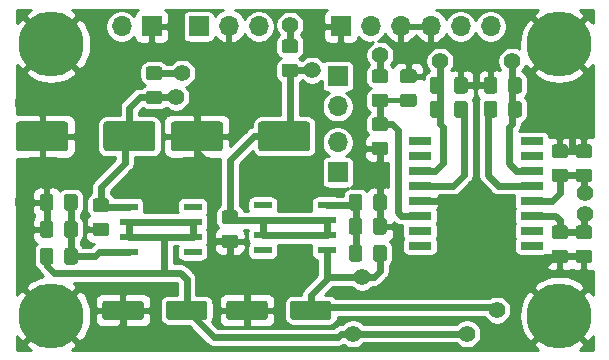
<source format=gbr>
G04 #@! TF.GenerationSoftware,KiCad,Pcbnew,(5.1.5)-2*
G04 #@! TF.CreationDate,2020-10-14T11:31:30+02:00*
G04 #@! TF.ProjectId,XLR_Driver,584c525f-4472-4697-9665-722e6b696361,rev?*
G04 #@! TF.SameCoordinates,Original*
G04 #@! TF.FileFunction,Copper,L1,Top*
G04 #@! TF.FilePolarity,Positive*
%FSLAX46Y46*%
G04 Gerber Fmt 4.6, Leading zero omitted, Abs format (unit mm)*
G04 Created by KiCad (PCBNEW (5.1.5)-2) date 2020-10-14 11:31:30*
%MOMM*%
%LPD*%
G04 APERTURE LIST*
%ADD10R,1.950000X0.650000*%
%ADD11C,0.100000*%
%ADD12R,1.550000X0.600000*%
%ADD13R,1.700000X1.700000*%
%ADD14O,1.700000X1.700000*%
%ADD15C,5.500000*%
%ADD16C,1.400000*%
%ADD17C,0.600000*%
%ADD18C,0.400000*%
%ADD19C,0.250000*%
G04 APERTURE END LIST*
D10*
X144171000Y-51689000D03*
X144171000Y-52959000D03*
X144171000Y-54229000D03*
X144171000Y-55499000D03*
X144171000Y-56769000D03*
X144171000Y-58039000D03*
X144171000Y-59309000D03*
X144171000Y-60579000D03*
X134721000Y-60579000D03*
X134721000Y-59309000D03*
X134721000Y-58039000D03*
X134721000Y-56769000D03*
X134721000Y-55499000D03*
X134721000Y-54229000D03*
X134721000Y-52959000D03*
X134721000Y-51689000D03*
G04 #@! TA.AperFunction,SMDPad,CuDef*
D11*
G36*
X108170505Y-56567204D02*
G01*
X108194773Y-56570804D01*
X108218572Y-56576765D01*
X108241671Y-56585030D01*
X108263850Y-56595520D01*
X108284893Y-56608132D01*
X108304599Y-56622747D01*
X108322777Y-56639223D01*
X108339253Y-56657401D01*
X108353868Y-56677107D01*
X108366480Y-56698150D01*
X108376970Y-56720329D01*
X108385235Y-56743428D01*
X108391196Y-56767227D01*
X108394796Y-56791495D01*
X108396000Y-56815999D01*
X108396000Y-57466001D01*
X108394796Y-57490505D01*
X108391196Y-57514773D01*
X108385235Y-57538572D01*
X108376970Y-57561671D01*
X108366480Y-57583850D01*
X108353868Y-57604893D01*
X108339253Y-57624599D01*
X108322777Y-57642777D01*
X108304599Y-57659253D01*
X108284893Y-57673868D01*
X108263850Y-57686480D01*
X108241671Y-57696970D01*
X108218572Y-57705235D01*
X108194773Y-57711196D01*
X108170505Y-57714796D01*
X108146001Y-57716000D01*
X107245999Y-57716000D01*
X107221495Y-57714796D01*
X107197227Y-57711196D01*
X107173428Y-57705235D01*
X107150329Y-57696970D01*
X107128150Y-57686480D01*
X107107107Y-57673868D01*
X107087401Y-57659253D01*
X107069223Y-57642777D01*
X107052747Y-57624599D01*
X107038132Y-57604893D01*
X107025520Y-57583850D01*
X107015030Y-57561671D01*
X107006765Y-57538572D01*
X107000804Y-57514773D01*
X106997204Y-57490505D01*
X106996000Y-57466001D01*
X106996000Y-56815999D01*
X106997204Y-56791495D01*
X107000804Y-56767227D01*
X107006765Y-56743428D01*
X107015030Y-56720329D01*
X107025520Y-56698150D01*
X107038132Y-56677107D01*
X107052747Y-56657401D01*
X107069223Y-56639223D01*
X107087401Y-56622747D01*
X107107107Y-56608132D01*
X107128150Y-56595520D01*
X107150329Y-56585030D01*
X107173428Y-56576765D01*
X107197227Y-56570804D01*
X107221495Y-56567204D01*
X107245999Y-56566000D01*
X108146001Y-56566000D01*
X108170505Y-56567204D01*
G37*
G04 #@! TD.AperFunction*
G04 #@! TA.AperFunction,SMDPad,CuDef*
G36*
X108170505Y-58617204D02*
G01*
X108194773Y-58620804D01*
X108218572Y-58626765D01*
X108241671Y-58635030D01*
X108263850Y-58645520D01*
X108284893Y-58658132D01*
X108304599Y-58672747D01*
X108322777Y-58689223D01*
X108339253Y-58707401D01*
X108353868Y-58727107D01*
X108366480Y-58748150D01*
X108376970Y-58770329D01*
X108385235Y-58793428D01*
X108391196Y-58817227D01*
X108394796Y-58841495D01*
X108396000Y-58865999D01*
X108396000Y-59516001D01*
X108394796Y-59540505D01*
X108391196Y-59564773D01*
X108385235Y-59588572D01*
X108376970Y-59611671D01*
X108366480Y-59633850D01*
X108353868Y-59654893D01*
X108339253Y-59674599D01*
X108322777Y-59692777D01*
X108304599Y-59709253D01*
X108284893Y-59723868D01*
X108263850Y-59736480D01*
X108241671Y-59746970D01*
X108218572Y-59755235D01*
X108194773Y-59761196D01*
X108170505Y-59764796D01*
X108146001Y-59766000D01*
X107245999Y-59766000D01*
X107221495Y-59764796D01*
X107197227Y-59761196D01*
X107173428Y-59755235D01*
X107150329Y-59746970D01*
X107128150Y-59736480D01*
X107107107Y-59723868D01*
X107087401Y-59709253D01*
X107069223Y-59692777D01*
X107052747Y-59674599D01*
X107038132Y-59654893D01*
X107025520Y-59633850D01*
X107015030Y-59611671D01*
X107006765Y-59588572D01*
X107000804Y-59564773D01*
X106997204Y-59540505D01*
X106996000Y-59516001D01*
X106996000Y-58865999D01*
X106997204Y-58841495D01*
X107000804Y-58817227D01*
X107006765Y-58793428D01*
X107015030Y-58770329D01*
X107025520Y-58748150D01*
X107038132Y-58727107D01*
X107052747Y-58707401D01*
X107069223Y-58689223D01*
X107087401Y-58672747D01*
X107107107Y-58658132D01*
X107128150Y-58645520D01*
X107150329Y-58635030D01*
X107173428Y-58626765D01*
X107197227Y-58620804D01*
X107221495Y-58617204D01*
X107245999Y-58616000D01*
X108146001Y-58616000D01*
X108170505Y-58617204D01*
G37*
G04 #@! TD.AperFunction*
G04 #@! TA.AperFunction,SMDPad,CuDef*
G36*
X119092505Y-59633204D02*
G01*
X119116773Y-59636804D01*
X119140572Y-59642765D01*
X119163671Y-59651030D01*
X119185850Y-59661520D01*
X119206893Y-59674132D01*
X119226599Y-59688747D01*
X119244777Y-59705223D01*
X119261253Y-59723401D01*
X119275868Y-59743107D01*
X119288480Y-59764150D01*
X119298970Y-59786329D01*
X119307235Y-59809428D01*
X119313196Y-59833227D01*
X119316796Y-59857495D01*
X119318000Y-59881999D01*
X119318000Y-60532001D01*
X119316796Y-60556505D01*
X119313196Y-60580773D01*
X119307235Y-60604572D01*
X119298970Y-60627671D01*
X119288480Y-60649850D01*
X119275868Y-60670893D01*
X119261253Y-60690599D01*
X119244777Y-60708777D01*
X119226599Y-60725253D01*
X119206893Y-60739868D01*
X119185850Y-60752480D01*
X119163671Y-60762970D01*
X119140572Y-60771235D01*
X119116773Y-60777196D01*
X119092505Y-60780796D01*
X119068001Y-60782000D01*
X118167999Y-60782000D01*
X118143495Y-60780796D01*
X118119227Y-60777196D01*
X118095428Y-60771235D01*
X118072329Y-60762970D01*
X118050150Y-60752480D01*
X118029107Y-60739868D01*
X118009401Y-60725253D01*
X117991223Y-60708777D01*
X117974747Y-60690599D01*
X117960132Y-60670893D01*
X117947520Y-60649850D01*
X117937030Y-60627671D01*
X117928765Y-60604572D01*
X117922804Y-60580773D01*
X117919204Y-60556505D01*
X117918000Y-60532001D01*
X117918000Y-59881999D01*
X117919204Y-59857495D01*
X117922804Y-59833227D01*
X117928765Y-59809428D01*
X117937030Y-59786329D01*
X117947520Y-59764150D01*
X117960132Y-59743107D01*
X117974747Y-59723401D01*
X117991223Y-59705223D01*
X118009401Y-59688747D01*
X118029107Y-59674132D01*
X118050150Y-59661520D01*
X118072329Y-59651030D01*
X118095428Y-59642765D01*
X118119227Y-59636804D01*
X118143495Y-59633204D01*
X118167999Y-59632000D01*
X119068001Y-59632000D01*
X119092505Y-59633204D01*
G37*
G04 #@! TD.AperFunction*
G04 #@! TA.AperFunction,SMDPad,CuDef*
G36*
X119092505Y-57583204D02*
G01*
X119116773Y-57586804D01*
X119140572Y-57592765D01*
X119163671Y-57601030D01*
X119185850Y-57611520D01*
X119206893Y-57624132D01*
X119226599Y-57638747D01*
X119244777Y-57655223D01*
X119261253Y-57673401D01*
X119275868Y-57693107D01*
X119288480Y-57714150D01*
X119298970Y-57736329D01*
X119307235Y-57759428D01*
X119313196Y-57783227D01*
X119316796Y-57807495D01*
X119318000Y-57831999D01*
X119318000Y-58482001D01*
X119316796Y-58506505D01*
X119313196Y-58530773D01*
X119307235Y-58554572D01*
X119298970Y-58577671D01*
X119288480Y-58599850D01*
X119275868Y-58620893D01*
X119261253Y-58640599D01*
X119244777Y-58658777D01*
X119226599Y-58675253D01*
X119206893Y-58689868D01*
X119185850Y-58702480D01*
X119163671Y-58712970D01*
X119140572Y-58721235D01*
X119116773Y-58727196D01*
X119092505Y-58730796D01*
X119068001Y-58732000D01*
X118167999Y-58732000D01*
X118143495Y-58730796D01*
X118119227Y-58727196D01*
X118095428Y-58721235D01*
X118072329Y-58712970D01*
X118050150Y-58702480D01*
X118029107Y-58689868D01*
X118009401Y-58675253D01*
X117991223Y-58658777D01*
X117974747Y-58640599D01*
X117960132Y-58620893D01*
X117947520Y-58599850D01*
X117937030Y-58577671D01*
X117928765Y-58554572D01*
X117922804Y-58530773D01*
X117919204Y-58506505D01*
X117918000Y-58482001D01*
X117918000Y-57831999D01*
X117919204Y-57807495D01*
X117922804Y-57783227D01*
X117928765Y-57759428D01*
X117937030Y-57736329D01*
X117947520Y-57714150D01*
X117960132Y-57693107D01*
X117974747Y-57673401D01*
X117991223Y-57655223D01*
X118009401Y-57638747D01*
X118029107Y-57624132D01*
X118050150Y-57611520D01*
X118072329Y-57601030D01*
X118095428Y-57592765D01*
X118119227Y-57586804D01*
X118143495Y-57583204D01*
X118167999Y-57582000D01*
X119068001Y-57582000D01*
X119092505Y-57583204D01*
G37*
G04 #@! TD.AperFunction*
G04 #@! TA.AperFunction,SMDPad,CuDef*
G36*
X105514505Y-58483204D02*
G01*
X105538773Y-58486804D01*
X105562572Y-58492765D01*
X105585671Y-58501030D01*
X105607850Y-58511520D01*
X105628893Y-58524132D01*
X105648599Y-58538747D01*
X105666777Y-58555223D01*
X105683253Y-58573401D01*
X105697868Y-58593107D01*
X105710480Y-58614150D01*
X105720970Y-58636329D01*
X105729235Y-58659428D01*
X105735196Y-58683227D01*
X105738796Y-58707495D01*
X105740000Y-58731999D01*
X105740000Y-59632001D01*
X105738796Y-59656505D01*
X105735196Y-59680773D01*
X105729235Y-59704572D01*
X105720970Y-59727671D01*
X105710480Y-59749850D01*
X105697868Y-59770893D01*
X105683253Y-59790599D01*
X105666777Y-59808777D01*
X105648599Y-59825253D01*
X105628893Y-59839868D01*
X105607850Y-59852480D01*
X105585671Y-59862970D01*
X105562572Y-59871235D01*
X105538773Y-59877196D01*
X105514505Y-59880796D01*
X105490001Y-59882000D01*
X104839999Y-59882000D01*
X104815495Y-59880796D01*
X104791227Y-59877196D01*
X104767428Y-59871235D01*
X104744329Y-59862970D01*
X104722150Y-59852480D01*
X104701107Y-59839868D01*
X104681401Y-59825253D01*
X104663223Y-59808777D01*
X104646747Y-59790599D01*
X104632132Y-59770893D01*
X104619520Y-59749850D01*
X104609030Y-59727671D01*
X104600765Y-59704572D01*
X104594804Y-59680773D01*
X104591204Y-59656505D01*
X104590000Y-59632001D01*
X104590000Y-58731999D01*
X104591204Y-58707495D01*
X104594804Y-58683227D01*
X104600765Y-58659428D01*
X104609030Y-58636329D01*
X104619520Y-58614150D01*
X104632132Y-58593107D01*
X104646747Y-58573401D01*
X104663223Y-58555223D01*
X104681401Y-58538747D01*
X104701107Y-58524132D01*
X104722150Y-58511520D01*
X104744329Y-58501030D01*
X104767428Y-58492765D01*
X104791227Y-58486804D01*
X104815495Y-58483204D01*
X104839999Y-58482000D01*
X105490001Y-58482000D01*
X105514505Y-58483204D01*
G37*
G04 #@! TD.AperFunction*
G04 #@! TA.AperFunction,SMDPad,CuDef*
G36*
X103464505Y-58483204D02*
G01*
X103488773Y-58486804D01*
X103512572Y-58492765D01*
X103535671Y-58501030D01*
X103557850Y-58511520D01*
X103578893Y-58524132D01*
X103598599Y-58538747D01*
X103616777Y-58555223D01*
X103633253Y-58573401D01*
X103647868Y-58593107D01*
X103660480Y-58614150D01*
X103670970Y-58636329D01*
X103679235Y-58659428D01*
X103685196Y-58683227D01*
X103688796Y-58707495D01*
X103690000Y-58731999D01*
X103690000Y-59632001D01*
X103688796Y-59656505D01*
X103685196Y-59680773D01*
X103679235Y-59704572D01*
X103670970Y-59727671D01*
X103660480Y-59749850D01*
X103647868Y-59770893D01*
X103633253Y-59790599D01*
X103616777Y-59808777D01*
X103598599Y-59825253D01*
X103578893Y-59839868D01*
X103557850Y-59852480D01*
X103535671Y-59862970D01*
X103512572Y-59871235D01*
X103488773Y-59877196D01*
X103464505Y-59880796D01*
X103440001Y-59882000D01*
X102789999Y-59882000D01*
X102765495Y-59880796D01*
X102741227Y-59877196D01*
X102717428Y-59871235D01*
X102694329Y-59862970D01*
X102672150Y-59852480D01*
X102651107Y-59839868D01*
X102631401Y-59825253D01*
X102613223Y-59808777D01*
X102596747Y-59790599D01*
X102582132Y-59770893D01*
X102569520Y-59749850D01*
X102559030Y-59727671D01*
X102550765Y-59704572D01*
X102544804Y-59680773D01*
X102541204Y-59656505D01*
X102540000Y-59632001D01*
X102540000Y-58731999D01*
X102541204Y-58707495D01*
X102544804Y-58683227D01*
X102550765Y-58659428D01*
X102559030Y-58636329D01*
X102569520Y-58614150D01*
X102582132Y-58593107D01*
X102596747Y-58573401D01*
X102613223Y-58555223D01*
X102631401Y-58538747D01*
X102651107Y-58524132D01*
X102672150Y-58511520D01*
X102694329Y-58501030D01*
X102717428Y-58492765D01*
X102741227Y-58486804D01*
X102765495Y-58483204D01*
X102789999Y-58482000D01*
X103440001Y-58482000D01*
X103464505Y-58483204D01*
G37*
G04 #@! TD.AperFunction*
G04 #@! TA.AperFunction,SMDPad,CuDef*
G36*
X131676505Y-56197204D02*
G01*
X131700773Y-56200804D01*
X131724572Y-56206765D01*
X131747671Y-56215030D01*
X131769850Y-56225520D01*
X131790893Y-56238132D01*
X131810599Y-56252747D01*
X131828777Y-56269223D01*
X131845253Y-56287401D01*
X131859868Y-56307107D01*
X131872480Y-56328150D01*
X131882970Y-56350329D01*
X131891235Y-56373428D01*
X131897196Y-56397227D01*
X131900796Y-56421495D01*
X131902000Y-56445999D01*
X131902000Y-57346001D01*
X131900796Y-57370505D01*
X131897196Y-57394773D01*
X131891235Y-57418572D01*
X131882970Y-57441671D01*
X131872480Y-57463850D01*
X131859868Y-57484893D01*
X131845253Y-57504599D01*
X131828777Y-57522777D01*
X131810599Y-57539253D01*
X131790893Y-57553868D01*
X131769850Y-57566480D01*
X131747671Y-57576970D01*
X131724572Y-57585235D01*
X131700773Y-57591196D01*
X131676505Y-57594796D01*
X131652001Y-57596000D01*
X131001999Y-57596000D01*
X130977495Y-57594796D01*
X130953227Y-57591196D01*
X130929428Y-57585235D01*
X130906329Y-57576970D01*
X130884150Y-57566480D01*
X130863107Y-57553868D01*
X130843401Y-57539253D01*
X130825223Y-57522777D01*
X130808747Y-57504599D01*
X130794132Y-57484893D01*
X130781520Y-57463850D01*
X130771030Y-57441671D01*
X130762765Y-57418572D01*
X130756804Y-57394773D01*
X130753204Y-57370505D01*
X130752000Y-57346001D01*
X130752000Y-56445999D01*
X130753204Y-56421495D01*
X130756804Y-56397227D01*
X130762765Y-56373428D01*
X130771030Y-56350329D01*
X130781520Y-56328150D01*
X130794132Y-56307107D01*
X130808747Y-56287401D01*
X130825223Y-56269223D01*
X130843401Y-56252747D01*
X130863107Y-56238132D01*
X130884150Y-56225520D01*
X130906329Y-56215030D01*
X130929428Y-56206765D01*
X130953227Y-56200804D01*
X130977495Y-56197204D01*
X131001999Y-56196000D01*
X131652001Y-56196000D01*
X131676505Y-56197204D01*
G37*
G04 #@! TD.AperFunction*
G04 #@! TA.AperFunction,SMDPad,CuDef*
G36*
X129626505Y-56197204D02*
G01*
X129650773Y-56200804D01*
X129674572Y-56206765D01*
X129697671Y-56215030D01*
X129719850Y-56225520D01*
X129740893Y-56238132D01*
X129760599Y-56252747D01*
X129778777Y-56269223D01*
X129795253Y-56287401D01*
X129809868Y-56307107D01*
X129822480Y-56328150D01*
X129832970Y-56350329D01*
X129841235Y-56373428D01*
X129847196Y-56397227D01*
X129850796Y-56421495D01*
X129852000Y-56445999D01*
X129852000Y-57346001D01*
X129850796Y-57370505D01*
X129847196Y-57394773D01*
X129841235Y-57418572D01*
X129832970Y-57441671D01*
X129822480Y-57463850D01*
X129809868Y-57484893D01*
X129795253Y-57504599D01*
X129778777Y-57522777D01*
X129760599Y-57539253D01*
X129740893Y-57553868D01*
X129719850Y-57566480D01*
X129697671Y-57576970D01*
X129674572Y-57585235D01*
X129650773Y-57591196D01*
X129626505Y-57594796D01*
X129602001Y-57596000D01*
X128951999Y-57596000D01*
X128927495Y-57594796D01*
X128903227Y-57591196D01*
X128879428Y-57585235D01*
X128856329Y-57576970D01*
X128834150Y-57566480D01*
X128813107Y-57553868D01*
X128793401Y-57539253D01*
X128775223Y-57522777D01*
X128758747Y-57504599D01*
X128744132Y-57484893D01*
X128731520Y-57463850D01*
X128721030Y-57441671D01*
X128712765Y-57418572D01*
X128706804Y-57394773D01*
X128703204Y-57370505D01*
X128702000Y-57346001D01*
X128702000Y-56445999D01*
X128703204Y-56421495D01*
X128706804Y-56397227D01*
X128712765Y-56373428D01*
X128721030Y-56350329D01*
X128731520Y-56328150D01*
X128744132Y-56307107D01*
X128758747Y-56287401D01*
X128775223Y-56269223D01*
X128793401Y-56252747D01*
X128813107Y-56238132D01*
X128834150Y-56225520D01*
X128856329Y-56215030D01*
X128879428Y-56206765D01*
X128903227Y-56200804D01*
X128927495Y-56197204D01*
X128951999Y-56196000D01*
X129602001Y-56196000D01*
X129626505Y-56197204D01*
G37*
G04 #@! TD.AperFunction*
G04 #@! TA.AperFunction,SMDPad,CuDef*
G36*
X149064505Y-54045204D02*
G01*
X149088773Y-54048804D01*
X149112572Y-54054765D01*
X149135671Y-54063030D01*
X149157850Y-54073520D01*
X149178893Y-54086132D01*
X149198599Y-54100747D01*
X149216777Y-54117223D01*
X149233253Y-54135401D01*
X149247868Y-54155107D01*
X149260480Y-54176150D01*
X149270970Y-54198329D01*
X149279235Y-54221428D01*
X149285196Y-54245227D01*
X149288796Y-54269495D01*
X149290000Y-54293999D01*
X149290000Y-54944001D01*
X149288796Y-54968505D01*
X149285196Y-54992773D01*
X149279235Y-55016572D01*
X149270970Y-55039671D01*
X149260480Y-55061850D01*
X149247868Y-55082893D01*
X149233253Y-55102599D01*
X149216777Y-55120777D01*
X149198599Y-55137253D01*
X149178893Y-55151868D01*
X149157850Y-55164480D01*
X149135671Y-55174970D01*
X149112572Y-55183235D01*
X149088773Y-55189196D01*
X149064505Y-55192796D01*
X149040001Y-55194000D01*
X148139999Y-55194000D01*
X148115495Y-55192796D01*
X148091227Y-55189196D01*
X148067428Y-55183235D01*
X148044329Y-55174970D01*
X148022150Y-55164480D01*
X148001107Y-55151868D01*
X147981401Y-55137253D01*
X147963223Y-55120777D01*
X147946747Y-55102599D01*
X147932132Y-55082893D01*
X147919520Y-55061850D01*
X147909030Y-55039671D01*
X147900765Y-55016572D01*
X147894804Y-54992773D01*
X147891204Y-54968505D01*
X147890000Y-54944001D01*
X147890000Y-54293999D01*
X147891204Y-54269495D01*
X147894804Y-54245227D01*
X147900765Y-54221428D01*
X147909030Y-54198329D01*
X147919520Y-54176150D01*
X147932132Y-54155107D01*
X147946747Y-54135401D01*
X147963223Y-54117223D01*
X147981401Y-54100747D01*
X148001107Y-54086132D01*
X148022150Y-54073520D01*
X148044329Y-54063030D01*
X148067428Y-54054765D01*
X148091227Y-54048804D01*
X148115495Y-54045204D01*
X148139999Y-54044000D01*
X149040001Y-54044000D01*
X149064505Y-54045204D01*
G37*
G04 #@! TD.AperFunction*
G04 #@! TA.AperFunction,SMDPad,CuDef*
G36*
X149064505Y-51995204D02*
G01*
X149088773Y-51998804D01*
X149112572Y-52004765D01*
X149135671Y-52013030D01*
X149157850Y-52023520D01*
X149178893Y-52036132D01*
X149198599Y-52050747D01*
X149216777Y-52067223D01*
X149233253Y-52085401D01*
X149247868Y-52105107D01*
X149260480Y-52126150D01*
X149270970Y-52148329D01*
X149279235Y-52171428D01*
X149285196Y-52195227D01*
X149288796Y-52219495D01*
X149290000Y-52243999D01*
X149290000Y-52894001D01*
X149288796Y-52918505D01*
X149285196Y-52942773D01*
X149279235Y-52966572D01*
X149270970Y-52989671D01*
X149260480Y-53011850D01*
X149247868Y-53032893D01*
X149233253Y-53052599D01*
X149216777Y-53070777D01*
X149198599Y-53087253D01*
X149178893Y-53101868D01*
X149157850Y-53114480D01*
X149135671Y-53124970D01*
X149112572Y-53133235D01*
X149088773Y-53139196D01*
X149064505Y-53142796D01*
X149040001Y-53144000D01*
X148139999Y-53144000D01*
X148115495Y-53142796D01*
X148091227Y-53139196D01*
X148067428Y-53133235D01*
X148044329Y-53124970D01*
X148022150Y-53114480D01*
X148001107Y-53101868D01*
X147981401Y-53087253D01*
X147963223Y-53070777D01*
X147946747Y-53052599D01*
X147932132Y-53032893D01*
X147919520Y-53011850D01*
X147909030Y-52989671D01*
X147900765Y-52966572D01*
X147894804Y-52942773D01*
X147891204Y-52918505D01*
X147890000Y-52894001D01*
X147890000Y-52243999D01*
X147891204Y-52219495D01*
X147894804Y-52195227D01*
X147900765Y-52171428D01*
X147909030Y-52148329D01*
X147919520Y-52126150D01*
X147932132Y-52105107D01*
X147946747Y-52085401D01*
X147963223Y-52067223D01*
X147981401Y-52050747D01*
X148001107Y-52036132D01*
X148022150Y-52023520D01*
X148044329Y-52013030D01*
X148067428Y-52004765D01*
X148091227Y-51998804D01*
X148115495Y-51995204D01*
X148139999Y-51994000D01*
X149040001Y-51994000D01*
X149064505Y-51995204D01*
G37*
G04 #@! TD.AperFunction*
G04 #@! TA.AperFunction,SMDPad,CuDef*
G36*
X149064505Y-58853204D02*
G01*
X149088773Y-58856804D01*
X149112572Y-58862765D01*
X149135671Y-58871030D01*
X149157850Y-58881520D01*
X149178893Y-58894132D01*
X149198599Y-58908747D01*
X149216777Y-58925223D01*
X149233253Y-58943401D01*
X149247868Y-58963107D01*
X149260480Y-58984150D01*
X149270970Y-59006329D01*
X149279235Y-59029428D01*
X149285196Y-59053227D01*
X149288796Y-59077495D01*
X149290000Y-59101999D01*
X149290000Y-59752001D01*
X149288796Y-59776505D01*
X149285196Y-59800773D01*
X149279235Y-59824572D01*
X149270970Y-59847671D01*
X149260480Y-59869850D01*
X149247868Y-59890893D01*
X149233253Y-59910599D01*
X149216777Y-59928777D01*
X149198599Y-59945253D01*
X149178893Y-59959868D01*
X149157850Y-59972480D01*
X149135671Y-59982970D01*
X149112572Y-59991235D01*
X149088773Y-59997196D01*
X149064505Y-60000796D01*
X149040001Y-60002000D01*
X148139999Y-60002000D01*
X148115495Y-60000796D01*
X148091227Y-59997196D01*
X148067428Y-59991235D01*
X148044329Y-59982970D01*
X148022150Y-59972480D01*
X148001107Y-59959868D01*
X147981401Y-59945253D01*
X147963223Y-59928777D01*
X147946747Y-59910599D01*
X147932132Y-59890893D01*
X147919520Y-59869850D01*
X147909030Y-59847671D01*
X147900765Y-59824572D01*
X147894804Y-59800773D01*
X147891204Y-59776505D01*
X147890000Y-59752001D01*
X147890000Y-59101999D01*
X147891204Y-59077495D01*
X147894804Y-59053227D01*
X147900765Y-59029428D01*
X147909030Y-59006329D01*
X147919520Y-58984150D01*
X147932132Y-58963107D01*
X147946747Y-58943401D01*
X147963223Y-58925223D01*
X147981401Y-58908747D01*
X148001107Y-58894132D01*
X148022150Y-58881520D01*
X148044329Y-58871030D01*
X148067428Y-58862765D01*
X148091227Y-58856804D01*
X148115495Y-58853204D01*
X148139999Y-58852000D01*
X149040001Y-58852000D01*
X149064505Y-58853204D01*
G37*
G04 #@! TD.AperFunction*
G04 #@! TA.AperFunction,SMDPad,CuDef*
G36*
X149064505Y-60903204D02*
G01*
X149088773Y-60906804D01*
X149112572Y-60912765D01*
X149135671Y-60921030D01*
X149157850Y-60931520D01*
X149178893Y-60944132D01*
X149198599Y-60958747D01*
X149216777Y-60975223D01*
X149233253Y-60993401D01*
X149247868Y-61013107D01*
X149260480Y-61034150D01*
X149270970Y-61056329D01*
X149279235Y-61079428D01*
X149285196Y-61103227D01*
X149288796Y-61127495D01*
X149290000Y-61151999D01*
X149290000Y-61802001D01*
X149288796Y-61826505D01*
X149285196Y-61850773D01*
X149279235Y-61874572D01*
X149270970Y-61897671D01*
X149260480Y-61919850D01*
X149247868Y-61940893D01*
X149233253Y-61960599D01*
X149216777Y-61978777D01*
X149198599Y-61995253D01*
X149178893Y-62009868D01*
X149157850Y-62022480D01*
X149135671Y-62032970D01*
X149112572Y-62041235D01*
X149088773Y-62047196D01*
X149064505Y-62050796D01*
X149040001Y-62052000D01*
X148139999Y-62052000D01*
X148115495Y-62050796D01*
X148091227Y-62047196D01*
X148067428Y-62041235D01*
X148044329Y-62032970D01*
X148022150Y-62022480D01*
X148001107Y-62009868D01*
X147981401Y-61995253D01*
X147963223Y-61978777D01*
X147946747Y-61960599D01*
X147932132Y-61940893D01*
X147919520Y-61919850D01*
X147909030Y-61897671D01*
X147900765Y-61874572D01*
X147894804Y-61850773D01*
X147891204Y-61826505D01*
X147890000Y-61802001D01*
X147890000Y-61151999D01*
X147891204Y-61127495D01*
X147894804Y-61103227D01*
X147900765Y-61079428D01*
X147909030Y-61056329D01*
X147919520Y-61034150D01*
X147932132Y-61013107D01*
X147946747Y-60993401D01*
X147963223Y-60975223D01*
X147981401Y-60958747D01*
X148001107Y-60944132D01*
X148022150Y-60931520D01*
X148044329Y-60921030D01*
X148067428Y-60912765D01*
X148091227Y-60906804D01*
X148115495Y-60903204D01*
X148139999Y-60902000D01*
X149040001Y-60902000D01*
X149064505Y-60903204D01*
G37*
G04 #@! TD.AperFunction*
G04 #@! TA.AperFunction,SMDPad,CuDef*
G36*
X147032505Y-60903204D02*
G01*
X147056773Y-60906804D01*
X147080572Y-60912765D01*
X147103671Y-60921030D01*
X147125850Y-60931520D01*
X147146893Y-60944132D01*
X147166599Y-60958747D01*
X147184777Y-60975223D01*
X147201253Y-60993401D01*
X147215868Y-61013107D01*
X147228480Y-61034150D01*
X147238970Y-61056329D01*
X147247235Y-61079428D01*
X147253196Y-61103227D01*
X147256796Y-61127495D01*
X147258000Y-61151999D01*
X147258000Y-61802001D01*
X147256796Y-61826505D01*
X147253196Y-61850773D01*
X147247235Y-61874572D01*
X147238970Y-61897671D01*
X147228480Y-61919850D01*
X147215868Y-61940893D01*
X147201253Y-61960599D01*
X147184777Y-61978777D01*
X147166599Y-61995253D01*
X147146893Y-62009868D01*
X147125850Y-62022480D01*
X147103671Y-62032970D01*
X147080572Y-62041235D01*
X147056773Y-62047196D01*
X147032505Y-62050796D01*
X147008001Y-62052000D01*
X146107999Y-62052000D01*
X146083495Y-62050796D01*
X146059227Y-62047196D01*
X146035428Y-62041235D01*
X146012329Y-62032970D01*
X145990150Y-62022480D01*
X145969107Y-62009868D01*
X145949401Y-61995253D01*
X145931223Y-61978777D01*
X145914747Y-61960599D01*
X145900132Y-61940893D01*
X145887520Y-61919850D01*
X145877030Y-61897671D01*
X145868765Y-61874572D01*
X145862804Y-61850773D01*
X145859204Y-61826505D01*
X145858000Y-61802001D01*
X145858000Y-61151999D01*
X145859204Y-61127495D01*
X145862804Y-61103227D01*
X145868765Y-61079428D01*
X145877030Y-61056329D01*
X145887520Y-61034150D01*
X145900132Y-61013107D01*
X145914747Y-60993401D01*
X145931223Y-60975223D01*
X145949401Y-60958747D01*
X145969107Y-60944132D01*
X145990150Y-60931520D01*
X146012329Y-60921030D01*
X146035428Y-60912765D01*
X146059227Y-60906804D01*
X146083495Y-60903204D01*
X146107999Y-60902000D01*
X147008001Y-60902000D01*
X147032505Y-60903204D01*
G37*
G04 #@! TD.AperFunction*
G04 #@! TA.AperFunction,SMDPad,CuDef*
G36*
X147032505Y-58853204D02*
G01*
X147056773Y-58856804D01*
X147080572Y-58862765D01*
X147103671Y-58871030D01*
X147125850Y-58881520D01*
X147146893Y-58894132D01*
X147166599Y-58908747D01*
X147184777Y-58925223D01*
X147201253Y-58943401D01*
X147215868Y-58963107D01*
X147228480Y-58984150D01*
X147238970Y-59006329D01*
X147247235Y-59029428D01*
X147253196Y-59053227D01*
X147256796Y-59077495D01*
X147258000Y-59101999D01*
X147258000Y-59752001D01*
X147256796Y-59776505D01*
X147253196Y-59800773D01*
X147247235Y-59824572D01*
X147238970Y-59847671D01*
X147228480Y-59869850D01*
X147215868Y-59890893D01*
X147201253Y-59910599D01*
X147184777Y-59928777D01*
X147166599Y-59945253D01*
X147146893Y-59959868D01*
X147125850Y-59972480D01*
X147103671Y-59982970D01*
X147080572Y-59991235D01*
X147056773Y-59997196D01*
X147032505Y-60000796D01*
X147008001Y-60002000D01*
X146107999Y-60002000D01*
X146083495Y-60000796D01*
X146059227Y-59997196D01*
X146035428Y-59991235D01*
X146012329Y-59982970D01*
X145990150Y-59972480D01*
X145969107Y-59959868D01*
X145949401Y-59945253D01*
X145931223Y-59928777D01*
X145914747Y-59910599D01*
X145900132Y-59890893D01*
X145887520Y-59869850D01*
X145877030Y-59847671D01*
X145868765Y-59824572D01*
X145862804Y-59800773D01*
X145859204Y-59776505D01*
X145858000Y-59752001D01*
X145858000Y-59101999D01*
X145859204Y-59077495D01*
X145862804Y-59053227D01*
X145868765Y-59029428D01*
X145877030Y-59006329D01*
X145887520Y-58984150D01*
X145900132Y-58963107D01*
X145914747Y-58943401D01*
X145931223Y-58925223D01*
X145949401Y-58908747D01*
X145969107Y-58894132D01*
X145990150Y-58881520D01*
X146012329Y-58871030D01*
X146035428Y-58862765D01*
X146059227Y-58856804D01*
X146083495Y-58853204D01*
X146107999Y-58852000D01*
X147008001Y-58852000D01*
X147032505Y-58853204D01*
G37*
G04 #@! TD.AperFunction*
G04 #@! TA.AperFunction,SMDPad,CuDef*
G36*
X147032505Y-51995204D02*
G01*
X147056773Y-51998804D01*
X147080572Y-52004765D01*
X147103671Y-52013030D01*
X147125850Y-52023520D01*
X147146893Y-52036132D01*
X147166599Y-52050747D01*
X147184777Y-52067223D01*
X147201253Y-52085401D01*
X147215868Y-52105107D01*
X147228480Y-52126150D01*
X147238970Y-52148329D01*
X147247235Y-52171428D01*
X147253196Y-52195227D01*
X147256796Y-52219495D01*
X147258000Y-52243999D01*
X147258000Y-52894001D01*
X147256796Y-52918505D01*
X147253196Y-52942773D01*
X147247235Y-52966572D01*
X147238970Y-52989671D01*
X147228480Y-53011850D01*
X147215868Y-53032893D01*
X147201253Y-53052599D01*
X147184777Y-53070777D01*
X147166599Y-53087253D01*
X147146893Y-53101868D01*
X147125850Y-53114480D01*
X147103671Y-53124970D01*
X147080572Y-53133235D01*
X147056773Y-53139196D01*
X147032505Y-53142796D01*
X147008001Y-53144000D01*
X146107999Y-53144000D01*
X146083495Y-53142796D01*
X146059227Y-53139196D01*
X146035428Y-53133235D01*
X146012329Y-53124970D01*
X145990150Y-53114480D01*
X145969107Y-53101868D01*
X145949401Y-53087253D01*
X145931223Y-53070777D01*
X145914747Y-53052599D01*
X145900132Y-53032893D01*
X145887520Y-53011850D01*
X145877030Y-52989671D01*
X145868765Y-52966572D01*
X145862804Y-52942773D01*
X145859204Y-52918505D01*
X145858000Y-52894001D01*
X145858000Y-52243999D01*
X145859204Y-52219495D01*
X145862804Y-52195227D01*
X145868765Y-52171428D01*
X145877030Y-52148329D01*
X145887520Y-52126150D01*
X145900132Y-52105107D01*
X145914747Y-52085401D01*
X145931223Y-52067223D01*
X145949401Y-52050747D01*
X145969107Y-52036132D01*
X145990150Y-52023520D01*
X146012329Y-52013030D01*
X146035428Y-52004765D01*
X146059227Y-51998804D01*
X146083495Y-51995204D01*
X146107999Y-51994000D01*
X147008001Y-51994000D01*
X147032505Y-51995204D01*
G37*
G04 #@! TD.AperFunction*
G04 #@! TA.AperFunction,SMDPad,CuDef*
G36*
X147032505Y-54045204D02*
G01*
X147056773Y-54048804D01*
X147080572Y-54054765D01*
X147103671Y-54063030D01*
X147125850Y-54073520D01*
X147146893Y-54086132D01*
X147166599Y-54100747D01*
X147184777Y-54117223D01*
X147201253Y-54135401D01*
X147215868Y-54155107D01*
X147228480Y-54176150D01*
X147238970Y-54198329D01*
X147247235Y-54221428D01*
X147253196Y-54245227D01*
X147256796Y-54269495D01*
X147258000Y-54293999D01*
X147258000Y-54944001D01*
X147256796Y-54968505D01*
X147253196Y-54992773D01*
X147247235Y-55016572D01*
X147238970Y-55039671D01*
X147228480Y-55061850D01*
X147215868Y-55082893D01*
X147201253Y-55102599D01*
X147184777Y-55120777D01*
X147166599Y-55137253D01*
X147146893Y-55151868D01*
X147125850Y-55164480D01*
X147103671Y-55174970D01*
X147080572Y-55183235D01*
X147056773Y-55189196D01*
X147032505Y-55192796D01*
X147008001Y-55194000D01*
X146107999Y-55194000D01*
X146083495Y-55192796D01*
X146059227Y-55189196D01*
X146035428Y-55183235D01*
X146012329Y-55174970D01*
X145990150Y-55164480D01*
X145969107Y-55151868D01*
X145949401Y-55137253D01*
X145931223Y-55120777D01*
X145914747Y-55102599D01*
X145900132Y-55082893D01*
X145887520Y-55061850D01*
X145877030Y-55039671D01*
X145868765Y-55016572D01*
X145862804Y-54992773D01*
X145859204Y-54968505D01*
X145858000Y-54944001D01*
X145858000Y-54293999D01*
X145859204Y-54269495D01*
X145862804Y-54245227D01*
X145868765Y-54221428D01*
X145877030Y-54198329D01*
X145887520Y-54176150D01*
X145900132Y-54155107D01*
X145914747Y-54135401D01*
X145931223Y-54117223D01*
X145949401Y-54100747D01*
X145969107Y-54086132D01*
X145990150Y-54073520D01*
X146012329Y-54063030D01*
X146035428Y-54054765D01*
X146059227Y-54048804D01*
X146083495Y-54045204D01*
X146107999Y-54044000D01*
X147008001Y-54044000D01*
X147032505Y-54045204D01*
G37*
G04 #@! TD.AperFunction*
G04 #@! TA.AperFunction,SMDPad,CuDef*
G36*
X143106505Y-48323204D02*
G01*
X143130773Y-48326804D01*
X143154572Y-48332765D01*
X143177671Y-48341030D01*
X143199850Y-48351520D01*
X143220893Y-48364132D01*
X143240599Y-48378747D01*
X143258777Y-48395223D01*
X143275253Y-48413401D01*
X143289868Y-48433107D01*
X143302480Y-48454150D01*
X143312970Y-48476329D01*
X143321235Y-48499428D01*
X143327196Y-48523227D01*
X143330796Y-48547495D01*
X143332000Y-48571999D01*
X143332000Y-49472001D01*
X143330796Y-49496505D01*
X143327196Y-49520773D01*
X143321235Y-49544572D01*
X143312970Y-49567671D01*
X143302480Y-49589850D01*
X143289868Y-49610893D01*
X143275253Y-49630599D01*
X143258777Y-49648777D01*
X143240599Y-49665253D01*
X143220893Y-49679868D01*
X143199850Y-49692480D01*
X143177671Y-49702970D01*
X143154572Y-49711235D01*
X143130773Y-49717196D01*
X143106505Y-49720796D01*
X143082001Y-49722000D01*
X142431999Y-49722000D01*
X142407495Y-49720796D01*
X142383227Y-49717196D01*
X142359428Y-49711235D01*
X142336329Y-49702970D01*
X142314150Y-49692480D01*
X142293107Y-49679868D01*
X142273401Y-49665253D01*
X142255223Y-49648777D01*
X142238747Y-49630599D01*
X142224132Y-49610893D01*
X142211520Y-49589850D01*
X142201030Y-49567671D01*
X142192765Y-49544572D01*
X142186804Y-49520773D01*
X142183204Y-49496505D01*
X142182000Y-49472001D01*
X142182000Y-48571999D01*
X142183204Y-48547495D01*
X142186804Y-48523227D01*
X142192765Y-48499428D01*
X142201030Y-48476329D01*
X142211520Y-48454150D01*
X142224132Y-48433107D01*
X142238747Y-48413401D01*
X142255223Y-48395223D01*
X142273401Y-48378747D01*
X142293107Y-48364132D01*
X142314150Y-48351520D01*
X142336329Y-48341030D01*
X142359428Y-48332765D01*
X142383227Y-48326804D01*
X142407495Y-48323204D01*
X142431999Y-48322000D01*
X143082001Y-48322000D01*
X143106505Y-48323204D01*
G37*
G04 #@! TD.AperFunction*
G04 #@! TA.AperFunction,SMDPad,CuDef*
G36*
X141056505Y-48323204D02*
G01*
X141080773Y-48326804D01*
X141104572Y-48332765D01*
X141127671Y-48341030D01*
X141149850Y-48351520D01*
X141170893Y-48364132D01*
X141190599Y-48378747D01*
X141208777Y-48395223D01*
X141225253Y-48413401D01*
X141239868Y-48433107D01*
X141252480Y-48454150D01*
X141262970Y-48476329D01*
X141271235Y-48499428D01*
X141277196Y-48523227D01*
X141280796Y-48547495D01*
X141282000Y-48571999D01*
X141282000Y-49472001D01*
X141280796Y-49496505D01*
X141277196Y-49520773D01*
X141271235Y-49544572D01*
X141262970Y-49567671D01*
X141252480Y-49589850D01*
X141239868Y-49610893D01*
X141225253Y-49630599D01*
X141208777Y-49648777D01*
X141190599Y-49665253D01*
X141170893Y-49679868D01*
X141149850Y-49692480D01*
X141127671Y-49702970D01*
X141104572Y-49711235D01*
X141080773Y-49717196D01*
X141056505Y-49720796D01*
X141032001Y-49722000D01*
X140381999Y-49722000D01*
X140357495Y-49720796D01*
X140333227Y-49717196D01*
X140309428Y-49711235D01*
X140286329Y-49702970D01*
X140264150Y-49692480D01*
X140243107Y-49679868D01*
X140223401Y-49665253D01*
X140205223Y-49648777D01*
X140188747Y-49630599D01*
X140174132Y-49610893D01*
X140161520Y-49589850D01*
X140151030Y-49567671D01*
X140142765Y-49544572D01*
X140136804Y-49520773D01*
X140133204Y-49496505D01*
X140132000Y-49472001D01*
X140132000Y-48571999D01*
X140133204Y-48547495D01*
X140136804Y-48523227D01*
X140142765Y-48499428D01*
X140151030Y-48476329D01*
X140161520Y-48454150D01*
X140174132Y-48433107D01*
X140188747Y-48413401D01*
X140205223Y-48395223D01*
X140223401Y-48378747D01*
X140243107Y-48364132D01*
X140264150Y-48351520D01*
X140286329Y-48341030D01*
X140309428Y-48332765D01*
X140333227Y-48326804D01*
X140357495Y-48323204D01*
X140381999Y-48322000D01*
X141032001Y-48322000D01*
X141056505Y-48323204D01*
G37*
G04 #@! TD.AperFunction*
G04 #@! TA.AperFunction,SMDPad,CuDef*
G36*
X136484505Y-48323204D02*
G01*
X136508773Y-48326804D01*
X136532572Y-48332765D01*
X136555671Y-48341030D01*
X136577850Y-48351520D01*
X136598893Y-48364132D01*
X136618599Y-48378747D01*
X136636777Y-48395223D01*
X136653253Y-48413401D01*
X136667868Y-48433107D01*
X136680480Y-48454150D01*
X136690970Y-48476329D01*
X136699235Y-48499428D01*
X136705196Y-48523227D01*
X136708796Y-48547495D01*
X136710000Y-48571999D01*
X136710000Y-49472001D01*
X136708796Y-49496505D01*
X136705196Y-49520773D01*
X136699235Y-49544572D01*
X136690970Y-49567671D01*
X136680480Y-49589850D01*
X136667868Y-49610893D01*
X136653253Y-49630599D01*
X136636777Y-49648777D01*
X136618599Y-49665253D01*
X136598893Y-49679868D01*
X136577850Y-49692480D01*
X136555671Y-49702970D01*
X136532572Y-49711235D01*
X136508773Y-49717196D01*
X136484505Y-49720796D01*
X136460001Y-49722000D01*
X135809999Y-49722000D01*
X135785495Y-49720796D01*
X135761227Y-49717196D01*
X135737428Y-49711235D01*
X135714329Y-49702970D01*
X135692150Y-49692480D01*
X135671107Y-49679868D01*
X135651401Y-49665253D01*
X135633223Y-49648777D01*
X135616747Y-49630599D01*
X135602132Y-49610893D01*
X135589520Y-49589850D01*
X135579030Y-49567671D01*
X135570765Y-49544572D01*
X135564804Y-49520773D01*
X135561204Y-49496505D01*
X135560000Y-49472001D01*
X135560000Y-48571999D01*
X135561204Y-48547495D01*
X135564804Y-48523227D01*
X135570765Y-48499428D01*
X135579030Y-48476329D01*
X135589520Y-48454150D01*
X135602132Y-48433107D01*
X135616747Y-48413401D01*
X135633223Y-48395223D01*
X135651401Y-48378747D01*
X135671107Y-48364132D01*
X135692150Y-48351520D01*
X135714329Y-48341030D01*
X135737428Y-48332765D01*
X135761227Y-48326804D01*
X135785495Y-48323204D01*
X135809999Y-48322000D01*
X136460001Y-48322000D01*
X136484505Y-48323204D01*
G37*
G04 #@! TD.AperFunction*
G04 #@! TA.AperFunction,SMDPad,CuDef*
G36*
X138534505Y-48323204D02*
G01*
X138558773Y-48326804D01*
X138582572Y-48332765D01*
X138605671Y-48341030D01*
X138627850Y-48351520D01*
X138648893Y-48364132D01*
X138668599Y-48378747D01*
X138686777Y-48395223D01*
X138703253Y-48413401D01*
X138717868Y-48433107D01*
X138730480Y-48454150D01*
X138740970Y-48476329D01*
X138749235Y-48499428D01*
X138755196Y-48523227D01*
X138758796Y-48547495D01*
X138760000Y-48571999D01*
X138760000Y-49472001D01*
X138758796Y-49496505D01*
X138755196Y-49520773D01*
X138749235Y-49544572D01*
X138740970Y-49567671D01*
X138730480Y-49589850D01*
X138717868Y-49610893D01*
X138703253Y-49630599D01*
X138686777Y-49648777D01*
X138668599Y-49665253D01*
X138648893Y-49679868D01*
X138627850Y-49692480D01*
X138605671Y-49702970D01*
X138582572Y-49711235D01*
X138558773Y-49717196D01*
X138534505Y-49720796D01*
X138510001Y-49722000D01*
X137859999Y-49722000D01*
X137835495Y-49720796D01*
X137811227Y-49717196D01*
X137787428Y-49711235D01*
X137764329Y-49702970D01*
X137742150Y-49692480D01*
X137721107Y-49679868D01*
X137701401Y-49665253D01*
X137683223Y-49648777D01*
X137666747Y-49630599D01*
X137652132Y-49610893D01*
X137639520Y-49589850D01*
X137629030Y-49567671D01*
X137620765Y-49544572D01*
X137614804Y-49520773D01*
X137611204Y-49496505D01*
X137610000Y-49472001D01*
X137610000Y-48571999D01*
X137611204Y-48547495D01*
X137614804Y-48523227D01*
X137620765Y-48499428D01*
X137629030Y-48476329D01*
X137639520Y-48454150D01*
X137652132Y-48433107D01*
X137666747Y-48413401D01*
X137683223Y-48395223D01*
X137701401Y-48378747D01*
X137721107Y-48364132D01*
X137742150Y-48351520D01*
X137764329Y-48341030D01*
X137787428Y-48332765D01*
X137811227Y-48326804D01*
X137835495Y-48323204D01*
X137859999Y-48322000D01*
X138510001Y-48322000D01*
X138534505Y-48323204D01*
G37*
G04 #@! TD.AperFunction*
D12*
X110076000Y-57277000D03*
X110076000Y-58547000D03*
X110076000Y-59817000D03*
X110076000Y-61087000D03*
X115476000Y-61087000D03*
X115476000Y-59817000D03*
X115476000Y-58547000D03*
X115476000Y-57277000D03*
X121412000Y-60960000D03*
X121412000Y-59690000D03*
X121412000Y-58420000D03*
X121412000Y-57150000D03*
X126812000Y-57150000D03*
X126812000Y-58420000D03*
X126812000Y-59690000D03*
X126812000Y-60960000D03*
D13*
X127762000Y-54356000D03*
D14*
X127762000Y-51816000D03*
X127762000Y-48768000D03*
D13*
X127762000Y-46228000D03*
X116000000Y-42000000D03*
D14*
X118540000Y-42000000D03*
X121080000Y-42000000D03*
D13*
X128000000Y-42000000D03*
D14*
X130540000Y-42000000D03*
X133080000Y-42000000D03*
X135620000Y-42000000D03*
X138160000Y-42000000D03*
X140700000Y-42000000D03*
D13*
X112000000Y-42000000D03*
D14*
X109460000Y-42000000D03*
G04 #@! TA.AperFunction,SMDPad,CuDef*
D11*
G36*
X112674505Y-45391204D02*
G01*
X112698773Y-45394804D01*
X112722572Y-45400765D01*
X112745671Y-45409030D01*
X112767850Y-45419520D01*
X112788893Y-45432132D01*
X112808599Y-45446747D01*
X112826777Y-45463223D01*
X112843253Y-45481401D01*
X112857868Y-45501107D01*
X112870480Y-45522150D01*
X112880970Y-45544329D01*
X112889235Y-45567428D01*
X112895196Y-45591227D01*
X112898796Y-45615495D01*
X112900000Y-45639999D01*
X112900000Y-46290001D01*
X112898796Y-46314505D01*
X112895196Y-46338773D01*
X112889235Y-46362572D01*
X112880970Y-46385671D01*
X112870480Y-46407850D01*
X112857868Y-46428893D01*
X112843253Y-46448599D01*
X112826777Y-46466777D01*
X112808599Y-46483253D01*
X112788893Y-46497868D01*
X112767850Y-46510480D01*
X112745671Y-46520970D01*
X112722572Y-46529235D01*
X112698773Y-46535196D01*
X112674505Y-46538796D01*
X112650001Y-46540000D01*
X111749999Y-46540000D01*
X111725495Y-46538796D01*
X111701227Y-46535196D01*
X111677428Y-46529235D01*
X111654329Y-46520970D01*
X111632150Y-46510480D01*
X111611107Y-46497868D01*
X111591401Y-46483253D01*
X111573223Y-46466777D01*
X111556747Y-46448599D01*
X111542132Y-46428893D01*
X111529520Y-46407850D01*
X111519030Y-46385671D01*
X111510765Y-46362572D01*
X111504804Y-46338773D01*
X111501204Y-46314505D01*
X111500000Y-46290001D01*
X111500000Y-45639999D01*
X111501204Y-45615495D01*
X111504804Y-45591227D01*
X111510765Y-45567428D01*
X111519030Y-45544329D01*
X111529520Y-45522150D01*
X111542132Y-45501107D01*
X111556747Y-45481401D01*
X111573223Y-45463223D01*
X111591401Y-45446747D01*
X111611107Y-45432132D01*
X111632150Y-45419520D01*
X111654329Y-45409030D01*
X111677428Y-45400765D01*
X111701227Y-45394804D01*
X111725495Y-45391204D01*
X111749999Y-45390000D01*
X112650001Y-45390000D01*
X112674505Y-45391204D01*
G37*
G04 #@! TD.AperFunction*
G04 #@! TA.AperFunction,SMDPad,CuDef*
G36*
X112674505Y-47441204D02*
G01*
X112698773Y-47444804D01*
X112722572Y-47450765D01*
X112745671Y-47459030D01*
X112767850Y-47469520D01*
X112788893Y-47482132D01*
X112808599Y-47496747D01*
X112826777Y-47513223D01*
X112843253Y-47531401D01*
X112857868Y-47551107D01*
X112870480Y-47572150D01*
X112880970Y-47594329D01*
X112889235Y-47617428D01*
X112895196Y-47641227D01*
X112898796Y-47665495D01*
X112900000Y-47689999D01*
X112900000Y-48340001D01*
X112898796Y-48364505D01*
X112895196Y-48388773D01*
X112889235Y-48412572D01*
X112880970Y-48435671D01*
X112870480Y-48457850D01*
X112857868Y-48478893D01*
X112843253Y-48498599D01*
X112826777Y-48516777D01*
X112808599Y-48533253D01*
X112788893Y-48547868D01*
X112767850Y-48560480D01*
X112745671Y-48570970D01*
X112722572Y-48579235D01*
X112698773Y-48585196D01*
X112674505Y-48588796D01*
X112650001Y-48590000D01*
X111749999Y-48590000D01*
X111725495Y-48588796D01*
X111701227Y-48585196D01*
X111677428Y-48579235D01*
X111654329Y-48570970D01*
X111632150Y-48560480D01*
X111611107Y-48547868D01*
X111591401Y-48533253D01*
X111573223Y-48516777D01*
X111556747Y-48498599D01*
X111542132Y-48478893D01*
X111529520Y-48457850D01*
X111519030Y-48435671D01*
X111510765Y-48412572D01*
X111504804Y-48388773D01*
X111501204Y-48364505D01*
X111500000Y-48340001D01*
X111500000Y-47689999D01*
X111501204Y-47665495D01*
X111504804Y-47641227D01*
X111510765Y-47617428D01*
X111519030Y-47594329D01*
X111529520Y-47572150D01*
X111542132Y-47551107D01*
X111556747Y-47531401D01*
X111573223Y-47513223D01*
X111591401Y-47496747D01*
X111611107Y-47482132D01*
X111632150Y-47469520D01*
X111654329Y-47459030D01*
X111677428Y-47450765D01*
X111701227Y-47444804D01*
X111725495Y-47441204D01*
X111749999Y-47440000D01*
X112650001Y-47440000D01*
X112674505Y-47441204D01*
G37*
G04 #@! TD.AperFunction*
G04 #@! TA.AperFunction,SMDPad,CuDef*
G36*
X124172505Y-45155204D02*
G01*
X124196773Y-45158804D01*
X124220572Y-45164765D01*
X124243671Y-45173030D01*
X124265850Y-45183520D01*
X124286893Y-45196132D01*
X124306599Y-45210747D01*
X124324777Y-45227223D01*
X124341253Y-45245401D01*
X124355868Y-45265107D01*
X124368480Y-45286150D01*
X124378970Y-45308329D01*
X124387235Y-45331428D01*
X124393196Y-45355227D01*
X124396796Y-45379495D01*
X124398000Y-45403999D01*
X124398000Y-46054001D01*
X124396796Y-46078505D01*
X124393196Y-46102773D01*
X124387235Y-46126572D01*
X124378970Y-46149671D01*
X124368480Y-46171850D01*
X124355868Y-46192893D01*
X124341253Y-46212599D01*
X124324777Y-46230777D01*
X124306599Y-46247253D01*
X124286893Y-46261868D01*
X124265850Y-46274480D01*
X124243671Y-46284970D01*
X124220572Y-46293235D01*
X124196773Y-46299196D01*
X124172505Y-46302796D01*
X124148001Y-46304000D01*
X123247999Y-46304000D01*
X123223495Y-46302796D01*
X123199227Y-46299196D01*
X123175428Y-46293235D01*
X123152329Y-46284970D01*
X123130150Y-46274480D01*
X123109107Y-46261868D01*
X123089401Y-46247253D01*
X123071223Y-46230777D01*
X123054747Y-46212599D01*
X123040132Y-46192893D01*
X123027520Y-46171850D01*
X123017030Y-46149671D01*
X123008765Y-46126572D01*
X123002804Y-46102773D01*
X122999204Y-46078505D01*
X122998000Y-46054001D01*
X122998000Y-45403999D01*
X122999204Y-45379495D01*
X123002804Y-45355227D01*
X123008765Y-45331428D01*
X123017030Y-45308329D01*
X123027520Y-45286150D01*
X123040132Y-45265107D01*
X123054747Y-45245401D01*
X123071223Y-45227223D01*
X123089401Y-45210747D01*
X123109107Y-45196132D01*
X123130150Y-45183520D01*
X123152329Y-45173030D01*
X123175428Y-45164765D01*
X123199227Y-45158804D01*
X123223495Y-45155204D01*
X123247999Y-45154000D01*
X124148001Y-45154000D01*
X124172505Y-45155204D01*
G37*
G04 #@! TD.AperFunction*
G04 #@! TA.AperFunction,SMDPad,CuDef*
G36*
X124172505Y-43105204D02*
G01*
X124196773Y-43108804D01*
X124220572Y-43114765D01*
X124243671Y-43123030D01*
X124265850Y-43133520D01*
X124286893Y-43146132D01*
X124306599Y-43160747D01*
X124324777Y-43177223D01*
X124341253Y-43195401D01*
X124355868Y-43215107D01*
X124368480Y-43236150D01*
X124378970Y-43258329D01*
X124387235Y-43281428D01*
X124393196Y-43305227D01*
X124396796Y-43329495D01*
X124398000Y-43353999D01*
X124398000Y-44004001D01*
X124396796Y-44028505D01*
X124393196Y-44052773D01*
X124387235Y-44076572D01*
X124378970Y-44099671D01*
X124368480Y-44121850D01*
X124355868Y-44142893D01*
X124341253Y-44162599D01*
X124324777Y-44180777D01*
X124306599Y-44197253D01*
X124286893Y-44211868D01*
X124265850Y-44224480D01*
X124243671Y-44234970D01*
X124220572Y-44243235D01*
X124196773Y-44249196D01*
X124172505Y-44252796D01*
X124148001Y-44254000D01*
X123247999Y-44254000D01*
X123223495Y-44252796D01*
X123199227Y-44249196D01*
X123175428Y-44243235D01*
X123152329Y-44234970D01*
X123130150Y-44224480D01*
X123109107Y-44211868D01*
X123089401Y-44197253D01*
X123071223Y-44180777D01*
X123054747Y-44162599D01*
X123040132Y-44142893D01*
X123027520Y-44121850D01*
X123017030Y-44099671D01*
X123008765Y-44076572D01*
X123002804Y-44052773D01*
X122999204Y-44028505D01*
X122998000Y-44004001D01*
X122998000Y-43353999D01*
X122999204Y-43329495D01*
X123002804Y-43305227D01*
X123008765Y-43281428D01*
X123017030Y-43258329D01*
X123027520Y-43236150D01*
X123040132Y-43215107D01*
X123054747Y-43195401D01*
X123071223Y-43177223D01*
X123089401Y-43160747D01*
X123109107Y-43146132D01*
X123130150Y-43133520D01*
X123152329Y-43123030D01*
X123175428Y-43114765D01*
X123199227Y-43108804D01*
X123223495Y-43105204D01*
X123247999Y-43104000D01*
X124148001Y-43104000D01*
X124172505Y-43105204D01*
G37*
G04 #@! TD.AperFunction*
G04 #@! TA.AperFunction,SMDPad,CuDef*
G36*
X105505505Y-56197204D02*
G01*
X105529773Y-56200804D01*
X105553572Y-56206765D01*
X105576671Y-56215030D01*
X105598850Y-56225520D01*
X105619893Y-56238132D01*
X105639599Y-56252747D01*
X105657777Y-56269223D01*
X105674253Y-56287401D01*
X105688868Y-56307107D01*
X105701480Y-56328150D01*
X105711970Y-56350329D01*
X105720235Y-56373428D01*
X105726196Y-56397227D01*
X105729796Y-56421495D01*
X105731000Y-56445999D01*
X105731000Y-57346001D01*
X105729796Y-57370505D01*
X105726196Y-57394773D01*
X105720235Y-57418572D01*
X105711970Y-57441671D01*
X105701480Y-57463850D01*
X105688868Y-57484893D01*
X105674253Y-57504599D01*
X105657777Y-57522777D01*
X105639599Y-57539253D01*
X105619893Y-57553868D01*
X105598850Y-57566480D01*
X105576671Y-57576970D01*
X105553572Y-57585235D01*
X105529773Y-57591196D01*
X105505505Y-57594796D01*
X105481001Y-57596000D01*
X104830999Y-57596000D01*
X104806495Y-57594796D01*
X104782227Y-57591196D01*
X104758428Y-57585235D01*
X104735329Y-57576970D01*
X104713150Y-57566480D01*
X104692107Y-57553868D01*
X104672401Y-57539253D01*
X104654223Y-57522777D01*
X104637747Y-57504599D01*
X104623132Y-57484893D01*
X104610520Y-57463850D01*
X104600030Y-57441671D01*
X104591765Y-57418572D01*
X104585804Y-57394773D01*
X104582204Y-57370505D01*
X104581000Y-57346001D01*
X104581000Y-56445999D01*
X104582204Y-56421495D01*
X104585804Y-56397227D01*
X104591765Y-56373428D01*
X104600030Y-56350329D01*
X104610520Y-56328150D01*
X104623132Y-56307107D01*
X104637747Y-56287401D01*
X104654223Y-56269223D01*
X104672401Y-56252747D01*
X104692107Y-56238132D01*
X104713150Y-56225520D01*
X104735329Y-56215030D01*
X104758428Y-56206765D01*
X104782227Y-56200804D01*
X104806495Y-56197204D01*
X104830999Y-56196000D01*
X105481001Y-56196000D01*
X105505505Y-56197204D01*
G37*
G04 #@! TD.AperFunction*
G04 #@! TA.AperFunction,SMDPad,CuDef*
G36*
X103455505Y-56197204D02*
G01*
X103479773Y-56200804D01*
X103503572Y-56206765D01*
X103526671Y-56215030D01*
X103548850Y-56225520D01*
X103569893Y-56238132D01*
X103589599Y-56252747D01*
X103607777Y-56269223D01*
X103624253Y-56287401D01*
X103638868Y-56307107D01*
X103651480Y-56328150D01*
X103661970Y-56350329D01*
X103670235Y-56373428D01*
X103676196Y-56397227D01*
X103679796Y-56421495D01*
X103681000Y-56445999D01*
X103681000Y-57346001D01*
X103679796Y-57370505D01*
X103676196Y-57394773D01*
X103670235Y-57418572D01*
X103661970Y-57441671D01*
X103651480Y-57463850D01*
X103638868Y-57484893D01*
X103624253Y-57504599D01*
X103607777Y-57522777D01*
X103589599Y-57539253D01*
X103569893Y-57553868D01*
X103548850Y-57566480D01*
X103526671Y-57576970D01*
X103503572Y-57585235D01*
X103479773Y-57591196D01*
X103455505Y-57594796D01*
X103431001Y-57596000D01*
X102780999Y-57596000D01*
X102756495Y-57594796D01*
X102732227Y-57591196D01*
X102708428Y-57585235D01*
X102685329Y-57576970D01*
X102663150Y-57566480D01*
X102642107Y-57553868D01*
X102622401Y-57539253D01*
X102604223Y-57522777D01*
X102587747Y-57504599D01*
X102573132Y-57484893D01*
X102560520Y-57463850D01*
X102550030Y-57441671D01*
X102541765Y-57418572D01*
X102535804Y-57394773D01*
X102532204Y-57370505D01*
X102531000Y-57346001D01*
X102531000Y-56445999D01*
X102532204Y-56421495D01*
X102535804Y-56397227D01*
X102541765Y-56373428D01*
X102550030Y-56350329D01*
X102560520Y-56328150D01*
X102573132Y-56307107D01*
X102587747Y-56287401D01*
X102604223Y-56269223D01*
X102622401Y-56252747D01*
X102642107Y-56238132D01*
X102663150Y-56225520D01*
X102685329Y-56215030D01*
X102708428Y-56206765D01*
X102732227Y-56200804D01*
X102756495Y-56197204D01*
X102780999Y-56196000D01*
X103431001Y-56196000D01*
X103455505Y-56197204D01*
G37*
G04 #@! TD.AperFunction*
G04 #@! TA.AperFunction,SMDPad,CuDef*
G36*
X129617505Y-58229204D02*
G01*
X129641773Y-58232804D01*
X129665572Y-58238765D01*
X129688671Y-58247030D01*
X129710850Y-58257520D01*
X129731893Y-58270132D01*
X129751599Y-58284747D01*
X129769777Y-58301223D01*
X129786253Y-58319401D01*
X129800868Y-58339107D01*
X129813480Y-58360150D01*
X129823970Y-58382329D01*
X129832235Y-58405428D01*
X129838196Y-58429227D01*
X129841796Y-58453495D01*
X129843000Y-58477999D01*
X129843000Y-59378001D01*
X129841796Y-59402505D01*
X129838196Y-59426773D01*
X129832235Y-59450572D01*
X129823970Y-59473671D01*
X129813480Y-59495850D01*
X129800868Y-59516893D01*
X129786253Y-59536599D01*
X129769777Y-59554777D01*
X129751599Y-59571253D01*
X129731893Y-59585868D01*
X129710850Y-59598480D01*
X129688671Y-59608970D01*
X129665572Y-59617235D01*
X129641773Y-59623196D01*
X129617505Y-59626796D01*
X129593001Y-59628000D01*
X128942999Y-59628000D01*
X128918495Y-59626796D01*
X128894227Y-59623196D01*
X128870428Y-59617235D01*
X128847329Y-59608970D01*
X128825150Y-59598480D01*
X128804107Y-59585868D01*
X128784401Y-59571253D01*
X128766223Y-59554777D01*
X128749747Y-59536599D01*
X128735132Y-59516893D01*
X128722520Y-59495850D01*
X128712030Y-59473671D01*
X128703765Y-59450572D01*
X128697804Y-59426773D01*
X128694204Y-59402505D01*
X128693000Y-59378001D01*
X128693000Y-58477999D01*
X128694204Y-58453495D01*
X128697804Y-58429227D01*
X128703765Y-58405428D01*
X128712030Y-58382329D01*
X128722520Y-58360150D01*
X128735132Y-58339107D01*
X128749747Y-58319401D01*
X128766223Y-58301223D01*
X128784401Y-58284747D01*
X128804107Y-58270132D01*
X128825150Y-58257520D01*
X128847329Y-58247030D01*
X128870428Y-58238765D01*
X128894227Y-58232804D01*
X128918495Y-58229204D01*
X128942999Y-58228000D01*
X129593001Y-58228000D01*
X129617505Y-58229204D01*
G37*
G04 #@! TD.AperFunction*
G04 #@! TA.AperFunction,SMDPad,CuDef*
G36*
X131667505Y-58229204D02*
G01*
X131691773Y-58232804D01*
X131715572Y-58238765D01*
X131738671Y-58247030D01*
X131760850Y-58257520D01*
X131781893Y-58270132D01*
X131801599Y-58284747D01*
X131819777Y-58301223D01*
X131836253Y-58319401D01*
X131850868Y-58339107D01*
X131863480Y-58360150D01*
X131873970Y-58382329D01*
X131882235Y-58405428D01*
X131888196Y-58429227D01*
X131891796Y-58453495D01*
X131893000Y-58477999D01*
X131893000Y-59378001D01*
X131891796Y-59402505D01*
X131888196Y-59426773D01*
X131882235Y-59450572D01*
X131873970Y-59473671D01*
X131863480Y-59495850D01*
X131850868Y-59516893D01*
X131836253Y-59536599D01*
X131819777Y-59554777D01*
X131801599Y-59571253D01*
X131781893Y-59585868D01*
X131760850Y-59598480D01*
X131738671Y-59608970D01*
X131715572Y-59617235D01*
X131691773Y-59623196D01*
X131667505Y-59626796D01*
X131643001Y-59628000D01*
X130992999Y-59628000D01*
X130968495Y-59626796D01*
X130944227Y-59623196D01*
X130920428Y-59617235D01*
X130897329Y-59608970D01*
X130875150Y-59598480D01*
X130854107Y-59585868D01*
X130834401Y-59571253D01*
X130816223Y-59554777D01*
X130799747Y-59536599D01*
X130785132Y-59516893D01*
X130772520Y-59495850D01*
X130762030Y-59473671D01*
X130753765Y-59450572D01*
X130747804Y-59426773D01*
X130744204Y-59402505D01*
X130743000Y-59378001D01*
X130743000Y-58477999D01*
X130744204Y-58453495D01*
X130747804Y-58429227D01*
X130753765Y-58405428D01*
X130762030Y-58382329D01*
X130772520Y-58360150D01*
X130785132Y-58339107D01*
X130799747Y-58319401D01*
X130816223Y-58301223D01*
X130834401Y-58284747D01*
X130854107Y-58270132D01*
X130875150Y-58257520D01*
X130897329Y-58247030D01*
X130920428Y-58238765D01*
X130944227Y-58232804D01*
X130968495Y-58229204D01*
X130992999Y-58228000D01*
X131643001Y-58228000D01*
X131667505Y-58229204D01*
G37*
G04 #@! TD.AperFunction*
G04 #@! TA.AperFunction,SMDPad,CuDef*
G36*
X103464505Y-60769204D02*
G01*
X103488773Y-60772804D01*
X103512572Y-60778765D01*
X103535671Y-60787030D01*
X103557850Y-60797520D01*
X103578893Y-60810132D01*
X103598599Y-60824747D01*
X103616777Y-60841223D01*
X103633253Y-60859401D01*
X103647868Y-60879107D01*
X103660480Y-60900150D01*
X103670970Y-60922329D01*
X103679235Y-60945428D01*
X103685196Y-60969227D01*
X103688796Y-60993495D01*
X103690000Y-61017999D01*
X103690000Y-61918001D01*
X103688796Y-61942505D01*
X103685196Y-61966773D01*
X103679235Y-61990572D01*
X103670970Y-62013671D01*
X103660480Y-62035850D01*
X103647868Y-62056893D01*
X103633253Y-62076599D01*
X103616777Y-62094777D01*
X103598599Y-62111253D01*
X103578893Y-62125868D01*
X103557850Y-62138480D01*
X103535671Y-62148970D01*
X103512572Y-62157235D01*
X103488773Y-62163196D01*
X103464505Y-62166796D01*
X103440001Y-62168000D01*
X102789999Y-62168000D01*
X102765495Y-62166796D01*
X102741227Y-62163196D01*
X102717428Y-62157235D01*
X102694329Y-62148970D01*
X102672150Y-62138480D01*
X102651107Y-62125868D01*
X102631401Y-62111253D01*
X102613223Y-62094777D01*
X102596747Y-62076599D01*
X102582132Y-62056893D01*
X102569520Y-62035850D01*
X102559030Y-62013671D01*
X102550765Y-61990572D01*
X102544804Y-61966773D01*
X102541204Y-61942505D01*
X102540000Y-61918001D01*
X102540000Y-61017999D01*
X102541204Y-60993495D01*
X102544804Y-60969227D01*
X102550765Y-60945428D01*
X102559030Y-60922329D01*
X102569520Y-60900150D01*
X102582132Y-60879107D01*
X102596747Y-60859401D01*
X102613223Y-60841223D01*
X102631401Y-60824747D01*
X102651107Y-60810132D01*
X102672150Y-60797520D01*
X102694329Y-60787030D01*
X102717428Y-60778765D01*
X102741227Y-60772804D01*
X102765495Y-60769204D01*
X102789999Y-60768000D01*
X103440001Y-60768000D01*
X103464505Y-60769204D01*
G37*
G04 #@! TD.AperFunction*
G04 #@! TA.AperFunction,SMDPad,CuDef*
G36*
X105514505Y-60769204D02*
G01*
X105538773Y-60772804D01*
X105562572Y-60778765D01*
X105585671Y-60787030D01*
X105607850Y-60797520D01*
X105628893Y-60810132D01*
X105648599Y-60824747D01*
X105666777Y-60841223D01*
X105683253Y-60859401D01*
X105697868Y-60879107D01*
X105710480Y-60900150D01*
X105720970Y-60922329D01*
X105729235Y-60945428D01*
X105735196Y-60969227D01*
X105738796Y-60993495D01*
X105740000Y-61017999D01*
X105740000Y-61918001D01*
X105738796Y-61942505D01*
X105735196Y-61966773D01*
X105729235Y-61990572D01*
X105720970Y-62013671D01*
X105710480Y-62035850D01*
X105697868Y-62056893D01*
X105683253Y-62076599D01*
X105666777Y-62094777D01*
X105648599Y-62111253D01*
X105628893Y-62125868D01*
X105607850Y-62138480D01*
X105585671Y-62148970D01*
X105562572Y-62157235D01*
X105538773Y-62163196D01*
X105514505Y-62166796D01*
X105490001Y-62168000D01*
X104839999Y-62168000D01*
X104815495Y-62166796D01*
X104791227Y-62163196D01*
X104767428Y-62157235D01*
X104744329Y-62148970D01*
X104722150Y-62138480D01*
X104701107Y-62125868D01*
X104681401Y-62111253D01*
X104663223Y-62094777D01*
X104646747Y-62076599D01*
X104632132Y-62056893D01*
X104619520Y-62035850D01*
X104609030Y-62013671D01*
X104600765Y-61990572D01*
X104594804Y-61966773D01*
X104591204Y-61942505D01*
X104590000Y-61918001D01*
X104590000Y-61017999D01*
X104591204Y-60993495D01*
X104594804Y-60969227D01*
X104600765Y-60945428D01*
X104609030Y-60922329D01*
X104619520Y-60900150D01*
X104632132Y-60879107D01*
X104646747Y-60859401D01*
X104663223Y-60841223D01*
X104681401Y-60824747D01*
X104701107Y-60810132D01*
X104722150Y-60797520D01*
X104744329Y-60787030D01*
X104767428Y-60778765D01*
X104791227Y-60772804D01*
X104815495Y-60769204D01*
X104839999Y-60768000D01*
X105490001Y-60768000D01*
X105514505Y-60769204D01*
G37*
G04 #@! TD.AperFunction*
G04 #@! TA.AperFunction,SMDPad,CuDef*
G36*
X131676505Y-60515204D02*
G01*
X131700773Y-60518804D01*
X131724572Y-60524765D01*
X131747671Y-60533030D01*
X131769850Y-60543520D01*
X131790893Y-60556132D01*
X131810599Y-60570747D01*
X131828777Y-60587223D01*
X131845253Y-60605401D01*
X131859868Y-60625107D01*
X131872480Y-60646150D01*
X131882970Y-60668329D01*
X131891235Y-60691428D01*
X131897196Y-60715227D01*
X131900796Y-60739495D01*
X131902000Y-60763999D01*
X131902000Y-61664001D01*
X131900796Y-61688505D01*
X131897196Y-61712773D01*
X131891235Y-61736572D01*
X131882970Y-61759671D01*
X131872480Y-61781850D01*
X131859868Y-61802893D01*
X131845253Y-61822599D01*
X131828777Y-61840777D01*
X131810599Y-61857253D01*
X131790893Y-61871868D01*
X131769850Y-61884480D01*
X131747671Y-61894970D01*
X131724572Y-61903235D01*
X131700773Y-61909196D01*
X131676505Y-61912796D01*
X131652001Y-61914000D01*
X131001999Y-61914000D01*
X130977495Y-61912796D01*
X130953227Y-61909196D01*
X130929428Y-61903235D01*
X130906329Y-61894970D01*
X130884150Y-61884480D01*
X130863107Y-61871868D01*
X130843401Y-61857253D01*
X130825223Y-61840777D01*
X130808747Y-61822599D01*
X130794132Y-61802893D01*
X130781520Y-61781850D01*
X130771030Y-61759671D01*
X130762765Y-61736572D01*
X130756804Y-61712773D01*
X130753204Y-61688505D01*
X130752000Y-61664001D01*
X130752000Y-60763999D01*
X130753204Y-60739495D01*
X130756804Y-60715227D01*
X130762765Y-60691428D01*
X130771030Y-60668329D01*
X130781520Y-60646150D01*
X130794132Y-60625107D01*
X130808747Y-60605401D01*
X130825223Y-60587223D01*
X130843401Y-60570747D01*
X130863107Y-60556132D01*
X130884150Y-60543520D01*
X130906329Y-60533030D01*
X130929428Y-60524765D01*
X130953227Y-60518804D01*
X130977495Y-60515204D01*
X131001999Y-60514000D01*
X131652001Y-60514000D01*
X131676505Y-60515204D01*
G37*
G04 #@! TD.AperFunction*
G04 #@! TA.AperFunction,SMDPad,CuDef*
G36*
X129626505Y-60515204D02*
G01*
X129650773Y-60518804D01*
X129674572Y-60524765D01*
X129697671Y-60533030D01*
X129719850Y-60543520D01*
X129740893Y-60556132D01*
X129760599Y-60570747D01*
X129778777Y-60587223D01*
X129795253Y-60605401D01*
X129809868Y-60625107D01*
X129822480Y-60646150D01*
X129832970Y-60668329D01*
X129841235Y-60691428D01*
X129847196Y-60715227D01*
X129850796Y-60739495D01*
X129852000Y-60763999D01*
X129852000Y-61664001D01*
X129850796Y-61688505D01*
X129847196Y-61712773D01*
X129841235Y-61736572D01*
X129832970Y-61759671D01*
X129822480Y-61781850D01*
X129809868Y-61802893D01*
X129795253Y-61822599D01*
X129778777Y-61840777D01*
X129760599Y-61857253D01*
X129740893Y-61871868D01*
X129719850Y-61884480D01*
X129697671Y-61894970D01*
X129674572Y-61903235D01*
X129650773Y-61909196D01*
X129626505Y-61912796D01*
X129602001Y-61914000D01*
X128951999Y-61914000D01*
X128927495Y-61912796D01*
X128903227Y-61909196D01*
X128879428Y-61903235D01*
X128856329Y-61894970D01*
X128834150Y-61884480D01*
X128813107Y-61871868D01*
X128793401Y-61857253D01*
X128775223Y-61840777D01*
X128758747Y-61822599D01*
X128744132Y-61802893D01*
X128731520Y-61781850D01*
X128721030Y-61759671D01*
X128712765Y-61736572D01*
X128706804Y-61712773D01*
X128703204Y-61688505D01*
X128702000Y-61664001D01*
X128702000Y-60763999D01*
X128703204Y-60739495D01*
X128706804Y-60715227D01*
X128712765Y-60691428D01*
X128721030Y-60668329D01*
X128731520Y-60646150D01*
X128744132Y-60625107D01*
X128758747Y-60605401D01*
X128775223Y-60587223D01*
X128793401Y-60570747D01*
X128813107Y-60556132D01*
X128834150Y-60543520D01*
X128856329Y-60533030D01*
X128879428Y-60524765D01*
X128903227Y-60518804D01*
X128927495Y-60515204D01*
X128951999Y-60514000D01*
X129602001Y-60514000D01*
X129626505Y-60515204D01*
G37*
G04 #@! TD.AperFunction*
G04 #@! TA.AperFunction,SMDPad,CuDef*
G36*
X143106505Y-46291204D02*
G01*
X143130773Y-46294804D01*
X143154572Y-46300765D01*
X143177671Y-46309030D01*
X143199850Y-46319520D01*
X143220893Y-46332132D01*
X143240599Y-46346747D01*
X143258777Y-46363223D01*
X143275253Y-46381401D01*
X143289868Y-46401107D01*
X143302480Y-46422150D01*
X143312970Y-46444329D01*
X143321235Y-46467428D01*
X143327196Y-46491227D01*
X143330796Y-46515495D01*
X143332000Y-46539999D01*
X143332000Y-47440001D01*
X143330796Y-47464505D01*
X143327196Y-47488773D01*
X143321235Y-47512572D01*
X143312970Y-47535671D01*
X143302480Y-47557850D01*
X143289868Y-47578893D01*
X143275253Y-47598599D01*
X143258777Y-47616777D01*
X143240599Y-47633253D01*
X143220893Y-47647868D01*
X143199850Y-47660480D01*
X143177671Y-47670970D01*
X143154572Y-47679235D01*
X143130773Y-47685196D01*
X143106505Y-47688796D01*
X143082001Y-47690000D01*
X142431999Y-47690000D01*
X142407495Y-47688796D01*
X142383227Y-47685196D01*
X142359428Y-47679235D01*
X142336329Y-47670970D01*
X142314150Y-47660480D01*
X142293107Y-47647868D01*
X142273401Y-47633253D01*
X142255223Y-47616777D01*
X142238747Y-47598599D01*
X142224132Y-47578893D01*
X142211520Y-47557850D01*
X142201030Y-47535671D01*
X142192765Y-47512572D01*
X142186804Y-47488773D01*
X142183204Y-47464505D01*
X142182000Y-47440001D01*
X142182000Y-46539999D01*
X142183204Y-46515495D01*
X142186804Y-46491227D01*
X142192765Y-46467428D01*
X142201030Y-46444329D01*
X142211520Y-46422150D01*
X142224132Y-46401107D01*
X142238747Y-46381401D01*
X142255223Y-46363223D01*
X142273401Y-46346747D01*
X142293107Y-46332132D01*
X142314150Y-46319520D01*
X142336329Y-46309030D01*
X142359428Y-46300765D01*
X142383227Y-46294804D01*
X142407495Y-46291204D01*
X142431999Y-46290000D01*
X143082001Y-46290000D01*
X143106505Y-46291204D01*
G37*
G04 #@! TD.AperFunction*
G04 #@! TA.AperFunction,SMDPad,CuDef*
G36*
X141056505Y-46291204D02*
G01*
X141080773Y-46294804D01*
X141104572Y-46300765D01*
X141127671Y-46309030D01*
X141149850Y-46319520D01*
X141170893Y-46332132D01*
X141190599Y-46346747D01*
X141208777Y-46363223D01*
X141225253Y-46381401D01*
X141239868Y-46401107D01*
X141252480Y-46422150D01*
X141262970Y-46444329D01*
X141271235Y-46467428D01*
X141277196Y-46491227D01*
X141280796Y-46515495D01*
X141282000Y-46539999D01*
X141282000Y-47440001D01*
X141280796Y-47464505D01*
X141277196Y-47488773D01*
X141271235Y-47512572D01*
X141262970Y-47535671D01*
X141252480Y-47557850D01*
X141239868Y-47578893D01*
X141225253Y-47598599D01*
X141208777Y-47616777D01*
X141190599Y-47633253D01*
X141170893Y-47647868D01*
X141149850Y-47660480D01*
X141127671Y-47670970D01*
X141104572Y-47679235D01*
X141080773Y-47685196D01*
X141056505Y-47688796D01*
X141032001Y-47690000D01*
X140381999Y-47690000D01*
X140357495Y-47688796D01*
X140333227Y-47685196D01*
X140309428Y-47679235D01*
X140286329Y-47670970D01*
X140264150Y-47660480D01*
X140243107Y-47647868D01*
X140223401Y-47633253D01*
X140205223Y-47616777D01*
X140188747Y-47598599D01*
X140174132Y-47578893D01*
X140161520Y-47557850D01*
X140151030Y-47535671D01*
X140142765Y-47512572D01*
X140136804Y-47488773D01*
X140133204Y-47464505D01*
X140132000Y-47440001D01*
X140132000Y-46539999D01*
X140133204Y-46515495D01*
X140136804Y-46491227D01*
X140142765Y-46467428D01*
X140151030Y-46444329D01*
X140161520Y-46422150D01*
X140174132Y-46401107D01*
X140188747Y-46381401D01*
X140205223Y-46363223D01*
X140223401Y-46346747D01*
X140243107Y-46332132D01*
X140264150Y-46319520D01*
X140286329Y-46309030D01*
X140309428Y-46300765D01*
X140333227Y-46294804D01*
X140357495Y-46291204D01*
X140381999Y-46290000D01*
X141032001Y-46290000D01*
X141056505Y-46291204D01*
G37*
G04 #@! TD.AperFunction*
G04 #@! TA.AperFunction,SMDPad,CuDef*
G36*
X136484505Y-46291204D02*
G01*
X136508773Y-46294804D01*
X136532572Y-46300765D01*
X136555671Y-46309030D01*
X136577850Y-46319520D01*
X136598893Y-46332132D01*
X136618599Y-46346747D01*
X136636777Y-46363223D01*
X136653253Y-46381401D01*
X136667868Y-46401107D01*
X136680480Y-46422150D01*
X136690970Y-46444329D01*
X136699235Y-46467428D01*
X136705196Y-46491227D01*
X136708796Y-46515495D01*
X136710000Y-46539999D01*
X136710000Y-47440001D01*
X136708796Y-47464505D01*
X136705196Y-47488773D01*
X136699235Y-47512572D01*
X136690970Y-47535671D01*
X136680480Y-47557850D01*
X136667868Y-47578893D01*
X136653253Y-47598599D01*
X136636777Y-47616777D01*
X136618599Y-47633253D01*
X136598893Y-47647868D01*
X136577850Y-47660480D01*
X136555671Y-47670970D01*
X136532572Y-47679235D01*
X136508773Y-47685196D01*
X136484505Y-47688796D01*
X136460001Y-47690000D01*
X135809999Y-47690000D01*
X135785495Y-47688796D01*
X135761227Y-47685196D01*
X135737428Y-47679235D01*
X135714329Y-47670970D01*
X135692150Y-47660480D01*
X135671107Y-47647868D01*
X135651401Y-47633253D01*
X135633223Y-47616777D01*
X135616747Y-47598599D01*
X135602132Y-47578893D01*
X135589520Y-47557850D01*
X135579030Y-47535671D01*
X135570765Y-47512572D01*
X135564804Y-47488773D01*
X135561204Y-47464505D01*
X135560000Y-47440001D01*
X135560000Y-46539999D01*
X135561204Y-46515495D01*
X135564804Y-46491227D01*
X135570765Y-46467428D01*
X135579030Y-46444329D01*
X135589520Y-46422150D01*
X135602132Y-46401107D01*
X135616747Y-46381401D01*
X135633223Y-46363223D01*
X135651401Y-46346747D01*
X135671107Y-46332132D01*
X135692150Y-46319520D01*
X135714329Y-46309030D01*
X135737428Y-46300765D01*
X135761227Y-46294804D01*
X135785495Y-46291204D01*
X135809999Y-46290000D01*
X136460001Y-46290000D01*
X136484505Y-46291204D01*
G37*
G04 #@! TD.AperFunction*
G04 #@! TA.AperFunction,SMDPad,CuDef*
G36*
X138534505Y-46291204D02*
G01*
X138558773Y-46294804D01*
X138582572Y-46300765D01*
X138605671Y-46309030D01*
X138627850Y-46319520D01*
X138648893Y-46332132D01*
X138668599Y-46346747D01*
X138686777Y-46363223D01*
X138703253Y-46381401D01*
X138717868Y-46401107D01*
X138730480Y-46422150D01*
X138740970Y-46444329D01*
X138749235Y-46467428D01*
X138755196Y-46491227D01*
X138758796Y-46515495D01*
X138760000Y-46539999D01*
X138760000Y-47440001D01*
X138758796Y-47464505D01*
X138755196Y-47488773D01*
X138749235Y-47512572D01*
X138740970Y-47535671D01*
X138730480Y-47557850D01*
X138717868Y-47578893D01*
X138703253Y-47598599D01*
X138686777Y-47616777D01*
X138668599Y-47633253D01*
X138648893Y-47647868D01*
X138627850Y-47660480D01*
X138605671Y-47670970D01*
X138582572Y-47679235D01*
X138558773Y-47685196D01*
X138534505Y-47688796D01*
X138510001Y-47690000D01*
X137859999Y-47690000D01*
X137835495Y-47688796D01*
X137811227Y-47685196D01*
X137787428Y-47679235D01*
X137764329Y-47670970D01*
X137742150Y-47660480D01*
X137721107Y-47647868D01*
X137701401Y-47633253D01*
X137683223Y-47616777D01*
X137666747Y-47598599D01*
X137652132Y-47578893D01*
X137639520Y-47557850D01*
X137629030Y-47535671D01*
X137620765Y-47512572D01*
X137614804Y-47488773D01*
X137611204Y-47464505D01*
X137610000Y-47440001D01*
X137610000Y-46539999D01*
X137611204Y-46515495D01*
X137614804Y-46491227D01*
X137620765Y-46467428D01*
X137629030Y-46444329D01*
X137639520Y-46422150D01*
X137652132Y-46401107D01*
X137666747Y-46381401D01*
X137683223Y-46363223D01*
X137701401Y-46346747D01*
X137721107Y-46332132D01*
X137742150Y-46319520D01*
X137764329Y-46309030D01*
X137787428Y-46300765D01*
X137811227Y-46294804D01*
X137835495Y-46291204D01*
X137859999Y-46290000D01*
X138510001Y-46290000D01*
X138534505Y-46291204D01*
G37*
G04 #@! TD.AperFunction*
G04 #@! TA.AperFunction,SMDPad,CuDef*
G36*
X131792505Y-49709204D02*
G01*
X131816773Y-49712804D01*
X131840572Y-49718765D01*
X131863671Y-49727030D01*
X131885850Y-49737520D01*
X131906893Y-49750132D01*
X131926599Y-49764747D01*
X131944777Y-49781223D01*
X131961253Y-49799401D01*
X131975868Y-49819107D01*
X131988480Y-49840150D01*
X131998970Y-49862329D01*
X132007235Y-49885428D01*
X132013196Y-49909227D01*
X132016796Y-49933495D01*
X132018000Y-49957999D01*
X132018000Y-50608001D01*
X132016796Y-50632505D01*
X132013196Y-50656773D01*
X132007235Y-50680572D01*
X131998970Y-50703671D01*
X131988480Y-50725850D01*
X131975868Y-50746893D01*
X131961253Y-50766599D01*
X131944777Y-50784777D01*
X131926599Y-50801253D01*
X131906893Y-50815868D01*
X131885850Y-50828480D01*
X131863671Y-50838970D01*
X131840572Y-50847235D01*
X131816773Y-50853196D01*
X131792505Y-50856796D01*
X131768001Y-50858000D01*
X130867999Y-50858000D01*
X130843495Y-50856796D01*
X130819227Y-50853196D01*
X130795428Y-50847235D01*
X130772329Y-50838970D01*
X130750150Y-50828480D01*
X130729107Y-50815868D01*
X130709401Y-50801253D01*
X130691223Y-50784777D01*
X130674747Y-50766599D01*
X130660132Y-50746893D01*
X130647520Y-50725850D01*
X130637030Y-50703671D01*
X130628765Y-50680572D01*
X130622804Y-50656773D01*
X130619204Y-50632505D01*
X130618000Y-50608001D01*
X130618000Y-49957999D01*
X130619204Y-49933495D01*
X130622804Y-49909227D01*
X130628765Y-49885428D01*
X130637030Y-49862329D01*
X130647520Y-49840150D01*
X130660132Y-49819107D01*
X130674747Y-49799401D01*
X130691223Y-49781223D01*
X130709401Y-49764747D01*
X130729107Y-49750132D01*
X130750150Y-49737520D01*
X130772329Y-49727030D01*
X130795428Y-49718765D01*
X130819227Y-49712804D01*
X130843495Y-49709204D01*
X130867999Y-49708000D01*
X131768001Y-49708000D01*
X131792505Y-49709204D01*
G37*
G04 #@! TD.AperFunction*
G04 #@! TA.AperFunction,SMDPad,CuDef*
G36*
X131792505Y-51759204D02*
G01*
X131816773Y-51762804D01*
X131840572Y-51768765D01*
X131863671Y-51777030D01*
X131885850Y-51787520D01*
X131906893Y-51800132D01*
X131926599Y-51814747D01*
X131944777Y-51831223D01*
X131961253Y-51849401D01*
X131975868Y-51869107D01*
X131988480Y-51890150D01*
X131998970Y-51912329D01*
X132007235Y-51935428D01*
X132013196Y-51959227D01*
X132016796Y-51983495D01*
X132018000Y-52007999D01*
X132018000Y-52658001D01*
X132016796Y-52682505D01*
X132013196Y-52706773D01*
X132007235Y-52730572D01*
X131998970Y-52753671D01*
X131988480Y-52775850D01*
X131975868Y-52796893D01*
X131961253Y-52816599D01*
X131944777Y-52834777D01*
X131926599Y-52851253D01*
X131906893Y-52865868D01*
X131885850Y-52878480D01*
X131863671Y-52888970D01*
X131840572Y-52897235D01*
X131816773Y-52903196D01*
X131792505Y-52906796D01*
X131768001Y-52908000D01*
X130867999Y-52908000D01*
X130843495Y-52906796D01*
X130819227Y-52903196D01*
X130795428Y-52897235D01*
X130772329Y-52888970D01*
X130750150Y-52878480D01*
X130729107Y-52865868D01*
X130709401Y-52851253D01*
X130691223Y-52834777D01*
X130674747Y-52816599D01*
X130660132Y-52796893D01*
X130647520Y-52775850D01*
X130637030Y-52753671D01*
X130628765Y-52730572D01*
X130622804Y-52706773D01*
X130619204Y-52682505D01*
X130618000Y-52658001D01*
X130618000Y-52007999D01*
X130619204Y-51983495D01*
X130622804Y-51959227D01*
X130628765Y-51935428D01*
X130637030Y-51912329D01*
X130647520Y-51890150D01*
X130660132Y-51869107D01*
X130674747Y-51849401D01*
X130691223Y-51831223D01*
X130709401Y-51814747D01*
X130729107Y-51800132D01*
X130750150Y-51787520D01*
X130772329Y-51777030D01*
X130795428Y-51768765D01*
X130819227Y-51762804D01*
X130843495Y-51759204D01*
X130867999Y-51758000D01*
X131768001Y-51758000D01*
X131792505Y-51759204D01*
G37*
G04 #@! TD.AperFunction*
G04 #@! TA.AperFunction,SMDPad,CuDef*
G36*
X131792505Y-45645204D02*
G01*
X131816773Y-45648804D01*
X131840572Y-45654765D01*
X131863671Y-45663030D01*
X131885850Y-45673520D01*
X131906893Y-45686132D01*
X131926599Y-45700747D01*
X131944777Y-45717223D01*
X131961253Y-45735401D01*
X131975868Y-45755107D01*
X131988480Y-45776150D01*
X131998970Y-45798329D01*
X132007235Y-45821428D01*
X132013196Y-45845227D01*
X132016796Y-45869495D01*
X132018000Y-45893999D01*
X132018000Y-46544001D01*
X132016796Y-46568505D01*
X132013196Y-46592773D01*
X132007235Y-46616572D01*
X131998970Y-46639671D01*
X131988480Y-46661850D01*
X131975868Y-46682893D01*
X131961253Y-46702599D01*
X131944777Y-46720777D01*
X131926599Y-46737253D01*
X131906893Y-46751868D01*
X131885850Y-46764480D01*
X131863671Y-46774970D01*
X131840572Y-46783235D01*
X131816773Y-46789196D01*
X131792505Y-46792796D01*
X131768001Y-46794000D01*
X130867999Y-46794000D01*
X130843495Y-46792796D01*
X130819227Y-46789196D01*
X130795428Y-46783235D01*
X130772329Y-46774970D01*
X130750150Y-46764480D01*
X130729107Y-46751868D01*
X130709401Y-46737253D01*
X130691223Y-46720777D01*
X130674747Y-46702599D01*
X130660132Y-46682893D01*
X130647520Y-46661850D01*
X130637030Y-46639671D01*
X130628765Y-46616572D01*
X130622804Y-46592773D01*
X130619204Y-46568505D01*
X130618000Y-46544001D01*
X130618000Y-45893999D01*
X130619204Y-45869495D01*
X130622804Y-45845227D01*
X130628765Y-45821428D01*
X130637030Y-45798329D01*
X130647520Y-45776150D01*
X130660132Y-45755107D01*
X130674747Y-45735401D01*
X130691223Y-45717223D01*
X130709401Y-45700747D01*
X130729107Y-45686132D01*
X130750150Y-45673520D01*
X130772329Y-45663030D01*
X130795428Y-45654765D01*
X130819227Y-45648804D01*
X130843495Y-45645204D01*
X130867999Y-45644000D01*
X131768001Y-45644000D01*
X131792505Y-45645204D01*
G37*
G04 #@! TD.AperFunction*
G04 #@! TA.AperFunction,SMDPad,CuDef*
G36*
X131792505Y-47695204D02*
G01*
X131816773Y-47698804D01*
X131840572Y-47704765D01*
X131863671Y-47713030D01*
X131885850Y-47723520D01*
X131906893Y-47736132D01*
X131926599Y-47750747D01*
X131944777Y-47767223D01*
X131961253Y-47785401D01*
X131975868Y-47805107D01*
X131988480Y-47826150D01*
X131998970Y-47848329D01*
X132007235Y-47871428D01*
X132013196Y-47895227D01*
X132016796Y-47919495D01*
X132018000Y-47943999D01*
X132018000Y-48594001D01*
X132016796Y-48618505D01*
X132013196Y-48642773D01*
X132007235Y-48666572D01*
X131998970Y-48689671D01*
X131988480Y-48711850D01*
X131975868Y-48732893D01*
X131961253Y-48752599D01*
X131944777Y-48770777D01*
X131926599Y-48787253D01*
X131906893Y-48801868D01*
X131885850Y-48814480D01*
X131863671Y-48824970D01*
X131840572Y-48833235D01*
X131816773Y-48839196D01*
X131792505Y-48842796D01*
X131768001Y-48844000D01*
X130867999Y-48844000D01*
X130843495Y-48842796D01*
X130819227Y-48839196D01*
X130795428Y-48833235D01*
X130772329Y-48824970D01*
X130750150Y-48814480D01*
X130729107Y-48801868D01*
X130709401Y-48787253D01*
X130691223Y-48770777D01*
X130674747Y-48752599D01*
X130660132Y-48732893D01*
X130647520Y-48711850D01*
X130637030Y-48689671D01*
X130628765Y-48666572D01*
X130622804Y-48642773D01*
X130619204Y-48618505D01*
X130618000Y-48594001D01*
X130618000Y-47943999D01*
X130619204Y-47919495D01*
X130622804Y-47895227D01*
X130628765Y-47871428D01*
X130637030Y-47848329D01*
X130647520Y-47826150D01*
X130660132Y-47805107D01*
X130674747Y-47785401D01*
X130691223Y-47767223D01*
X130709401Y-47750747D01*
X130729107Y-47736132D01*
X130750150Y-47723520D01*
X130772329Y-47713030D01*
X130795428Y-47704765D01*
X130819227Y-47698804D01*
X130843495Y-47695204D01*
X130867999Y-47694000D01*
X131768001Y-47694000D01*
X131792505Y-47695204D01*
G37*
G04 #@! TD.AperFunction*
D15*
X103500000Y-43500000D03*
X103500000Y-66500000D03*
X146500000Y-43500000D03*
X146500000Y-66500000D03*
G04 #@! TA.AperFunction,SMDPad,CuDef*
D11*
G36*
X112100504Y-50059204D02*
G01*
X112124773Y-50062804D01*
X112148571Y-50068765D01*
X112171671Y-50077030D01*
X112193849Y-50087520D01*
X112214893Y-50100133D01*
X112234598Y-50114747D01*
X112252777Y-50131223D01*
X112269253Y-50149402D01*
X112283867Y-50169107D01*
X112296480Y-50190151D01*
X112306970Y-50212329D01*
X112315235Y-50235429D01*
X112321196Y-50259227D01*
X112324796Y-50283496D01*
X112326000Y-50308000D01*
X112326000Y-52308000D01*
X112324796Y-52332504D01*
X112321196Y-52356773D01*
X112315235Y-52380571D01*
X112306970Y-52403671D01*
X112296480Y-52425849D01*
X112283867Y-52446893D01*
X112269253Y-52466598D01*
X112252777Y-52484777D01*
X112234598Y-52501253D01*
X112214893Y-52515867D01*
X112193849Y-52528480D01*
X112171671Y-52538970D01*
X112148571Y-52547235D01*
X112124773Y-52553196D01*
X112100504Y-52556796D01*
X112076000Y-52558000D01*
X108176000Y-52558000D01*
X108151496Y-52556796D01*
X108127227Y-52553196D01*
X108103429Y-52547235D01*
X108080329Y-52538970D01*
X108058151Y-52528480D01*
X108037107Y-52515867D01*
X108017402Y-52501253D01*
X107999223Y-52484777D01*
X107982747Y-52466598D01*
X107968133Y-52446893D01*
X107955520Y-52425849D01*
X107945030Y-52403671D01*
X107936765Y-52380571D01*
X107930804Y-52356773D01*
X107927204Y-52332504D01*
X107926000Y-52308000D01*
X107926000Y-50308000D01*
X107927204Y-50283496D01*
X107930804Y-50259227D01*
X107936765Y-50235429D01*
X107945030Y-50212329D01*
X107955520Y-50190151D01*
X107968133Y-50169107D01*
X107982747Y-50149402D01*
X107999223Y-50131223D01*
X108017402Y-50114747D01*
X108037107Y-50100133D01*
X108058151Y-50087520D01*
X108080329Y-50077030D01*
X108103429Y-50068765D01*
X108127227Y-50062804D01*
X108151496Y-50059204D01*
X108176000Y-50058000D01*
X112076000Y-50058000D01*
X112100504Y-50059204D01*
G37*
G04 #@! TD.AperFunction*
G04 #@! TA.AperFunction,SMDPad,CuDef*
G36*
X104700504Y-50059204D02*
G01*
X104724773Y-50062804D01*
X104748571Y-50068765D01*
X104771671Y-50077030D01*
X104793849Y-50087520D01*
X104814893Y-50100133D01*
X104834598Y-50114747D01*
X104852777Y-50131223D01*
X104869253Y-50149402D01*
X104883867Y-50169107D01*
X104896480Y-50190151D01*
X104906970Y-50212329D01*
X104915235Y-50235429D01*
X104921196Y-50259227D01*
X104924796Y-50283496D01*
X104926000Y-50308000D01*
X104926000Y-52308000D01*
X104924796Y-52332504D01*
X104921196Y-52356773D01*
X104915235Y-52380571D01*
X104906970Y-52403671D01*
X104896480Y-52425849D01*
X104883867Y-52446893D01*
X104869253Y-52466598D01*
X104852777Y-52484777D01*
X104834598Y-52501253D01*
X104814893Y-52515867D01*
X104793849Y-52528480D01*
X104771671Y-52538970D01*
X104748571Y-52547235D01*
X104724773Y-52553196D01*
X104700504Y-52556796D01*
X104676000Y-52558000D01*
X100776000Y-52558000D01*
X100751496Y-52556796D01*
X100727227Y-52553196D01*
X100703429Y-52547235D01*
X100680329Y-52538970D01*
X100658151Y-52528480D01*
X100637107Y-52515867D01*
X100617402Y-52501253D01*
X100599223Y-52484777D01*
X100582747Y-52466598D01*
X100568133Y-52446893D01*
X100555520Y-52425849D01*
X100545030Y-52403671D01*
X100536765Y-52380571D01*
X100530804Y-52356773D01*
X100527204Y-52332504D01*
X100526000Y-52308000D01*
X100526000Y-50308000D01*
X100527204Y-50283496D01*
X100530804Y-50259227D01*
X100536765Y-50235429D01*
X100545030Y-50212329D01*
X100555520Y-50190151D01*
X100568133Y-50169107D01*
X100582747Y-50149402D01*
X100599223Y-50131223D01*
X100617402Y-50114747D01*
X100637107Y-50100133D01*
X100658151Y-50087520D01*
X100680329Y-50077030D01*
X100703429Y-50068765D01*
X100727227Y-50062804D01*
X100751496Y-50059204D01*
X100776000Y-50058000D01*
X104676000Y-50058000D01*
X104700504Y-50059204D01*
G37*
G04 #@! TD.AperFunction*
G04 #@! TA.AperFunction,SMDPad,CuDef*
G36*
X125198504Y-50059204D02*
G01*
X125222773Y-50062804D01*
X125246571Y-50068765D01*
X125269671Y-50077030D01*
X125291849Y-50087520D01*
X125312893Y-50100133D01*
X125332598Y-50114747D01*
X125350777Y-50131223D01*
X125367253Y-50149402D01*
X125381867Y-50169107D01*
X125394480Y-50190151D01*
X125404970Y-50212329D01*
X125413235Y-50235429D01*
X125419196Y-50259227D01*
X125422796Y-50283496D01*
X125424000Y-50308000D01*
X125424000Y-52308000D01*
X125422796Y-52332504D01*
X125419196Y-52356773D01*
X125413235Y-52380571D01*
X125404970Y-52403671D01*
X125394480Y-52425849D01*
X125381867Y-52446893D01*
X125367253Y-52466598D01*
X125350777Y-52484777D01*
X125332598Y-52501253D01*
X125312893Y-52515867D01*
X125291849Y-52528480D01*
X125269671Y-52538970D01*
X125246571Y-52547235D01*
X125222773Y-52553196D01*
X125198504Y-52556796D01*
X125174000Y-52558000D01*
X121274000Y-52558000D01*
X121249496Y-52556796D01*
X121225227Y-52553196D01*
X121201429Y-52547235D01*
X121178329Y-52538970D01*
X121156151Y-52528480D01*
X121135107Y-52515867D01*
X121115402Y-52501253D01*
X121097223Y-52484777D01*
X121080747Y-52466598D01*
X121066133Y-52446893D01*
X121053520Y-52425849D01*
X121043030Y-52403671D01*
X121034765Y-52380571D01*
X121028804Y-52356773D01*
X121025204Y-52332504D01*
X121024000Y-52308000D01*
X121024000Y-50308000D01*
X121025204Y-50283496D01*
X121028804Y-50259227D01*
X121034765Y-50235429D01*
X121043030Y-50212329D01*
X121053520Y-50190151D01*
X121066133Y-50169107D01*
X121080747Y-50149402D01*
X121097223Y-50131223D01*
X121115402Y-50114747D01*
X121135107Y-50100133D01*
X121156151Y-50087520D01*
X121178329Y-50077030D01*
X121201429Y-50068765D01*
X121225227Y-50062804D01*
X121249496Y-50059204D01*
X121274000Y-50058000D01*
X125174000Y-50058000D01*
X125198504Y-50059204D01*
G37*
G04 #@! TD.AperFunction*
G04 #@! TA.AperFunction,SMDPad,CuDef*
G36*
X117798504Y-50059204D02*
G01*
X117822773Y-50062804D01*
X117846571Y-50068765D01*
X117869671Y-50077030D01*
X117891849Y-50087520D01*
X117912893Y-50100133D01*
X117932598Y-50114747D01*
X117950777Y-50131223D01*
X117967253Y-50149402D01*
X117981867Y-50169107D01*
X117994480Y-50190151D01*
X118004970Y-50212329D01*
X118013235Y-50235429D01*
X118019196Y-50259227D01*
X118022796Y-50283496D01*
X118024000Y-50308000D01*
X118024000Y-52308000D01*
X118022796Y-52332504D01*
X118019196Y-52356773D01*
X118013235Y-52380571D01*
X118004970Y-52403671D01*
X117994480Y-52425849D01*
X117981867Y-52446893D01*
X117967253Y-52466598D01*
X117950777Y-52484777D01*
X117932598Y-52501253D01*
X117912893Y-52515867D01*
X117891849Y-52528480D01*
X117869671Y-52538970D01*
X117846571Y-52547235D01*
X117822773Y-52553196D01*
X117798504Y-52556796D01*
X117774000Y-52558000D01*
X113874000Y-52558000D01*
X113849496Y-52556796D01*
X113825227Y-52553196D01*
X113801429Y-52547235D01*
X113778329Y-52538970D01*
X113756151Y-52528480D01*
X113735107Y-52515867D01*
X113715402Y-52501253D01*
X113697223Y-52484777D01*
X113680747Y-52466598D01*
X113666133Y-52446893D01*
X113653520Y-52425849D01*
X113643030Y-52403671D01*
X113634765Y-52380571D01*
X113628804Y-52356773D01*
X113625204Y-52332504D01*
X113624000Y-52308000D01*
X113624000Y-50308000D01*
X113625204Y-50283496D01*
X113628804Y-50259227D01*
X113634765Y-50235429D01*
X113643030Y-50212329D01*
X113653520Y-50190151D01*
X113666133Y-50169107D01*
X113680747Y-50149402D01*
X113697223Y-50131223D01*
X113715402Y-50114747D01*
X113735107Y-50100133D01*
X113756151Y-50087520D01*
X113778329Y-50077030D01*
X113801429Y-50068765D01*
X113825227Y-50062804D01*
X113849496Y-50059204D01*
X113874000Y-50058000D01*
X117774000Y-50058000D01*
X117798504Y-50059204D01*
G37*
G04 #@! TD.AperFunction*
G04 #@! TA.AperFunction,SMDPad,CuDef*
G36*
X111092504Y-65241204D02*
G01*
X111116773Y-65244804D01*
X111140571Y-65250765D01*
X111163671Y-65259030D01*
X111185849Y-65269520D01*
X111206893Y-65282133D01*
X111226598Y-65296747D01*
X111244777Y-65313223D01*
X111261253Y-65331402D01*
X111275867Y-65351107D01*
X111288480Y-65372151D01*
X111298970Y-65394329D01*
X111307235Y-65417429D01*
X111313196Y-65441227D01*
X111316796Y-65465496D01*
X111318000Y-65490000D01*
X111318000Y-66590000D01*
X111316796Y-66614504D01*
X111313196Y-66638773D01*
X111307235Y-66662571D01*
X111298970Y-66685671D01*
X111288480Y-66707849D01*
X111275867Y-66728893D01*
X111261253Y-66748598D01*
X111244777Y-66766777D01*
X111226598Y-66783253D01*
X111206893Y-66797867D01*
X111185849Y-66810480D01*
X111163671Y-66820970D01*
X111140571Y-66829235D01*
X111116773Y-66835196D01*
X111092504Y-66838796D01*
X111068000Y-66840000D01*
X108068000Y-66840000D01*
X108043496Y-66838796D01*
X108019227Y-66835196D01*
X107995429Y-66829235D01*
X107972329Y-66820970D01*
X107950151Y-66810480D01*
X107929107Y-66797867D01*
X107909402Y-66783253D01*
X107891223Y-66766777D01*
X107874747Y-66748598D01*
X107860133Y-66728893D01*
X107847520Y-66707849D01*
X107837030Y-66685671D01*
X107828765Y-66662571D01*
X107822804Y-66638773D01*
X107819204Y-66614504D01*
X107818000Y-66590000D01*
X107818000Y-65490000D01*
X107819204Y-65465496D01*
X107822804Y-65441227D01*
X107828765Y-65417429D01*
X107837030Y-65394329D01*
X107847520Y-65372151D01*
X107860133Y-65351107D01*
X107874747Y-65331402D01*
X107891223Y-65313223D01*
X107909402Y-65296747D01*
X107929107Y-65282133D01*
X107950151Y-65269520D01*
X107972329Y-65259030D01*
X107995429Y-65250765D01*
X108019227Y-65244804D01*
X108043496Y-65241204D01*
X108068000Y-65240000D01*
X111068000Y-65240000D01*
X111092504Y-65241204D01*
G37*
G04 #@! TD.AperFunction*
G04 #@! TA.AperFunction,SMDPad,CuDef*
G36*
X116492504Y-65241204D02*
G01*
X116516773Y-65244804D01*
X116540571Y-65250765D01*
X116563671Y-65259030D01*
X116585849Y-65269520D01*
X116606893Y-65282133D01*
X116626598Y-65296747D01*
X116644777Y-65313223D01*
X116661253Y-65331402D01*
X116675867Y-65351107D01*
X116688480Y-65372151D01*
X116698970Y-65394329D01*
X116707235Y-65417429D01*
X116713196Y-65441227D01*
X116716796Y-65465496D01*
X116718000Y-65490000D01*
X116718000Y-66590000D01*
X116716796Y-66614504D01*
X116713196Y-66638773D01*
X116707235Y-66662571D01*
X116698970Y-66685671D01*
X116688480Y-66707849D01*
X116675867Y-66728893D01*
X116661253Y-66748598D01*
X116644777Y-66766777D01*
X116626598Y-66783253D01*
X116606893Y-66797867D01*
X116585849Y-66810480D01*
X116563671Y-66820970D01*
X116540571Y-66829235D01*
X116516773Y-66835196D01*
X116492504Y-66838796D01*
X116468000Y-66840000D01*
X113468000Y-66840000D01*
X113443496Y-66838796D01*
X113419227Y-66835196D01*
X113395429Y-66829235D01*
X113372329Y-66820970D01*
X113350151Y-66810480D01*
X113329107Y-66797867D01*
X113309402Y-66783253D01*
X113291223Y-66766777D01*
X113274747Y-66748598D01*
X113260133Y-66728893D01*
X113247520Y-66707849D01*
X113237030Y-66685671D01*
X113228765Y-66662571D01*
X113222804Y-66638773D01*
X113219204Y-66614504D01*
X113218000Y-66590000D01*
X113218000Y-65490000D01*
X113219204Y-65465496D01*
X113222804Y-65441227D01*
X113228765Y-65417429D01*
X113237030Y-65394329D01*
X113247520Y-65372151D01*
X113260133Y-65351107D01*
X113274747Y-65331402D01*
X113291223Y-65313223D01*
X113309402Y-65296747D01*
X113329107Y-65282133D01*
X113350151Y-65269520D01*
X113372329Y-65259030D01*
X113395429Y-65250765D01*
X113419227Y-65244804D01*
X113443496Y-65241204D01*
X113468000Y-65240000D01*
X116468000Y-65240000D01*
X116492504Y-65241204D01*
G37*
G04 #@! TD.AperFunction*
G04 #@! TA.AperFunction,SMDPad,CuDef*
G36*
X121600504Y-65241204D02*
G01*
X121624773Y-65244804D01*
X121648571Y-65250765D01*
X121671671Y-65259030D01*
X121693849Y-65269520D01*
X121714893Y-65282133D01*
X121734598Y-65296747D01*
X121752777Y-65313223D01*
X121769253Y-65331402D01*
X121783867Y-65351107D01*
X121796480Y-65372151D01*
X121806970Y-65394329D01*
X121815235Y-65417429D01*
X121821196Y-65441227D01*
X121824796Y-65465496D01*
X121826000Y-65490000D01*
X121826000Y-66590000D01*
X121824796Y-66614504D01*
X121821196Y-66638773D01*
X121815235Y-66662571D01*
X121806970Y-66685671D01*
X121796480Y-66707849D01*
X121783867Y-66728893D01*
X121769253Y-66748598D01*
X121752777Y-66766777D01*
X121734598Y-66783253D01*
X121714893Y-66797867D01*
X121693849Y-66810480D01*
X121671671Y-66820970D01*
X121648571Y-66829235D01*
X121624773Y-66835196D01*
X121600504Y-66838796D01*
X121576000Y-66840000D01*
X118576000Y-66840000D01*
X118551496Y-66838796D01*
X118527227Y-66835196D01*
X118503429Y-66829235D01*
X118480329Y-66820970D01*
X118458151Y-66810480D01*
X118437107Y-66797867D01*
X118417402Y-66783253D01*
X118399223Y-66766777D01*
X118382747Y-66748598D01*
X118368133Y-66728893D01*
X118355520Y-66707849D01*
X118345030Y-66685671D01*
X118336765Y-66662571D01*
X118330804Y-66638773D01*
X118327204Y-66614504D01*
X118326000Y-66590000D01*
X118326000Y-65490000D01*
X118327204Y-65465496D01*
X118330804Y-65441227D01*
X118336765Y-65417429D01*
X118345030Y-65394329D01*
X118355520Y-65372151D01*
X118368133Y-65351107D01*
X118382747Y-65331402D01*
X118399223Y-65313223D01*
X118417402Y-65296747D01*
X118437107Y-65282133D01*
X118458151Y-65269520D01*
X118480329Y-65259030D01*
X118503429Y-65250765D01*
X118527227Y-65244804D01*
X118551496Y-65241204D01*
X118576000Y-65240000D01*
X121576000Y-65240000D01*
X121600504Y-65241204D01*
G37*
G04 #@! TD.AperFunction*
G04 #@! TA.AperFunction,SMDPad,CuDef*
G36*
X127000504Y-65241204D02*
G01*
X127024773Y-65244804D01*
X127048571Y-65250765D01*
X127071671Y-65259030D01*
X127093849Y-65269520D01*
X127114893Y-65282133D01*
X127134598Y-65296747D01*
X127152777Y-65313223D01*
X127169253Y-65331402D01*
X127183867Y-65351107D01*
X127196480Y-65372151D01*
X127206970Y-65394329D01*
X127215235Y-65417429D01*
X127221196Y-65441227D01*
X127224796Y-65465496D01*
X127226000Y-65490000D01*
X127226000Y-66590000D01*
X127224796Y-66614504D01*
X127221196Y-66638773D01*
X127215235Y-66662571D01*
X127206970Y-66685671D01*
X127196480Y-66707849D01*
X127183867Y-66728893D01*
X127169253Y-66748598D01*
X127152777Y-66766777D01*
X127134598Y-66783253D01*
X127114893Y-66797867D01*
X127093849Y-66810480D01*
X127071671Y-66820970D01*
X127048571Y-66829235D01*
X127024773Y-66835196D01*
X127000504Y-66838796D01*
X126976000Y-66840000D01*
X123976000Y-66840000D01*
X123951496Y-66838796D01*
X123927227Y-66835196D01*
X123903429Y-66829235D01*
X123880329Y-66820970D01*
X123858151Y-66810480D01*
X123837107Y-66797867D01*
X123817402Y-66783253D01*
X123799223Y-66766777D01*
X123782747Y-66748598D01*
X123768133Y-66728893D01*
X123755520Y-66707849D01*
X123745030Y-66685671D01*
X123736765Y-66662571D01*
X123730804Y-66638773D01*
X123727204Y-66614504D01*
X123726000Y-66590000D01*
X123726000Y-65490000D01*
X123727204Y-65465496D01*
X123730804Y-65441227D01*
X123736765Y-65417429D01*
X123745030Y-65394329D01*
X123755520Y-65372151D01*
X123768133Y-65351107D01*
X123782747Y-65331402D01*
X123799223Y-65313223D01*
X123817402Y-65296747D01*
X123837107Y-65282133D01*
X123858151Y-65269520D01*
X123880329Y-65259030D01*
X123903429Y-65250765D01*
X123927227Y-65244804D01*
X123951496Y-65241204D01*
X123976000Y-65240000D01*
X126976000Y-65240000D01*
X127000504Y-65241204D01*
G37*
G04 #@! TD.AperFunction*
G04 #@! TA.AperFunction,SMDPad,CuDef*
G36*
X134205505Y-47695204D02*
G01*
X134229773Y-47698804D01*
X134253572Y-47704765D01*
X134276671Y-47713030D01*
X134298850Y-47723520D01*
X134319893Y-47736132D01*
X134339599Y-47750747D01*
X134357777Y-47767223D01*
X134374253Y-47785401D01*
X134388868Y-47805107D01*
X134401480Y-47826150D01*
X134411970Y-47848329D01*
X134420235Y-47871428D01*
X134426196Y-47895227D01*
X134429796Y-47919495D01*
X134431000Y-47943999D01*
X134431000Y-48594001D01*
X134429796Y-48618505D01*
X134426196Y-48642773D01*
X134420235Y-48666572D01*
X134411970Y-48689671D01*
X134401480Y-48711850D01*
X134388868Y-48732893D01*
X134374253Y-48752599D01*
X134357777Y-48770777D01*
X134339599Y-48787253D01*
X134319893Y-48801868D01*
X134298850Y-48814480D01*
X134276671Y-48824970D01*
X134253572Y-48833235D01*
X134229773Y-48839196D01*
X134205505Y-48842796D01*
X134181001Y-48844000D01*
X133280999Y-48844000D01*
X133256495Y-48842796D01*
X133232227Y-48839196D01*
X133208428Y-48833235D01*
X133185329Y-48824970D01*
X133163150Y-48814480D01*
X133142107Y-48801868D01*
X133122401Y-48787253D01*
X133104223Y-48770777D01*
X133087747Y-48752599D01*
X133073132Y-48732893D01*
X133060520Y-48711850D01*
X133050030Y-48689671D01*
X133041765Y-48666572D01*
X133035804Y-48642773D01*
X133032204Y-48618505D01*
X133031000Y-48594001D01*
X133031000Y-47943999D01*
X133032204Y-47919495D01*
X133035804Y-47895227D01*
X133041765Y-47871428D01*
X133050030Y-47848329D01*
X133060520Y-47826150D01*
X133073132Y-47805107D01*
X133087747Y-47785401D01*
X133104223Y-47767223D01*
X133122401Y-47750747D01*
X133142107Y-47736132D01*
X133163150Y-47723520D01*
X133185329Y-47713030D01*
X133208428Y-47704765D01*
X133232227Y-47698804D01*
X133256495Y-47695204D01*
X133280999Y-47694000D01*
X134181001Y-47694000D01*
X134205505Y-47695204D01*
G37*
G04 #@! TD.AperFunction*
G04 #@! TA.AperFunction,SMDPad,CuDef*
G36*
X134205505Y-45645204D02*
G01*
X134229773Y-45648804D01*
X134253572Y-45654765D01*
X134276671Y-45663030D01*
X134298850Y-45673520D01*
X134319893Y-45686132D01*
X134339599Y-45700747D01*
X134357777Y-45717223D01*
X134374253Y-45735401D01*
X134388868Y-45755107D01*
X134401480Y-45776150D01*
X134411970Y-45798329D01*
X134420235Y-45821428D01*
X134426196Y-45845227D01*
X134429796Y-45869495D01*
X134431000Y-45893999D01*
X134431000Y-46544001D01*
X134429796Y-46568505D01*
X134426196Y-46592773D01*
X134420235Y-46616572D01*
X134411970Y-46639671D01*
X134401480Y-46661850D01*
X134388868Y-46682893D01*
X134374253Y-46702599D01*
X134357777Y-46720777D01*
X134339599Y-46737253D01*
X134319893Y-46751868D01*
X134298850Y-46764480D01*
X134276671Y-46774970D01*
X134253572Y-46783235D01*
X134229773Y-46789196D01*
X134205505Y-46792796D01*
X134181001Y-46794000D01*
X133280999Y-46794000D01*
X133256495Y-46792796D01*
X133232227Y-46789196D01*
X133208428Y-46783235D01*
X133185329Y-46774970D01*
X133163150Y-46764480D01*
X133142107Y-46751868D01*
X133122401Y-46737253D01*
X133104223Y-46720777D01*
X133087747Y-46702599D01*
X133073132Y-46682893D01*
X133060520Y-46661850D01*
X133050030Y-46639671D01*
X133041765Y-46616572D01*
X133035804Y-46592773D01*
X133032204Y-46568505D01*
X133031000Y-46544001D01*
X133031000Y-45893999D01*
X133032204Y-45869495D01*
X133035804Y-45845227D01*
X133041765Y-45821428D01*
X133050030Y-45798329D01*
X133060520Y-45776150D01*
X133073132Y-45755107D01*
X133087747Y-45735401D01*
X133104223Y-45717223D01*
X133122401Y-45700747D01*
X133142107Y-45686132D01*
X133163150Y-45673520D01*
X133185329Y-45663030D01*
X133208428Y-45654765D01*
X133232227Y-45648804D01*
X133256495Y-45645204D01*
X133280999Y-45644000D01*
X134181001Y-45644000D01*
X134205505Y-45645204D01*
G37*
G04 #@! TD.AperFunction*
D16*
X114046000Y-48006000D03*
X113284000Y-53848000D03*
X101092000Y-48514000D03*
X107696000Y-68072000D03*
X118364000Y-45720000D03*
X139446000Y-45212000D03*
X131318000Y-54356000D03*
X147574000Y-50546000D03*
X144526000Y-62992000D03*
X137160000Y-63246000D03*
X101092000Y-56896000D03*
X118618000Y-62203949D03*
X125600000Y-45720000D03*
X148700000Y-56108600D03*
X138684000Y-68024980D03*
X129032000Y-68024980D03*
X148700000Y-57886600D03*
X129794000Y-63246000D03*
X141224000Y-66040004D03*
X142494000Y-44958000D03*
X136398000Y-44958000D03*
X114554000Y-45974000D03*
X123698000Y-41910000D03*
X131318000Y-44450000D03*
D17*
X112522000Y-48015000D02*
X110989000Y-48015000D01*
X110126000Y-48878000D02*
X110126000Y-51308000D01*
X110989000Y-48015000D02*
X110126000Y-48878000D01*
X107578000Y-57277000D02*
X110076000Y-57277000D01*
X107696000Y-57159000D02*
X107578000Y-57277000D01*
X107696000Y-55626000D02*
X107696000Y-57159000D01*
X109728000Y-53594000D02*
X107696000Y-55626000D01*
X110126000Y-51308000D02*
X109728000Y-51706000D01*
X109728000Y-51706000D02*
X109728000Y-53594000D01*
X112522000Y-48015000D02*
X114037000Y-48015000D01*
X114037000Y-48015000D02*
X114046000Y-48006000D01*
X131327000Y-58919000D02*
X131318000Y-58928000D01*
X131327000Y-56896000D02*
X131327000Y-58919000D01*
X103115000Y-59191000D02*
X103106000Y-59182000D01*
X115824000Y-52658000D02*
X117094000Y-53928000D01*
X115824000Y-51308000D02*
X115824000Y-52658000D01*
X117103000Y-60207000D02*
X118618000Y-60207000D01*
X117094000Y-60198000D02*
X117103000Y-60207000D01*
X131318000Y-56887000D02*
X131327000Y-56896000D01*
X131318000Y-52333000D02*
X131318000Y-54356000D01*
D18*
X102108000Y-48514000D02*
X101092000Y-48514000D01*
X102726000Y-51308000D02*
X102726000Y-49132000D01*
X102726000Y-49132000D02*
X102108000Y-48514000D01*
D17*
X103115000Y-56905000D02*
X103106000Y-56896000D01*
X103115000Y-59182000D02*
X103115000Y-56905000D01*
X109568000Y-66040000D02*
X109568000Y-67216000D01*
X109568000Y-67216000D02*
X108712000Y-68072000D01*
X108712000Y-68072000D02*
X107696000Y-68072000D01*
X115824000Y-51308000D02*
X115824000Y-48260000D01*
X115824000Y-48260000D02*
X118364000Y-45720000D01*
X139446000Y-46990000D02*
X139446000Y-45212000D01*
X139446000Y-46990000D02*
X140453000Y-46990000D01*
X138439000Y-46990000D02*
X139446000Y-46990000D01*
X131318000Y-54356000D02*
X131318000Y-56887000D01*
X147574000Y-52569000D02*
X147574000Y-50546000D01*
X147574000Y-52569000D02*
X146558000Y-52569000D01*
X148590000Y-52569000D02*
X147574000Y-52569000D01*
X146041000Y-61477000D02*
X144526000Y-62992000D01*
X147574000Y-61477000D02*
X146041000Y-61477000D01*
X147574000Y-61477000D02*
X146558000Y-61477000D01*
X148590000Y-61477000D02*
X147574000Y-61477000D01*
X136296000Y-56769000D02*
X137160000Y-57633000D01*
X134721000Y-56769000D02*
X136296000Y-56769000D01*
X137160000Y-57633000D02*
X137160000Y-63246000D01*
X137160000Y-63246000D02*
X137160000Y-63246000D01*
D19*
X103106000Y-56896000D02*
X101092000Y-56896000D01*
D17*
X120076000Y-63942000D02*
X120076000Y-64516000D01*
X120076000Y-64516000D02*
X120076000Y-66040000D01*
X118618000Y-60207000D02*
X118627000Y-60207000D01*
X113284000Y-54837949D02*
X113818051Y-55372000D01*
X113284000Y-53848000D02*
X113284000Y-54837949D01*
X113818051Y-55372000D02*
X117094000Y-55372000D01*
X117094000Y-53928000D02*
X117094000Y-55372000D01*
X117094000Y-55372000D02*
X117094000Y-60198000D01*
D18*
X106395990Y-51308000D02*
X102726000Y-51308000D01*
X106395990Y-58897990D02*
X106395990Y-51308000D01*
X107696000Y-59191000D02*
X106689000Y-59191000D01*
X106689000Y-59191000D02*
X106395990Y-58897990D01*
D17*
X120076000Y-63661949D02*
X120076000Y-64516000D01*
X118618000Y-60207000D02*
X118618000Y-62203949D01*
X118618000Y-62203949D02*
X120076000Y-63661949D01*
X118618000Y-62203949D02*
X118618000Y-62203949D01*
X118618000Y-53340000D02*
X118618000Y-57395000D01*
X123224000Y-51308000D02*
X120650000Y-51308000D01*
X120650000Y-51308000D02*
X118618000Y-53340000D01*
X121412000Y-58420000D02*
X126812000Y-58420000D01*
X126812000Y-58420000D02*
X126812000Y-59690000D01*
X121412000Y-58420000D02*
X121412000Y-59690000D01*
X118618000Y-57395000D02*
X118618000Y-58157000D01*
X118881000Y-58420000D02*
X118618000Y-58157000D01*
X121412000Y-58420000D02*
X118881000Y-58420000D01*
X126812000Y-59690000D02*
X121412000Y-59690000D01*
X123698000Y-50834000D02*
X123224000Y-51308000D01*
X123698000Y-45729000D02*
X123698000Y-50834000D01*
X124460000Y-45729000D02*
X123698000Y-45729000D01*
X125983992Y-45720000D02*
X124469000Y-45720000D01*
X124469000Y-45720000D02*
X124460000Y-45729000D01*
X105165000Y-59445000D02*
X105156000Y-59436000D01*
X105419000Y-61468000D02*
X105165000Y-61722000D01*
X107188000Y-61468000D02*
X105419000Y-61468000D01*
X110076000Y-61087000D02*
X107569000Y-61087000D01*
X107569000Y-61087000D02*
X107188000Y-61468000D01*
X105156000Y-59173000D02*
X105165000Y-59182000D01*
X105156000Y-56896000D02*
X105156000Y-59173000D01*
X105165000Y-59182000D02*
X105165000Y-61468000D01*
X129277000Y-58937000D02*
X129268000Y-58928000D01*
X129277000Y-61214000D02*
X129277000Y-58937000D01*
X129277000Y-58919000D02*
X129268000Y-58928000D01*
X129277000Y-56896000D02*
X129277000Y-58919000D01*
X129023000Y-57150000D02*
X129277000Y-56896000D01*
X126812000Y-57150000D02*
X129023000Y-57150000D01*
X115476000Y-59817000D02*
X115476000Y-58547000D01*
X110076000Y-59817000D02*
X110076000Y-58547000D01*
X113030000Y-59817000D02*
X115476000Y-59817000D01*
X110076000Y-59817000D02*
X113030000Y-59817000D01*
X115476000Y-58547000D02*
X110076000Y-58547000D01*
X113030000Y-62230000D02*
X113030000Y-59817000D01*
X113030000Y-62738000D02*
X113030000Y-62230000D01*
X148590000Y-54619000D02*
X146558000Y-54619000D01*
X148590000Y-55998600D02*
X148700000Y-56108600D01*
X148590000Y-54619000D02*
X148590000Y-55998600D01*
X146558000Y-55294000D02*
X146558000Y-54619000D01*
X146558000Y-56134000D02*
X146558000Y-55294000D01*
X144171000Y-56769000D02*
X145923000Y-56769000D01*
X145923000Y-56769000D02*
X146558000Y-56134000D01*
X112899990Y-62868010D02*
X113030000Y-62738000D01*
X103115000Y-61468000D02*
X103115000Y-62268000D01*
X103115000Y-62268000D02*
X103715010Y-62868010D01*
X114968000Y-66040000D02*
X114968000Y-63406000D01*
X114430010Y-62868010D02*
X114968000Y-63406000D01*
X112268000Y-62868010D02*
X114430010Y-62868010D01*
X112268000Y-62868010D02*
X112899990Y-62868010D01*
X103715010Y-62868010D02*
X112268000Y-62868010D01*
X138684000Y-68024980D02*
X129032000Y-68024980D01*
X128042051Y-68024980D02*
X129032000Y-68024980D01*
X127741031Y-68326000D02*
X128042051Y-68024980D01*
X114968000Y-66040000D02*
X117254000Y-68326000D01*
X117254000Y-68326000D02*
X127741031Y-68326000D01*
X131327000Y-62729000D02*
X131327000Y-61214000D01*
X130810000Y-63246000D02*
X131327000Y-62729000D01*
X125476000Y-64770000D02*
X125476000Y-66040000D01*
X126812000Y-60960000D02*
X126812000Y-63434000D01*
X126812000Y-63434000D02*
X125476000Y-64770000D01*
X127000000Y-63246000D02*
X126812000Y-63434000D01*
X148590000Y-59427000D02*
X146558000Y-59427000D01*
X148844000Y-59173000D02*
X148590000Y-59427000D01*
X148590000Y-57996600D02*
X148700000Y-57886600D01*
X148590000Y-59427000D02*
X148590000Y-57996600D01*
X146558000Y-58420000D02*
X146558000Y-59427000D01*
X144171000Y-58039000D02*
X146177000Y-58039000D01*
X146177000Y-58039000D02*
X146558000Y-58420000D01*
X130810000Y-63246000D02*
X129794000Y-63246000D01*
X129794000Y-63246000D02*
X127000000Y-63246000D01*
X140969996Y-65786000D02*
X141224000Y-66040004D01*
X125476000Y-66040000D02*
X125730000Y-65786000D01*
X125730000Y-65786000D02*
X140969996Y-65786000D01*
X142503000Y-46990000D02*
X142503000Y-49022000D01*
X142503000Y-44967000D02*
X142494000Y-44958000D01*
X142503000Y-46990000D02*
X142503000Y-44967000D01*
X142503000Y-50283000D02*
X142503000Y-49022000D01*
X142240000Y-50546000D02*
X142503000Y-50283000D01*
X142240000Y-53585000D02*
X142240000Y-50546000D01*
X144171000Y-54229000D02*
X142884000Y-54229000D01*
X142884000Y-54229000D02*
X142240000Y-53585000D01*
X140453000Y-49822000D02*
X140453000Y-49022000D01*
X140453000Y-54601000D02*
X140453000Y-49822000D01*
X144171000Y-55499000D02*
X141351000Y-55499000D01*
X141351000Y-55499000D02*
X140453000Y-54601000D01*
X136389000Y-46990000D02*
X136389000Y-49022000D01*
X136398000Y-46981000D02*
X136389000Y-46990000D01*
X136398000Y-44958000D02*
X136398000Y-46981000D01*
X136389000Y-50283000D02*
X136389000Y-49022000D01*
X136652000Y-50546000D02*
X136389000Y-50283000D01*
X136652000Y-53594000D02*
X136652000Y-50546000D01*
X134721000Y-54229000D02*
X136017000Y-54229000D01*
X136017000Y-54229000D02*
X136652000Y-53594000D01*
X138439000Y-49822000D02*
X138439000Y-49022000D01*
X138439000Y-54601000D02*
X138439000Y-49822000D01*
X134721000Y-55499000D02*
X137541000Y-55499000D01*
X137541000Y-55499000D02*
X138439000Y-54601000D01*
X112531000Y-45974000D02*
X112522000Y-45965000D01*
X114554000Y-45974000D02*
X112531000Y-45974000D01*
X123698000Y-41910000D02*
X123698000Y-43679000D01*
X131318000Y-44450000D02*
X131318000Y-45965000D01*
X131318000Y-48269000D02*
X131318000Y-50283000D01*
X132325000Y-50283000D02*
X131318000Y-50283000D01*
X132842000Y-50800000D02*
X132325000Y-50283000D01*
X132842000Y-57735000D02*
X132842000Y-50800000D01*
X133146000Y-58039000D02*
X132842000Y-57735000D01*
X134721000Y-58039000D02*
X133146000Y-58039000D01*
D18*
X131318000Y-48269000D02*
X133731000Y-48269000D01*
D19*
G36*
X101615125Y-40671052D02*
G01*
X101607704Y-40676010D01*
X101301215Y-41118782D01*
X103500000Y-43317566D01*
X105698785Y-41118782D01*
X105392296Y-40676010D01*
X105250539Y-40600000D01*
X110836159Y-40600000D01*
X110796622Y-40621133D01*
X110700236Y-40700236D01*
X110621133Y-40796622D01*
X110562354Y-40906589D01*
X110526159Y-41025910D01*
X110517578Y-41113035D01*
X110336511Y-40931968D01*
X110111307Y-40781491D01*
X109861073Y-40677841D01*
X109595426Y-40625000D01*
X109324574Y-40625000D01*
X109058927Y-40677841D01*
X108808693Y-40781491D01*
X108583489Y-40931968D01*
X108391968Y-41123489D01*
X108241491Y-41348693D01*
X108137841Y-41598927D01*
X108085000Y-41864574D01*
X108085000Y-42135426D01*
X108137841Y-42401073D01*
X108241491Y-42651307D01*
X108391968Y-42876511D01*
X108583489Y-43068032D01*
X108808693Y-43218509D01*
X109058927Y-43322159D01*
X109324574Y-43375000D01*
X109595426Y-43375000D01*
X109861073Y-43322159D01*
X110111307Y-43218509D01*
X110336511Y-43068032D01*
X110517578Y-42886965D01*
X110526159Y-42974090D01*
X110562354Y-43093411D01*
X110621133Y-43203378D01*
X110700236Y-43299764D01*
X110796622Y-43378867D01*
X110906589Y-43437646D01*
X111025910Y-43473841D01*
X111150000Y-43486063D01*
X111712750Y-43483000D01*
X111871000Y-43324750D01*
X111871000Y-42129000D01*
X112129000Y-42129000D01*
X112129000Y-43324750D01*
X112287250Y-43483000D01*
X112850000Y-43486063D01*
X112974090Y-43473841D01*
X113093411Y-43437646D01*
X113203378Y-43378867D01*
X113299764Y-43299764D01*
X113378867Y-43203378D01*
X113437646Y-43093411D01*
X113473841Y-42974090D01*
X113486063Y-42850000D01*
X113483000Y-42287250D01*
X113324750Y-42129000D01*
X112129000Y-42129000D01*
X111871000Y-42129000D01*
X111851000Y-42129000D01*
X111851000Y-41871000D01*
X111871000Y-41871000D01*
X111871000Y-41851000D01*
X112129000Y-41851000D01*
X112129000Y-41871000D01*
X113324750Y-41871000D01*
X113483000Y-41712750D01*
X113486063Y-41150000D01*
X113473841Y-41025910D01*
X113437646Y-40906589D01*
X113378867Y-40796622D01*
X113299764Y-40700236D01*
X113203378Y-40621133D01*
X113163841Y-40600000D01*
X118052863Y-40600000D01*
X118038630Y-40604317D01*
X117775979Y-40728947D01*
X117542689Y-40902423D01*
X117371776Y-41091475D01*
X117367403Y-41047082D01*
X117337383Y-40948119D01*
X117288633Y-40856914D01*
X117223027Y-40776973D01*
X117143086Y-40711367D01*
X117051881Y-40662617D01*
X116952918Y-40632597D01*
X116850000Y-40622460D01*
X115150000Y-40622460D01*
X115047082Y-40632597D01*
X114948119Y-40662617D01*
X114856914Y-40711367D01*
X114776973Y-40776973D01*
X114711367Y-40856914D01*
X114662617Y-40948119D01*
X114632597Y-41047082D01*
X114622460Y-41150000D01*
X114622460Y-42850000D01*
X114632597Y-42952918D01*
X114662617Y-43051881D01*
X114711367Y-43143086D01*
X114776973Y-43223027D01*
X114856914Y-43288633D01*
X114948119Y-43337383D01*
X115047082Y-43367403D01*
X115150000Y-43377540D01*
X116850000Y-43377540D01*
X116952918Y-43367403D01*
X117051881Y-43337383D01*
X117143086Y-43288633D01*
X117223027Y-43223027D01*
X117288633Y-43143086D01*
X117337383Y-43051881D01*
X117367403Y-42952918D01*
X117371776Y-42908525D01*
X117542689Y-43097577D01*
X117775979Y-43271053D01*
X118038630Y-43395683D01*
X118181475Y-43439010D01*
X118411000Y-43318454D01*
X118411000Y-42129000D01*
X118391000Y-42129000D01*
X118391000Y-41871000D01*
X118411000Y-41871000D01*
X118411000Y-41851000D01*
X118669000Y-41851000D01*
X118669000Y-41871000D01*
X118689000Y-41871000D01*
X118689000Y-42129000D01*
X118669000Y-42129000D01*
X118669000Y-43318454D01*
X118898525Y-43439010D01*
X119041370Y-43395683D01*
X119304021Y-43271053D01*
X119537311Y-43097577D01*
X119732275Y-42881922D01*
X119866038Y-42658112D01*
X120011968Y-42876511D01*
X120203489Y-43068032D01*
X120428693Y-43218509D01*
X120678927Y-43322159D01*
X120944574Y-43375000D01*
X121215426Y-43375000D01*
X121481073Y-43322159D01*
X121731307Y-43218509D01*
X121956511Y-43068032D01*
X122148032Y-42876511D01*
X122298509Y-42651307D01*
X122402159Y-42401073D01*
X122455000Y-42135426D01*
X122455000Y-41864574D01*
X122402159Y-41598927D01*
X122298509Y-41348693D01*
X122148032Y-41123489D01*
X121956511Y-40931968D01*
X121731307Y-40781491D01*
X121481073Y-40677841D01*
X121215426Y-40625000D01*
X120944574Y-40625000D01*
X120678927Y-40677841D01*
X120428693Y-40781491D01*
X120203489Y-40931968D01*
X120011968Y-41123489D01*
X119866038Y-41341888D01*
X119732275Y-41118078D01*
X119537311Y-40902423D01*
X119304021Y-40728947D01*
X119041370Y-40604317D01*
X119027137Y-40600000D01*
X126836159Y-40600000D01*
X126796622Y-40621133D01*
X126700236Y-40700236D01*
X126621133Y-40796622D01*
X126562354Y-40906589D01*
X126526159Y-41025910D01*
X126513937Y-41150000D01*
X126517000Y-41712750D01*
X126675250Y-41871000D01*
X127871000Y-41871000D01*
X127871000Y-41851000D01*
X128129000Y-41851000D01*
X128129000Y-41871000D01*
X128149000Y-41871000D01*
X128149000Y-42129000D01*
X128129000Y-42129000D01*
X128129000Y-43324750D01*
X128287250Y-43483000D01*
X128850000Y-43486063D01*
X128974090Y-43473841D01*
X129093411Y-43437646D01*
X129203378Y-43378867D01*
X129299764Y-43299764D01*
X129378867Y-43203378D01*
X129437646Y-43093411D01*
X129473841Y-42974090D01*
X129482422Y-42886965D01*
X129663489Y-43068032D01*
X129888693Y-43218509D01*
X130138927Y-43322159D01*
X130404574Y-43375000D01*
X130675426Y-43375000D01*
X130746176Y-43360927D01*
X130737745Y-43364419D01*
X130537108Y-43498481D01*
X130366481Y-43669108D01*
X130232419Y-43869745D01*
X130140076Y-44092681D01*
X130093000Y-44329348D01*
X130093000Y-44570652D01*
X130140076Y-44807319D01*
X130232419Y-45030255D01*
X130366481Y-45230892D01*
X130406948Y-45271359D01*
X130318196Y-45344196D01*
X130221499Y-45462021D01*
X130149647Y-45596448D01*
X130105400Y-45742309D01*
X130090460Y-45893999D01*
X130090460Y-46544001D01*
X130105400Y-46695691D01*
X130149647Y-46841552D01*
X130221499Y-46975979D01*
X130318196Y-47093804D01*
X130436021Y-47190501D01*
X130536112Y-47244000D01*
X130436021Y-47297499D01*
X130318196Y-47394196D01*
X130221499Y-47512021D01*
X130149647Y-47646448D01*
X130105400Y-47792309D01*
X130090460Y-47943999D01*
X130090460Y-48594001D01*
X130105400Y-48745691D01*
X130149647Y-48891552D01*
X130221499Y-49025979D01*
X130318196Y-49143804D01*
X130436021Y-49240501D01*
X130493000Y-49270957D01*
X130493001Y-49281043D01*
X130436021Y-49311499D01*
X130318196Y-49408196D01*
X130221499Y-49526021D01*
X130149647Y-49660448D01*
X130105400Y-49806309D01*
X130090460Y-49957999D01*
X130090460Y-50608001D01*
X130105400Y-50759691D01*
X130149647Y-50905552D01*
X130221499Y-51039979D01*
X130318196Y-51157804D01*
X130349699Y-51183658D01*
X130264622Y-51229133D01*
X130168236Y-51308236D01*
X130089133Y-51404622D01*
X130030354Y-51514589D01*
X129994159Y-51633910D01*
X129981937Y-51758000D01*
X129985000Y-52045750D01*
X130143250Y-52204000D01*
X131189000Y-52204000D01*
X131189000Y-52184000D01*
X131447000Y-52184000D01*
X131447000Y-52204000D01*
X131467000Y-52204000D01*
X131467000Y-52462000D01*
X131447000Y-52462000D01*
X131447000Y-53382750D01*
X131605250Y-53541000D01*
X132017001Y-53544056D01*
X132017000Y-55571264D01*
X131902000Y-55559937D01*
X131614250Y-55563000D01*
X131456000Y-55721250D01*
X131456000Y-56767000D01*
X131476000Y-56767000D01*
X131476000Y-57025000D01*
X131456000Y-57025000D01*
X131456000Y-57744250D01*
X131447000Y-57753250D01*
X131447000Y-58799000D01*
X132367750Y-58799000D01*
X132526000Y-58640750D01*
X132526405Y-58586130D01*
X132533979Y-58593704D01*
X132559815Y-58625185D01*
X132685437Y-58728281D01*
X132828759Y-58804888D01*
X132984272Y-58852062D01*
X133105479Y-58864000D01*
X133105487Y-58864000D01*
X133146000Y-58867990D01*
X133186513Y-58864000D01*
X133233779Y-58864000D01*
X133228597Y-58881082D01*
X133218460Y-58984000D01*
X133218460Y-59634000D01*
X133228597Y-59736918D01*
X133258617Y-59835881D01*
X133307367Y-59927086D01*
X133321248Y-59944000D01*
X133307367Y-59960914D01*
X133258617Y-60052119D01*
X133228597Y-60151082D01*
X133218460Y-60254000D01*
X133218460Y-60904000D01*
X133228597Y-61006918D01*
X133258617Y-61105881D01*
X133307367Y-61197086D01*
X133372973Y-61277027D01*
X133452914Y-61342633D01*
X133544119Y-61391383D01*
X133643082Y-61421403D01*
X133746000Y-61431540D01*
X135696000Y-61431540D01*
X135798918Y-61421403D01*
X135897881Y-61391383D01*
X135989086Y-61342633D01*
X136069027Y-61277027D01*
X136134633Y-61197086D01*
X136183383Y-61105881D01*
X136213403Y-61006918D01*
X136223540Y-60904000D01*
X136223540Y-60254000D01*
X136213403Y-60151082D01*
X136183383Y-60052119D01*
X136134633Y-59960914D01*
X136120752Y-59944000D01*
X136134633Y-59927086D01*
X136183383Y-59835881D01*
X136213403Y-59736918D01*
X136223540Y-59634000D01*
X136223540Y-58984000D01*
X136213403Y-58881082D01*
X136183383Y-58782119D01*
X136134633Y-58690914D01*
X136120752Y-58674000D01*
X136134633Y-58657086D01*
X136183383Y-58565881D01*
X136213403Y-58466918D01*
X136223540Y-58364000D01*
X136223540Y-57714000D01*
X136213403Y-57611082D01*
X136183383Y-57512119D01*
X136178789Y-57503524D01*
X136224867Y-57447378D01*
X136283646Y-57337411D01*
X136319841Y-57218090D01*
X136332063Y-57094000D01*
X136329000Y-57056250D01*
X136170750Y-56898000D01*
X134850000Y-56898000D01*
X134850000Y-56918000D01*
X134592000Y-56918000D01*
X134592000Y-56898000D01*
X134572000Y-56898000D01*
X134572000Y-56640000D01*
X134592000Y-56640000D01*
X134592000Y-56620000D01*
X134850000Y-56620000D01*
X134850000Y-56640000D01*
X136170750Y-56640000D01*
X136329000Y-56481750D01*
X136332063Y-56444000D01*
X136320244Y-56324000D01*
X137500487Y-56324000D01*
X137541000Y-56327990D01*
X137581513Y-56324000D01*
X137581521Y-56324000D01*
X137702728Y-56312062D01*
X137858241Y-56264888D01*
X138001563Y-56188281D01*
X138127185Y-56085185D01*
X138153021Y-56053705D01*
X138993711Y-55213015D01*
X139025185Y-55187185D01*
X139128281Y-55061563D01*
X139191119Y-54944001D01*
X139204888Y-54918242D01*
X139252062Y-54762728D01*
X139254979Y-54733112D01*
X139264000Y-54641521D01*
X139264000Y-54641513D01*
X139267990Y-54601000D01*
X139264000Y-54560487D01*
X139264000Y-49652041D01*
X139272600Y-49623691D01*
X139287540Y-49472001D01*
X139287540Y-48571999D01*
X139272600Y-48420309D01*
X139228353Y-48274448D01*
X139172646Y-48170226D01*
X139209764Y-48139764D01*
X139288867Y-48043378D01*
X139347646Y-47933411D01*
X139383841Y-47814090D01*
X139396063Y-47690000D01*
X139393000Y-47277250D01*
X139234750Y-47119000D01*
X138314000Y-47119000D01*
X138314000Y-47139000D01*
X138056000Y-47139000D01*
X138056000Y-47119000D01*
X138036000Y-47119000D01*
X138036000Y-46861000D01*
X138056000Y-46861000D01*
X138056000Y-45815250D01*
X138314000Y-45815250D01*
X138314000Y-46861000D01*
X139234750Y-46861000D01*
X139393000Y-46702750D01*
X139396063Y-46290000D01*
X139495937Y-46290000D01*
X139499000Y-46702750D01*
X139657250Y-46861000D01*
X140578000Y-46861000D01*
X140578000Y-45815250D01*
X140419750Y-45657000D01*
X140132000Y-45653937D01*
X140007910Y-45666159D01*
X139888589Y-45702354D01*
X139778622Y-45761133D01*
X139682236Y-45840236D01*
X139603133Y-45936622D01*
X139544354Y-46046589D01*
X139508159Y-46165910D01*
X139495937Y-46290000D01*
X139396063Y-46290000D01*
X139383841Y-46165910D01*
X139347646Y-46046589D01*
X139288867Y-45936622D01*
X139209764Y-45840236D01*
X139113378Y-45761133D01*
X139003411Y-45702354D01*
X138884090Y-45666159D01*
X138760000Y-45653937D01*
X138472250Y-45657000D01*
X138314000Y-45815250D01*
X138056000Y-45815250D01*
X137897750Y-45657000D01*
X137610000Y-45653937D01*
X137485910Y-45666159D01*
X137375800Y-45699560D01*
X137483581Y-45538255D01*
X137575924Y-45315319D01*
X137623000Y-45078652D01*
X137623000Y-44837348D01*
X137575924Y-44600681D01*
X137483581Y-44377745D01*
X137349519Y-44177108D01*
X137178892Y-44006481D01*
X136978255Y-43872419D01*
X136755319Y-43780076D01*
X136518652Y-43733000D01*
X136277348Y-43733000D01*
X136040681Y-43780076D01*
X135817745Y-43872419D01*
X135617108Y-44006481D01*
X135446481Y-44177108D01*
X135312419Y-44377745D01*
X135220076Y-44600681D01*
X135173000Y-44837348D01*
X135173000Y-45078652D01*
X135220076Y-45315319D01*
X135312419Y-45538255D01*
X135446481Y-45738892D01*
X135525329Y-45817740D01*
X135512448Y-45821647D01*
X135378021Y-45893499D01*
X135260196Y-45990196D01*
X135163499Y-46108021D01*
X135091647Y-46242448D01*
X135047400Y-46388309D01*
X135038314Y-46480564D01*
X134905750Y-46348000D01*
X133860000Y-46348000D01*
X133860000Y-46368000D01*
X133602000Y-46368000D01*
X133602000Y-46348000D01*
X133582000Y-46348000D01*
X133582000Y-46090000D01*
X133602000Y-46090000D01*
X133602000Y-45169250D01*
X133860000Y-45169250D01*
X133860000Y-46090000D01*
X134905750Y-46090000D01*
X135064000Y-45931750D01*
X135067063Y-45644000D01*
X135054841Y-45519910D01*
X135018646Y-45400589D01*
X134959867Y-45290622D01*
X134880764Y-45194236D01*
X134784378Y-45115133D01*
X134674411Y-45056354D01*
X134555090Y-45020159D01*
X134431000Y-45007937D01*
X134018250Y-45011000D01*
X133860000Y-45169250D01*
X133602000Y-45169250D01*
X133443750Y-45011000D01*
X133031000Y-45007937D01*
X132906910Y-45020159D01*
X132787589Y-45056354D01*
X132677622Y-45115133D01*
X132581236Y-45194236D01*
X132502133Y-45290622D01*
X132443354Y-45400589D01*
X132421020Y-45474217D01*
X132414501Y-45462021D01*
X132317804Y-45344196D01*
X132229052Y-45271359D01*
X132269519Y-45230892D01*
X132403581Y-45030255D01*
X132495924Y-44807319D01*
X132543000Y-44570652D01*
X132543000Y-44329348D01*
X132495924Y-44092681D01*
X132403581Y-43869745D01*
X132269519Y-43669108D01*
X132098892Y-43498481D01*
X131898255Y-43364419D01*
X131675319Y-43272076D01*
X131438652Y-43225000D01*
X131197348Y-43225000D01*
X131155577Y-43233309D01*
X131191307Y-43218509D01*
X131416511Y-43068032D01*
X131608032Y-42876511D01*
X131753962Y-42658112D01*
X131887725Y-42881922D01*
X132082689Y-43097577D01*
X132315979Y-43271053D01*
X132578630Y-43395683D01*
X132721475Y-43439010D01*
X132951000Y-43318454D01*
X132951000Y-42129000D01*
X133209000Y-42129000D01*
X133209000Y-43318454D01*
X133438525Y-43439010D01*
X133581370Y-43395683D01*
X133844021Y-43271053D01*
X134077311Y-43097577D01*
X134272275Y-42881922D01*
X134350000Y-42751874D01*
X134427725Y-42881922D01*
X134622689Y-43097577D01*
X134855979Y-43271053D01*
X135118630Y-43395683D01*
X135261475Y-43439010D01*
X135491000Y-43318454D01*
X135491000Y-42129000D01*
X133209000Y-42129000D01*
X132951000Y-42129000D01*
X132931000Y-42129000D01*
X132931000Y-41871000D01*
X132951000Y-41871000D01*
X132951000Y-41851000D01*
X133209000Y-41851000D01*
X133209000Y-41871000D01*
X135491000Y-41871000D01*
X135491000Y-41851000D01*
X135749000Y-41851000D01*
X135749000Y-41871000D01*
X135769000Y-41871000D01*
X135769000Y-42129000D01*
X135749000Y-42129000D01*
X135749000Y-43318454D01*
X135978525Y-43439010D01*
X136121370Y-43395683D01*
X136384021Y-43271053D01*
X136617311Y-43097577D01*
X136812275Y-42881922D01*
X136946038Y-42658112D01*
X137091968Y-42876511D01*
X137283489Y-43068032D01*
X137508693Y-43218509D01*
X137758927Y-43322159D01*
X138024574Y-43375000D01*
X138295426Y-43375000D01*
X138561073Y-43322159D01*
X138811307Y-43218509D01*
X139036511Y-43068032D01*
X139228032Y-42876511D01*
X139378509Y-42651307D01*
X139430000Y-42526996D01*
X139481491Y-42651307D01*
X139631968Y-42876511D01*
X139823489Y-43068032D01*
X140048693Y-43218509D01*
X140298927Y-43322159D01*
X140564574Y-43375000D01*
X140835426Y-43375000D01*
X141101073Y-43322159D01*
X141351307Y-43218509D01*
X141576511Y-43068032D01*
X141768032Y-42876511D01*
X141918509Y-42651307D01*
X142022159Y-42401073D01*
X142075000Y-42135426D01*
X142075000Y-41864574D01*
X142022159Y-41598927D01*
X141918509Y-41348693D01*
X141768032Y-41123489D01*
X141576511Y-40931968D01*
X141351307Y-40781491D01*
X141101073Y-40677841D01*
X140835426Y-40625000D01*
X140564574Y-40625000D01*
X140298927Y-40677841D01*
X140048693Y-40781491D01*
X139823489Y-40931968D01*
X139631968Y-41123489D01*
X139481491Y-41348693D01*
X139430000Y-41473004D01*
X139378509Y-41348693D01*
X139228032Y-41123489D01*
X139036511Y-40931968D01*
X138811307Y-40781491D01*
X138561073Y-40677841D01*
X138295426Y-40625000D01*
X138024574Y-40625000D01*
X137758927Y-40677841D01*
X137508693Y-40781491D01*
X137283489Y-40931968D01*
X137091968Y-41123489D01*
X136946038Y-41341888D01*
X136812275Y-41118078D01*
X136617311Y-40902423D01*
X136384021Y-40728947D01*
X136121370Y-40604317D01*
X136107137Y-40600000D01*
X144748475Y-40600000D01*
X144615125Y-40671052D01*
X144607704Y-40676010D01*
X144301215Y-41118782D01*
X146500000Y-43317566D01*
X148698785Y-41118782D01*
X148392296Y-40676010D01*
X148250539Y-40600000D01*
X149400000Y-40600000D01*
X149400000Y-41748475D01*
X149328948Y-41615125D01*
X149323990Y-41607704D01*
X148881218Y-41301215D01*
X146682434Y-43500000D01*
X148881218Y-45698785D01*
X149323990Y-45392296D01*
X149400000Y-45250539D01*
X149400000Y-51368771D01*
X149290000Y-51357937D01*
X148877250Y-51361000D01*
X148719000Y-51519250D01*
X148719000Y-52440000D01*
X148739000Y-52440000D01*
X148739000Y-52698000D01*
X148719000Y-52698000D01*
X148719000Y-52718000D01*
X148461000Y-52718000D01*
X148461000Y-52698000D01*
X146687000Y-52698000D01*
X146687000Y-52718000D01*
X146429000Y-52718000D01*
X146429000Y-52698000D01*
X146409000Y-52698000D01*
X146409000Y-52440000D01*
X146429000Y-52440000D01*
X146429000Y-51519250D01*
X146687000Y-51519250D01*
X146687000Y-52440000D01*
X148461000Y-52440000D01*
X148461000Y-51519250D01*
X148302750Y-51361000D01*
X147890000Y-51357937D01*
X147765910Y-51370159D01*
X147646589Y-51406354D01*
X147574000Y-51445154D01*
X147501411Y-51406354D01*
X147382090Y-51370159D01*
X147258000Y-51357937D01*
X146845250Y-51361000D01*
X146687000Y-51519250D01*
X146429000Y-51519250D01*
X146270750Y-51361000D01*
X145858000Y-51357937D01*
X145733910Y-51370159D01*
X145673540Y-51388472D01*
X145673540Y-51364000D01*
X145663403Y-51261082D01*
X145633383Y-51162119D01*
X145584633Y-51070914D01*
X145519027Y-50990973D01*
X145439086Y-50925367D01*
X145347881Y-50876617D01*
X145248918Y-50846597D01*
X145146000Y-50836460D01*
X143196000Y-50836460D01*
X143109010Y-50845028D01*
X143192281Y-50743563D01*
X143268888Y-50600241D01*
X143316062Y-50444728D01*
X143328000Y-50323521D01*
X143328000Y-50323514D01*
X143331990Y-50283001D01*
X143328000Y-50242488D01*
X143328000Y-50205991D01*
X143379552Y-50190353D01*
X143513979Y-50118501D01*
X143631804Y-50021804D01*
X143728501Y-49903979D01*
X143800353Y-49769552D01*
X143844600Y-49623691D01*
X143859540Y-49472001D01*
X143859540Y-48571999D01*
X143844600Y-48420309D01*
X143800353Y-48274448D01*
X143728501Y-48140021D01*
X143631804Y-48022196D01*
X143612069Y-48006000D01*
X143631804Y-47989804D01*
X143728501Y-47871979D01*
X143800353Y-47737552D01*
X143844600Y-47591691D01*
X143859540Y-47440001D01*
X143859540Y-46539999D01*
X143844600Y-46388309D01*
X143800353Y-46242448D01*
X143728501Y-46108021D01*
X143631804Y-45990196D01*
X143513979Y-45893499D01*
X143491003Y-45881218D01*
X144301215Y-45881218D01*
X144607704Y-46323990D01*
X145194996Y-46638896D01*
X145832440Y-46833177D01*
X146495538Y-46899365D01*
X147158807Y-46834918D01*
X147796758Y-46642311D01*
X148384875Y-46328948D01*
X148392296Y-46323990D01*
X148698785Y-45881218D01*
X146500000Y-43682434D01*
X144301215Y-45881218D01*
X143491003Y-45881218D01*
X143379552Y-45821647D01*
X143366671Y-45817740D01*
X143445519Y-45738892D01*
X143579581Y-45538255D01*
X143655333Y-45355374D01*
X143671052Y-45384875D01*
X143676010Y-45392296D01*
X144118782Y-45698785D01*
X146317566Y-43500000D01*
X144118782Y-41301215D01*
X143676010Y-41607704D01*
X143361104Y-42194996D01*
X143166823Y-42832440D01*
X143100635Y-43495538D01*
X143141629Y-43917437D01*
X143074255Y-43872419D01*
X142851319Y-43780076D01*
X142614652Y-43733000D01*
X142373348Y-43733000D01*
X142136681Y-43780076D01*
X141913745Y-43872419D01*
X141713108Y-44006481D01*
X141542481Y-44177108D01*
X141408419Y-44377745D01*
X141316076Y-44600681D01*
X141269000Y-44837348D01*
X141269000Y-45078652D01*
X141316076Y-45315319D01*
X141408419Y-45538255D01*
X141516200Y-45699560D01*
X141406090Y-45666159D01*
X141282000Y-45653937D01*
X140994250Y-45657000D01*
X140836000Y-45815250D01*
X140836000Y-46861000D01*
X140856000Y-46861000D01*
X140856000Y-47119000D01*
X140836000Y-47119000D01*
X140836000Y-47139000D01*
X140578000Y-47139000D01*
X140578000Y-47119000D01*
X139657250Y-47119000D01*
X139499000Y-47277250D01*
X139495937Y-47690000D01*
X139508159Y-47814090D01*
X139544354Y-47933411D01*
X139603133Y-48043378D01*
X139682236Y-48139764D01*
X139719354Y-48170226D01*
X139663647Y-48274448D01*
X139619400Y-48420309D01*
X139604460Y-48571999D01*
X139604460Y-49472001D01*
X139619400Y-49623691D01*
X139628000Y-49652041D01*
X139628000Y-49862520D01*
X139628001Y-49862530D01*
X139628000Y-54560487D01*
X139624010Y-54601000D01*
X139628000Y-54641513D01*
X139628000Y-54641520D01*
X139632375Y-54685938D01*
X139639938Y-54762728D01*
X139650337Y-54797009D01*
X139687112Y-54918240D01*
X139763719Y-55061562D01*
X139866815Y-55187185D01*
X139898295Y-55213021D01*
X140738984Y-56053709D01*
X140764815Y-56085185D01*
X140890437Y-56188281D01*
X140939097Y-56214290D01*
X141033758Y-56264888D01*
X141177322Y-56308437D01*
X141189272Y-56312062D01*
X141310479Y-56324000D01*
X141310487Y-56324000D01*
X141351000Y-56327990D01*
X141391513Y-56324000D01*
X142683779Y-56324000D01*
X142678597Y-56341082D01*
X142668460Y-56444000D01*
X142668460Y-57094000D01*
X142678597Y-57196918D01*
X142708617Y-57295881D01*
X142757367Y-57387086D01*
X142771248Y-57404000D01*
X142757367Y-57420914D01*
X142708617Y-57512119D01*
X142678597Y-57611082D01*
X142668460Y-57714000D01*
X142668460Y-58364000D01*
X142678597Y-58466918D01*
X142708617Y-58565881D01*
X142757367Y-58657086D01*
X142771248Y-58674000D01*
X142757367Y-58690914D01*
X142708617Y-58782119D01*
X142678597Y-58881082D01*
X142668460Y-58984000D01*
X142668460Y-59634000D01*
X142678597Y-59736918D01*
X142708617Y-59835881D01*
X142757367Y-59927086D01*
X142771248Y-59944000D01*
X142757367Y-59960914D01*
X142708617Y-60052119D01*
X142678597Y-60151082D01*
X142668460Y-60254000D01*
X142668460Y-60904000D01*
X142678597Y-61006918D01*
X142708617Y-61105881D01*
X142757367Y-61197086D01*
X142822973Y-61277027D01*
X142902914Y-61342633D01*
X142994119Y-61391383D01*
X143093082Y-61421403D01*
X143196000Y-61431540D01*
X145146000Y-61431540D01*
X145248918Y-61421403D01*
X145347881Y-61391383D01*
X145429045Y-61348000D01*
X146429000Y-61348000D01*
X146429000Y-61328000D01*
X146687000Y-61328000D01*
X146687000Y-61348000D01*
X148461000Y-61348000D01*
X148461000Y-61328000D01*
X148719000Y-61328000D01*
X148719000Y-61348000D01*
X148739000Y-61348000D01*
X148739000Y-61606000D01*
X148719000Y-61606000D01*
X148719000Y-62526750D01*
X148877250Y-62685000D01*
X149290000Y-62688063D01*
X149400001Y-62677229D01*
X149400001Y-64748476D01*
X149328948Y-64615125D01*
X149323990Y-64607704D01*
X148881218Y-64301215D01*
X146682434Y-66500000D01*
X148881218Y-68698785D01*
X149323990Y-68392296D01*
X149400001Y-68250537D01*
X149400001Y-69400000D01*
X148251525Y-69400000D01*
X148384875Y-69328948D01*
X148392296Y-69323990D01*
X148698785Y-68881218D01*
X146500000Y-66682434D01*
X144301215Y-68881218D01*
X144607704Y-69323990D01*
X144749461Y-69400000D01*
X105251525Y-69400000D01*
X105384875Y-69328948D01*
X105392296Y-69323990D01*
X105698785Y-68881218D01*
X103500000Y-66682434D01*
X101301215Y-68881218D01*
X101607704Y-69323990D01*
X101749461Y-69400000D01*
X100600000Y-69400000D01*
X100600000Y-68251525D01*
X100671052Y-68384875D01*
X100676010Y-68392296D01*
X101118782Y-68698785D01*
X103317566Y-66500000D01*
X103682434Y-66500000D01*
X105881218Y-68698785D01*
X106323990Y-68392296D01*
X106638896Y-67805004D01*
X106833177Y-67167560D01*
X106865872Y-66840000D01*
X107181937Y-66840000D01*
X107194159Y-66964090D01*
X107230354Y-67083411D01*
X107289133Y-67193378D01*
X107368236Y-67289764D01*
X107464622Y-67368867D01*
X107574589Y-67427646D01*
X107693910Y-67463841D01*
X107818000Y-67476063D01*
X109280750Y-67473000D01*
X109439000Y-67314750D01*
X109439000Y-66169000D01*
X109697000Y-66169000D01*
X109697000Y-67314750D01*
X109855250Y-67473000D01*
X111318000Y-67476063D01*
X111442090Y-67463841D01*
X111561411Y-67427646D01*
X111671378Y-67368867D01*
X111767764Y-67289764D01*
X111846867Y-67193378D01*
X111905646Y-67083411D01*
X111941841Y-66964090D01*
X111954063Y-66840000D01*
X111951000Y-66327250D01*
X111792750Y-66169000D01*
X109697000Y-66169000D01*
X109439000Y-66169000D01*
X107343250Y-66169000D01*
X107185000Y-66327250D01*
X107181937Y-66840000D01*
X106865872Y-66840000D01*
X106899365Y-66504462D01*
X106834918Y-65841193D01*
X106653409Y-65240000D01*
X107181937Y-65240000D01*
X107185000Y-65752750D01*
X107343250Y-65911000D01*
X109439000Y-65911000D01*
X109439000Y-64765250D01*
X109697000Y-64765250D01*
X109697000Y-65911000D01*
X111792750Y-65911000D01*
X111951000Y-65752750D01*
X111954063Y-65240000D01*
X111941841Y-65115910D01*
X111905646Y-64996589D01*
X111846867Y-64886622D01*
X111767764Y-64790236D01*
X111671378Y-64711133D01*
X111561411Y-64652354D01*
X111442090Y-64616159D01*
X111318000Y-64603937D01*
X109855250Y-64607000D01*
X109697000Y-64765250D01*
X109439000Y-64765250D01*
X109280750Y-64607000D01*
X107818000Y-64603937D01*
X107693910Y-64616159D01*
X107574589Y-64652354D01*
X107464622Y-64711133D01*
X107368236Y-64790236D01*
X107289133Y-64886622D01*
X107230354Y-64996589D01*
X107194159Y-65115910D01*
X107181937Y-65240000D01*
X106653409Y-65240000D01*
X106642311Y-65203242D01*
X106328948Y-64615125D01*
X106323990Y-64607704D01*
X105881218Y-64301215D01*
X103682434Y-66500000D01*
X103317566Y-66500000D01*
X101118782Y-64301215D01*
X100676010Y-64607704D01*
X100600000Y-64749461D01*
X100600000Y-64118782D01*
X101301215Y-64118782D01*
X103500000Y-66317566D01*
X105698785Y-64118782D01*
X105404063Y-63693010D01*
X112859477Y-63693010D01*
X112899990Y-63697000D01*
X112940503Y-63693010D01*
X114088285Y-63693010D01*
X114143001Y-63747726D01*
X114143001Y-64712460D01*
X113468000Y-64712460D01*
X113316309Y-64727400D01*
X113170448Y-64771647D01*
X113036022Y-64843499D01*
X112918196Y-64940196D01*
X112821499Y-65058022D01*
X112749647Y-65192448D01*
X112705400Y-65338309D01*
X112690460Y-65490000D01*
X112690460Y-66590000D01*
X112705400Y-66741691D01*
X112749647Y-66887552D01*
X112821499Y-67021978D01*
X112918196Y-67139804D01*
X113036022Y-67236501D01*
X113170448Y-67308353D01*
X113316309Y-67352600D01*
X113468000Y-67367540D01*
X115128815Y-67367540D01*
X116641984Y-68880710D01*
X116667815Y-68912185D01*
X116793437Y-69015281D01*
X116936759Y-69091888D01*
X117045097Y-69124752D01*
X117092271Y-69139062D01*
X117107870Y-69140598D01*
X117213479Y-69151000D01*
X117213486Y-69151000D01*
X117253999Y-69154990D01*
X117294512Y-69151000D01*
X127700518Y-69151000D01*
X127741031Y-69154990D01*
X127781544Y-69151000D01*
X127781552Y-69151000D01*
X127902759Y-69139062D01*
X128058272Y-69091888D01*
X128201594Y-69015281D01*
X128250090Y-68975481D01*
X128251108Y-68976499D01*
X128451745Y-69110561D01*
X128674681Y-69202904D01*
X128911348Y-69249980D01*
X129152652Y-69249980D01*
X129389319Y-69202904D01*
X129612255Y-69110561D01*
X129812892Y-68976499D01*
X129939411Y-68849980D01*
X137776589Y-68849980D01*
X137903108Y-68976499D01*
X138103745Y-69110561D01*
X138326681Y-69202904D01*
X138563348Y-69249980D01*
X138804652Y-69249980D01*
X139041319Y-69202904D01*
X139264255Y-69110561D01*
X139464892Y-68976499D01*
X139635519Y-68805872D01*
X139769581Y-68605235D01*
X139861924Y-68382299D01*
X139909000Y-68145632D01*
X139909000Y-67904328D01*
X139861924Y-67667661D01*
X139769581Y-67444725D01*
X139635519Y-67244088D01*
X139464892Y-67073461D01*
X139264255Y-66939399D01*
X139041319Y-66847056D01*
X138804652Y-66799980D01*
X138563348Y-66799980D01*
X138326681Y-66847056D01*
X138103745Y-66939399D01*
X137903108Y-67073461D01*
X137776589Y-67199980D01*
X129939411Y-67199980D01*
X129812892Y-67073461D01*
X129612255Y-66939399D01*
X129389319Y-66847056D01*
X129152652Y-66799980D01*
X128911348Y-66799980D01*
X128674681Y-66847056D01*
X128451745Y-66939399D01*
X128251108Y-67073461D01*
X128124589Y-67199980D01*
X128082572Y-67199980D01*
X128042051Y-67195989D01*
X128001530Y-67199980D01*
X127880323Y-67211918D01*
X127724810Y-67259092D01*
X127581488Y-67335699D01*
X127455866Y-67438795D01*
X127430034Y-67470271D01*
X127399305Y-67501000D01*
X117595726Y-67501000D01*
X117115268Y-67020543D01*
X117186353Y-66887552D01*
X117200777Y-66840000D01*
X117689937Y-66840000D01*
X117702159Y-66964090D01*
X117738354Y-67083411D01*
X117797133Y-67193378D01*
X117876236Y-67289764D01*
X117972622Y-67368867D01*
X118082589Y-67427646D01*
X118201910Y-67463841D01*
X118326000Y-67476063D01*
X119788750Y-67473000D01*
X119947000Y-67314750D01*
X119947000Y-66169000D01*
X120205000Y-66169000D01*
X120205000Y-67314750D01*
X120363250Y-67473000D01*
X121826000Y-67476063D01*
X121950090Y-67463841D01*
X122069411Y-67427646D01*
X122179378Y-67368867D01*
X122275764Y-67289764D01*
X122354867Y-67193378D01*
X122413646Y-67083411D01*
X122449841Y-66964090D01*
X122462063Y-66840000D01*
X122459000Y-66327250D01*
X122300750Y-66169000D01*
X120205000Y-66169000D01*
X119947000Y-66169000D01*
X117851250Y-66169000D01*
X117693000Y-66327250D01*
X117689937Y-66840000D01*
X117200777Y-66840000D01*
X117230600Y-66741691D01*
X117245540Y-66590000D01*
X117245540Y-65490000D01*
X117230600Y-65338309D01*
X117200778Y-65240000D01*
X117689937Y-65240000D01*
X117693000Y-65752750D01*
X117851250Y-65911000D01*
X119947000Y-65911000D01*
X119947000Y-64765250D01*
X120205000Y-64765250D01*
X120205000Y-65911000D01*
X122300750Y-65911000D01*
X122459000Y-65752750D01*
X122462063Y-65240000D01*
X122449841Y-65115910D01*
X122413646Y-64996589D01*
X122354867Y-64886622D01*
X122275764Y-64790236D01*
X122179378Y-64711133D01*
X122069411Y-64652354D01*
X121950090Y-64616159D01*
X121826000Y-64603937D01*
X120363250Y-64607000D01*
X120205000Y-64765250D01*
X119947000Y-64765250D01*
X119788750Y-64607000D01*
X118326000Y-64603937D01*
X118201910Y-64616159D01*
X118082589Y-64652354D01*
X117972622Y-64711133D01*
X117876236Y-64790236D01*
X117797133Y-64886622D01*
X117738354Y-64996589D01*
X117702159Y-65115910D01*
X117689937Y-65240000D01*
X117200778Y-65240000D01*
X117186353Y-65192448D01*
X117114501Y-65058022D01*
X117017804Y-64940196D01*
X116899978Y-64843499D01*
X116765552Y-64771647D01*
X116619691Y-64727400D01*
X116468000Y-64712460D01*
X115793000Y-64712460D01*
X115793000Y-63446513D01*
X115796990Y-63406000D01*
X115793000Y-63365487D01*
X115793000Y-63365479D01*
X115781062Y-63244272D01*
X115733888Y-63088758D01*
X115702340Y-63029737D01*
X115657281Y-62945437D01*
X115554185Y-62819815D01*
X115522704Y-62793979D01*
X115042031Y-62313306D01*
X115016195Y-62281825D01*
X114890573Y-62178729D01*
X114747251Y-62102122D01*
X114591738Y-62054948D01*
X114470531Y-62043010D01*
X114470523Y-62043010D01*
X114430010Y-62039020D01*
X114389497Y-62043010D01*
X113855000Y-62043010D01*
X113855000Y-60642000D01*
X114196362Y-60642000D01*
X114183597Y-60684082D01*
X114173460Y-60787000D01*
X114173460Y-61387000D01*
X114183597Y-61489918D01*
X114213617Y-61588881D01*
X114262367Y-61680086D01*
X114327973Y-61760027D01*
X114407914Y-61825633D01*
X114499119Y-61874383D01*
X114598082Y-61904403D01*
X114701000Y-61914540D01*
X116251000Y-61914540D01*
X116353918Y-61904403D01*
X116452881Y-61874383D01*
X116544086Y-61825633D01*
X116624027Y-61760027D01*
X116689633Y-61680086D01*
X116738383Y-61588881D01*
X116768403Y-61489918D01*
X116778540Y-61387000D01*
X116778540Y-60787000D01*
X116778048Y-60782000D01*
X117281937Y-60782000D01*
X117294159Y-60906090D01*
X117330354Y-61025411D01*
X117389133Y-61135378D01*
X117468236Y-61231764D01*
X117564622Y-61310867D01*
X117674589Y-61369646D01*
X117793910Y-61405841D01*
X117918000Y-61418063D01*
X118330750Y-61415000D01*
X118489000Y-61256750D01*
X118489000Y-60336000D01*
X118747000Y-60336000D01*
X118747000Y-61256750D01*
X118905250Y-61415000D01*
X119318000Y-61418063D01*
X119442090Y-61405841D01*
X119561411Y-61369646D01*
X119671378Y-61310867D01*
X119767764Y-61231764D01*
X119846867Y-61135378D01*
X119905646Y-61025411D01*
X119941841Y-60906090D01*
X119954063Y-60782000D01*
X119951000Y-60494250D01*
X119792750Y-60336000D01*
X118747000Y-60336000D01*
X118489000Y-60336000D01*
X117443250Y-60336000D01*
X117285000Y-60494250D01*
X117281937Y-60782000D01*
X116778048Y-60782000D01*
X116768403Y-60684082D01*
X116738383Y-60585119D01*
X116689633Y-60493914D01*
X116655235Y-60452000D01*
X116689633Y-60410086D01*
X116738383Y-60318881D01*
X116768403Y-60219918D01*
X116778540Y-60117000D01*
X116778540Y-59517000D01*
X116768403Y-59414082D01*
X116738383Y-59315119D01*
X116689633Y-59223914D01*
X116655235Y-59182000D01*
X116689633Y-59140086D01*
X116738383Y-59048881D01*
X116768403Y-58949918D01*
X116778540Y-58847000D01*
X116778540Y-58247000D01*
X116768403Y-58144082D01*
X116738383Y-58045119D01*
X116689633Y-57953914D01*
X116655235Y-57912000D01*
X116689633Y-57870086D01*
X116738383Y-57778881D01*
X116768403Y-57679918D01*
X116778540Y-57577000D01*
X116778540Y-56977000D01*
X116768403Y-56874082D01*
X116738383Y-56775119D01*
X116689633Y-56683914D01*
X116624027Y-56603973D01*
X116544086Y-56538367D01*
X116452881Y-56489617D01*
X116353918Y-56459597D01*
X116251000Y-56449460D01*
X114701000Y-56449460D01*
X114598082Y-56459597D01*
X114499119Y-56489617D01*
X114407914Y-56538367D01*
X114327973Y-56603973D01*
X114262367Y-56683914D01*
X114213617Y-56775119D01*
X114183597Y-56874082D01*
X114173460Y-56977000D01*
X114173460Y-57577000D01*
X114183597Y-57679918D01*
X114196362Y-57722000D01*
X111355638Y-57722000D01*
X111368403Y-57679918D01*
X111378540Y-57577000D01*
X111378540Y-56977000D01*
X111368403Y-56874082D01*
X111338383Y-56775119D01*
X111289633Y-56683914D01*
X111224027Y-56603973D01*
X111144086Y-56538367D01*
X111052881Y-56489617D01*
X110953918Y-56459597D01*
X110851000Y-56449460D01*
X109301000Y-56449460D01*
X109275212Y-56452000D01*
X108828836Y-56452000D01*
X108792501Y-56384021D01*
X108695804Y-56266196D01*
X108577979Y-56169499D01*
X108521000Y-56139043D01*
X108521000Y-55967725D01*
X110282710Y-54206016D01*
X110314185Y-54180185D01*
X110417281Y-54054563D01*
X110493888Y-53911241D01*
X110536313Y-53771383D01*
X110541062Y-53755729D01*
X110543434Y-53731646D01*
X110553000Y-53634521D01*
X110553000Y-53634513D01*
X110556990Y-53594000D01*
X110553000Y-53553487D01*
X110553000Y-53085540D01*
X112076000Y-53085540D01*
X112227691Y-53070600D01*
X112373552Y-53026353D01*
X112507978Y-52954501D01*
X112625804Y-52857804D01*
X112722501Y-52739978D01*
X112794353Y-52605552D01*
X112808777Y-52558000D01*
X112987937Y-52558000D01*
X113000159Y-52682090D01*
X113036354Y-52801411D01*
X113095133Y-52911378D01*
X113174236Y-53007764D01*
X113270622Y-53086867D01*
X113380589Y-53145646D01*
X113499910Y-53181841D01*
X113624000Y-53194063D01*
X115536750Y-53191000D01*
X115695000Y-53032750D01*
X115695000Y-51437000D01*
X115953000Y-51437000D01*
X115953000Y-53032750D01*
X116111250Y-53191000D01*
X117803418Y-53193710D01*
X117793000Y-53299480D01*
X117793000Y-53299487D01*
X117789010Y-53340000D01*
X117793000Y-53380513D01*
X117793001Y-57155043D01*
X117736021Y-57185499D01*
X117618196Y-57282196D01*
X117521499Y-57400021D01*
X117449647Y-57534448D01*
X117405400Y-57680309D01*
X117390460Y-57831999D01*
X117390460Y-58482001D01*
X117405400Y-58633691D01*
X117449647Y-58779552D01*
X117521499Y-58913979D01*
X117618196Y-59031804D01*
X117649699Y-59057658D01*
X117564622Y-59103133D01*
X117468236Y-59182236D01*
X117389133Y-59278622D01*
X117330354Y-59388589D01*
X117294159Y-59507910D01*
X117281937Y-59632000D01*
X117285000Y-59919750D01*
X117443250Y-60078000D01*
X118489000Y-60078000D01*
X118489000Y-60058000D01*
X118747000Y-60058000D01*
X118747000Y-60078000D01*
X119792750Y-60078000D01*
X119951000Y-59919750D01*
X119954063Y-59632000D01*
X119941841Y-59507910D01*
X119905646Y-59388589D01*
X119846867Y-59278622D01*
X119819274Y-59245000D01*
X120132362Y-59245000D01*
X120119597Y-59287082D01*
X120109460Y-59390000D01*
X120109460Y-59990000D01*
X120119597Y-60092918D01*
X120149617Y-60191881D01*
X120198367Y-60283086D01*
X120232765Y-60325000D01*
X120198367Y-60366914D01*
X120149617Y-60458119D01*
X120119597Y-60557082D01*
X120109460Y-60660000D01*
X120109460Y-61260000D01*
X120119597Y-61362918D01*
X120149617Y-61461881D01*
X120198367Y-61553086D01*
X120263973Y-61633027D01*
X120343914Y-61698633D01*
X120435119Y-61747383D01*
X120534082Y-61777403D01*
X120637000Y-61787540D01*
X122187000Y-61787540D01*
X122289918Y-61777403D01*
X122388881Y-61747383D01*
X122480086Y-61698633D01*
X122560027Y-61633027D01*
X122625633Y-61553086D01*
X122674383Y-61461881D01*
X122704403Y-61362918D01*
X122714540Y-61260000D01*
X122714540Y-60660000D01*
X122704403Y-60557082D01*
X122691638Y-60515000D01*
X125532362Y-60515000D01*
X125519597Y-60557082D01*
X125509460Y-60660000D01*
X125509460Y-61260000D01*
X125519597Y-61362918D01*
X125549617Y-61461881D01*
X125598367Y-61553086D01*
X125663973Y-61633027D01*
X125743914Y-61698633D01*
X125835119Y-61747383D01*
X125934082Y-61777403D01*
X125987000Y-61782615D01*
X125987001Y-63092273D01*
X124921296Y-64157979D01*
X124889815Y-64183815D01*
X124786719Y-64309438D01*
X124710112Y-64452760D01*
X124677248Y-64561098D01*
X124663111Y-64607704D01*
X124662938Y-64608273D01*
X124652676Y-64712460D01*
X123976000Y-64712460D01*
X123824309Y-64727400D01*
X123678448Y-64771647D01*
X123544022Y-64843499D01*
X123426196Y-64940196D01*
X123329499Y-65058022D01*
X123257647Y-65192448D01*
X123213400Y-65338309D01*
X123198460Y-65490000D01*
X123198460Y-66590000D01*
X123213400Y-66741691D01*
X123257647Y-66887552D01*
X123329499Y-67021978D01*
X123426196Y-67139804D01*
X123544022Y-67236501D01*
X123678448Y-67308353D01*
X123824309Y-67352600D01*
X123976000Y-67367540D01*
X126976000Y-67367540D01*
X127127691Y-67352600D01*
X127273552Y-67308353D01*
X127407978Y-67236501D01*
X127525804Y-67139804D01*
X127622501Y-67021978D01*
X127694353Y-66887552D01*
X127738600Y-66741691D01*
X127751472Y-66611000D01*
X140134584Y-66611000D01*
X140138419Y-66620259D01*
X140272481Y-66820896D01*
X140443108Y-66991523D01*
X140643745Y-67125585D01*
X140866681Y-67217928D01*
X141103348Y-67265004D01*
X141344652Y-67265004D01*
X141581319Y-67217928D01*
X141804255Y-67125585D01*
X142004892Y-66991523D01*
X142175519Y-66820896D01*
X142309581Y-66620259D01*
X142361242Y-66495538D01*
X143100635Y-66495538D01*
X143165082Y-67158807D01*
X143357689Y-67796758D01*
X143671052Y-68384875D01*
X143676010Y-68392296D01*
X144118782Y-68698785D01*
X146317566Y-66500000D01*
X144118782Y-64301215D01*
X143676010Y-64607704D01*
X143361104Y-65194996D01*
X143166823Y-65832440D01*
X143100635Y-66495538D01*
X142361242Y-66495538D01*
X142401924Y-66397323D01*
X142449000Y-66160656D01*
X142449000Y-65919352D01*
X142401924Y-65682685D01*
X142309581Y-65459749D01*
X142175519Y-65259112D01*
X142004892Y-65088485D01*
X141804255Y-64954423D01*
X141581319Y-64862080D01*
X141344652Y-64815004D01*
X141103348Y-64815004D01*
X140866681Y-64862080D01*
X140643745Y-64954423D01*
X140633902Y-64961000D01*
X127542877Y-64961000D01*
X127525804Y-64940196D01*
X127407978Y-64843499D01*
X127273552Y-64771647D01*
X127127691Y-64727400D01*
X126976000Y-64712460D01*
X126700265Y-64712460D01*
X127341726Y-64071000D01*
X128886589Y-64071000D01*
X129013108Y-64197519D01*
X129213745Y-64331581D01*
X129436681Y-64423924D01*
X129673348Y-64471000D01*
X129914652Y-64471000D01*
X130151319Y-64423924D01*
X130374255Y-64331581D01*
X130574892Y-64197519D01*
X130653629Y-64118782D01*
X144301215Y-64118782D01*
X146500000Y-66317566D01*
X148698785Y-64118782D01*
X148392296Y-63676010D01*
X147805004Y-63361104D01*
X147167560Y-63166823D01*
X146504462Y-63100635D01*
X145841193Y-63165082D01*
X145203242Y-63357689D01*
X144615125Y-63671052D01*
X144607704Y-63676010D01*
X144301215Y-64118782D01*
X130653629Y-64118782D01*
X130701411Y-64071000D01*
X130769487Y-64071000D01*
X130810000Y-64074990D01*
X130850513Y-64071000D01*
X130850521Y-64071000D01*
X130971728Y-64059062D01*
X131127241Y-64011888D01*
X131270563Y-63935281D01*
X131396185Y-63832185D01*
X131422021Y-63800704D01*
X131881705Y-63341020D01*
X131913185Y-63315185D01*
X132016281Y-63189563D01*
X132092888Y-63046241D01*
X132140062Y-62890728D01*
X132152000Y-62769521D01*
X132152000Y-62769514D01*
X132155990Y-62729001D01*
X132152000Y-62688488D01*
X132152000Y-62254677D01*
X132201804Y-62213804D01*
X132298501Y-62095979D01*
X132322008Y-62052000D01*
X145221937Y-62052000D01*
X145234159Y-62176090D01*
X145270354Y-62295411D01*
X145329133Y-62405378D01*
X145408236Y-62501764D01*
X145504622Y-62580867D01*
X145614589Y-62639646D01*
X145733910Y-62675841D01*
X145858000Y-62688063D01*
X146270750Y-62685000D01*
X146429000Y-62526750D01*
X146429000Y-61606000D01*
X146687000Y-61606000D01*
X146687000Y-62526750D01*
X146845250Y-62685000D01*
X147258000Y-62688063D01*
X147382090Y-62675841D01*
X147501411Y-62639646D01*
X147574000Y-62600846D01*
X147646589Y-62639646D01*
X147765910Y-62675841D01*
X147890000Y-62688063D01*
X148302750Y-62685000D01*
X148461000Y-62526750D01*
X148461000Y-61606000D01*
X146687000Y-61606000D01*
X146429000Y-61606000D01*
X145383250Y-61606000D01*
X145225000Y-61764250D01*
X145221937Y-62052000D01*
X132322008Y-62052000D01*
X132370353Y-61961552D01*
X132414600Y-61815691D01*
X132429540Y-61664001D01*
X132429540Y-60763999D01*
X132414600Y-60612309D01*
X132370353Y-60466448D01*
X132298501Y-60332021D01*
X132201804Y-60214196D01*
X132177082Y-60193907D01*
X132246378Y-60156867D01*
X132342764Y-60077764D01*
X132421867Y-59981378D01*
X132480646Y-59871411D01*
X132516841Y-59752090D01*
X132529063Y-59628000D01*
X132526000Y-59215250D01*
X132367750Y-59057000D01*
X131447000Y-59057000D01*
X131447000Y-59077000D01*
X131189000Y-59077000D01*
X131189000Y-59057000D01*
X131169000Y-59057000D01*
X131169000Y-58799000D01*
X131189000Y-58799000D01*
X131189000Y-58079750D01*
X131198000Y-58070750D01*
X131198000Y-57025000D01*
X131178000Y-57025000D01*
X131178000Y-56767000D01*
X131198000Y-56767000D01*
X131198000Y-55721250D01*
X131039750Y-55563000D01*
X130752000Y-55559937D01*
X130627910Y-55572159D01*
X130508589Y-55608354D01*
X130398622Y-55667133D01*
X130302236Y-55746236D01*
X130223133Y-55842622D01*
X130177658Y-55927699D01*
X130151804Y-55896196D01*
X130033979Y-55799499D01*
X129899552Y-55727647D01*
X129753691Y-55683400D01*
X129602001Y-55668460D01*
X128951999Y-55668460D01*
X128839842Y-55679506D01*
X128905086Y-55644633D01*
X128985027Y-55579027D01*
X129050633Y-55499086D01*
X129099383Y-55407881D01*
X129129403Y-55308918D01*
X129139540Y-55206000D01*
X129139540Y-53506000D01*
X129129403Y-53403082D01*
X129099383Y-53304119D01*
X129050633Y-53212914D01*
X128985027Y-53132973D01*
X128905086Y-53067367D01*
X128813881Y-53018617D01*
X128714918Y-52988597D01*
X128612000Y-52978460D01*
X128497190Y-52978460D01*
X128602640Y-52908000D01*
X129981937Y-52908000D01*
X129994159Y-53032090D01*
X130030354Y-53151411D01*
X130089133Y-53261378D01*
X130168236Y-53357764D01*
X130264622Y-53436867D01*
X130374589Y-53495646D01*
X130493910Y-53531841D01*
X130618000Y-53544063D01*
X131030750Y-53541000D01*
X131189000Y-53382750D01*
X131189000Y-52462000D01*
X130143250Y-52462000D01*
X129985000Y-52620250D01*
X129981937Y-52908000D01*
X128602640Y-52908000D01*
X128638511Y-52884032D01*
X128830032Y-52692511D01*
X128980509Y-52467307D01*
X129084159Y-52217073D01*
X129137000Y-51951426D01*
X129137000Y-51680574D01*
X129084159Y-51414927D01*
X128980509Y-51164693D01*
X128830032Y-50939489D01*
X128638511Y-50747968D01*
X128413307Y-50597491D01*
X128163073Y-50493841D01*
X127897426Y-50441000D01*
X127626574Y-50441000D01*
X127360927Y-50493841D01*
X127110693Y-50597491D01*
X126885489Y-50747968D01*
X126693968Y-50939489D01*
X126543491Y-51164693D01*
X126439841Y-51414927D01*
X126387000Y-51680574D01*
X126387000Y-51951426D01*
X126439841Y-52217073D01*
X126543491Y-52467307D01*
X126693968Y-52692511D01*
X126885489Y-52884032D01*
X127026810Y-52978460D01*
X126912000Y-52978460D01*
X126809082Y-52988597D01*
X126710119Y-53018617D01*
X126618914Y-53067367D01*
X126538973Y-53132973D01*
X126473367Y-53212914D01*
X126424617Y-53304119D01*
X126394597Y-53403082D01*
X126384460Y-53506000D01*
X126384460Y-55206000D01*
X126394597Y-55308918D01*
X126424617Y-55407881D01*
X126473367Y-55499086D01*
X126538973Y-55579027D01*
X126618914Y-55644633D01*
X126710119Y-55693383D01*
X126809082Y-55723403D01*
X126912000Y-55733540D01*
X128612000Y-55733540D01*
X128650521Y-55729746D01*
X128520021Y-55799499D01*
X128402196Y-55896196D01*
X128305499Y-56014021D01*
X128233647Y-56148448D01*
X128189400Y-56294309D01*
X128186377Y-56325000D01*
X127612788Y-56325000D01*
X127587000Y-56322460D01*
X126037000Y-56322460D01*
X125934082Y-56332597D01*
X125835119Y-56362617D01*
X125743914Y-56411367D01*
X125663973Y-56476973D01*
X125598367Y-56556914D01*
X125549617Y-56648119D01*
X125519597Y-56747082D01*
X125509460Y-56850000D01*
X125509460Y-57450000D01*
X125519597Y-57552918D01*
X125532362Y-57595000D01*
X122691638Y-57595000D01*
X122704403Y-57552918D01*
X122714540Y-57450000D01*
X122714540Y-56850000D01*
X122704403Y-56747082D01*
X122674383Y-56648119D01*
X122625633Y-56556914D01*
X122560027Y-56476973D01*
X122480086Y-56411367D01*
X122388881Y-56362617D01*
X122289918Y-56332597D01*
X122187000Y-56322460D01*
X120637000Y-56322460D01*
X120534082Y-56332597D01*
X120435119Y-56362617D01*
X120343914Y-56411367D01*
X120263973Y-56476973D01*
X120198367Y-56556914D01*
X120149617Y-56648119D01*
X120119597Y-56747082D01*
X120109460Y-56850000D01*
X120109460Y-57450000D01*
X120119597Y-57552918D01*
X120132362Y-57595000D01*
X119804721Y-57595000D01*
X119786353Y-57534448D01*
X119714501Y-57400021D01*
X119617804Y-57282196D01*
X119499979Y-57185499D01*
X119443000Y-57155043D01*
X119443000Y-53681725D01*
X120547158Y-52577568D01*
X120555647Y-52605552D01*
X120627499Y-52739978D01*
X120724196Y-52857804D01*
X120842022Y-52954501D01*
X120976448Y-53026353D01*
X121122309Y-53070600D01*
X121274000Y-53085540D01*
X125174000Y-53085540D01*
X125325691Y-53070600D01*
X125471552Y-53026353D01*
X125605978Y-52954501D01*
X125723804Y-52857804D01*
X125820501Y-52739978D01*
X125892353Y-52605552D01*
X125936600Y-52459691D01*
X125951540Y-52308000D01*
X125951540Y-50308000D01*
X125936600Y-50156309D01*
X125892353Y-50010448D01*
X125820501Y-49876022D01*
X125723804Y-49758196D01*
X125605978Y-49661499D01*
X125471552Y-49589647D01*
X125325691Y-49545400D01*
X125174000Y-49530460D01*
X124523000Y-49530460D01*
X124523000Y-46730957D01*
X124579979Y-46700501D01*
X124697804Y-46603804D01*
X124721960Y-46574371D01*
X124819108Y-46671519D01*
X125019745Y-46805581D01*
X125242681Y-46897924D01*
X125479348Y-46945000D01*
X125720652Y-46945000D01*
X125957319Y-46897924D01*
X126180255Y-46805581D01*
X126380892Y-46671519D01*
X126384460Y-46667951D01*
X126384460Y-47078000D01*
X126394597Y-47180918D01*
X126424617Y-47279881D01*
X126473367Y-47371086D01*
X126538973Y-47451027D01*
X126618914Y-47516633D01*
X126710119Y-47565383D01*
X126809082Y-47595403D01*
X126912000Y-47605540D01*
X127026810Y-47605540D01*
X126885489Y-47699968D01*
X126693968Y-47891489D01*
X126543491Y-48116693D01*
X126439841Y-48366927D01*
X126387000Y-48632574D01*
X126387000Y-48903426D01*
X126439841Y-49169073D01*
X126543491Y-49419307D01*
X126693968Y-49644511D01*
X126885489Y-49836032D01*
X127110693Y-49986509D01*
X127360927Y-50090159D01*
X127626574Y-50143000D01*
X127897426Y-50143000D01*
X128163073Y-50090159D01*
X128413307Y-49986509D01*
X128638511Y-49836032D01*
X128830032Y-49644511D01*
X128980509Y-49419307D01*
X129084159Y-49169073D01*
X129137000Y-48903426D01*
X129137000Y-48632574D01*
X129084159Y-48366927D01*
X128980509Y-48116693D01*
X128830032Y-47891489D01*
X128638511Y-47699968D01*
X128497190Y-47605540D01*
X128612000Y-47605540D01*
X128714918Y-47595403D01*
X128813881Y-47565383D01*
X128905086Y-47516633D01*
X128985027Y-47451027D01*
X129050633Y-47371086D01*
X129099383Y-47279881D01*
X129129403Y-47180918D01*
X129139540Y-47078000D01*
X129139540Y-45378000D01*
X129129403Y-45275082D01*
X129099383Y-45176119D01*
X129050633Y-45084914D01*
X128985027Y-45004973D01*
X128905086Y-44939367D01*
X128813881Y-44890617D01*
X128714918Y-44860597D01*
X128612000Y-44850460D01*
X126912000Y-44850460D01*
X126809082Y-44860597D01*
X126710119Y-44890617D01*
X126618914Y-44939367D01*
X126575499Y-44974997D01*
X126551519Y-44939108D01*
X126380892Y-44768481D01*
X126180255Y-44634419D01*
X125957319Y-44542076D01*
X125720652Y-44495000D01*
X125479348Y-44495000D01*
X125242681Y-44542076D01*
X125019745Y-44634419D01*
X124819108Y-44768481D01*
X124713846Y-44873743D01*
X124697804Y-44854196D01*
X124579979Y-44757499D01*
X124479888Y-44704000D01*
X124579979Y-44650501D01*
X124697804Y-44553804D01*
X124794501Y-44435979D01*
X124866353Y-44301552D01*
X124910600Y-44155691D01*
X124925540Y-44004001D01*
X124925540Y-43353999D01*
X124910600Y-43202309D01*
X124866353Y-43056448D01*
X124794501Y-42922021D01*
X124735395Y-42850000D01*
X126513937Y-42850000D01*
X126526159Y-42974090D01*
X126562354Y-43093411D01*
X126621133Y-43203378D01*
X126700236Y-43299764D01*
X126796622Y-43378867D01*
X126906589Y-43437646D01*
X127025910Y-43473841D01*
X127150000Y-43486063D01*
X127712750Y-43483000D01*
X127871000Y-43324750D01*
X127871000Y-42129000D01*
X126675250Y-42129000D01*
X126517000Y-42287250D01*
X126513937Y-42850000D01*
X124735395Y-42850000D01*
X124697804Y-42804196D01*
X124609052Y-42731359D01*
X124649519Y-42690892D01*
X124783581Y-42490255D01*
X124875924Y-42267319D01*
X124923000Y-42030652D01*
X124923000Y-41789348D01*
X124875924Y-41552681D01*
X124783581Y-41329745D01*
X124649519Y-41129108D01*
X124478892Y-40958481D01*
X124278255Y-40824419D01*
X124055319Y-40732076D01*
X123818652Y-40685000D01*
X123577348Y-40685000D01*
X123340681Y-40732076D01*
X123117745Y-40824419D01*
X122917108Y-40958481D01*
X122746481Y-41129108D01*
X122612419Y-41329745D01*
X122520076Y-41552681D01*
X122473000Y-41789348D01*
X122473000Y-42030652D01*
X122520076Y-42267319D01*
X122612419Y-42490255D01*
X122746481Y-42690892D01*
X122786948Y-42731359D01*
X122698196Y-42804196D01*
X122601499Y-42922021D01*
X122529647Y-43056448D01*
X122485400Y-43202309D01*
X122470460Y-43353999D01*
X122470460Y-44004001D01*
X122485400Y-44155691D01*
X122529647Y-44301552D01*
X122601499Y-44435979D01*
X122698196Y-44553804D01*
X122816021Y-44650501D01*
X122916112Y-44704000D01*
X122816021Y-44757499D01*
X122698196Y-44854196D01*
X122601499Y-44972021D01*
X122529647Y-45106448D01*
X122485400Y-45252309D01*
X122470460Y-45403999D01*
X122470460Y-46054001D01*
X122485400Y-46205691D01*
X122529647Y-46351552D01*
X122601499Y-46485979D01*
X122698196Y-46603804D01*
X122816021Y-46700501D01*
X122873000Y-46730957D01*
X122873001Y-49530460D01*
X121274000Y-49530460D01*
X121122309Y-49545400D01*
X120976448Y-49589647D01*
X120842022Y-49661499D01*
X120724196Y-49758196D01*
X120627499Y-49876022D01*
X120555647Y-50010448D01*
X120511400Y-50156309D01*
X120496460Y-50308000D01*
X120496460Y-50494132D01*
X120488271Y-50494938D01*
X120441097Y-50509248D01*
X120332759Y-50542112D01*
X120189437Y-50618719D01*
X120063815Y-50721815D01*
X120037984Y-50753290D01*
X118658709Y-52132565D01*
X118657000Y-51595250D01*
X118498750Y-51437000D01*
X115953000Y-51437000D01*
X115695000Y-51437000D01*
X113149250Y-51437000D01*
X112991000Y-51595250D01*
X112987937Y-52558000D01*
X112808777Y-52558000D01*
X112838600Y-52459691D01*
X112853540Y-52308000D01*
X112853540Y-50308000D01*
X112838600Y-50156309D01*
X112808778Y-50058000D01*
X112987937Y-50058000D01*
X112991000Y-51020750D01*
X113149250Y-51179000D01*
X115695000Y-51179000D01*
X115695000Y-49583250D01*
X115953000Y-49583250D01*
X115953000Y-51179000D01*
X118498750Y-51179000D01*
X118657000Y-51020750D01*
X118660063Y-50058000D01*
X118647841Y-49933910D01*
X118611646Y-49814589D01*
X118552867Y-49704622D01*
X118473764Y-49608236D01*
X118377378Y-49529133D01*
X118267411Y-49470354D01*
X118148090Y-49434159D01*
X118024000Y-49421937D01*
X116111250Y-49425000D01*
X115953000Y-49583250D01*
X115695000Y-49583250D01*
X115536750Y-49425000D01*
X113624000Y-49421937D01*
X113499910Y-49434159D01*
X113380589Y-49470354D01*
X113270622Y-49529133D01*
X113174236Y-49608236D01*
X113095133Y-49704622D01*
X113036354Y-49814589D01*
X113000159Y-49933910D01*
X112987937Y-50058000D01*
X112808778Y-50058000D01*
X112794353Y-50010448D01*
X112722501Y-49876022D01*
X112625804Y-49758196D01*
X112507978Y-49661499D01*
X112373552Y-49589647D01*
X112227691Y-49545400D01*
X112076000Y-49530460D01*
X110951000Y-49530460D01*
X110951000Y-49219725D01*
X111244534Y-48926192D01*
X111318021Y-48986501D01*
X111452448Y-49058353D01*
X111598309Y-49102600D01*
X111749999Y-49117540D01*
X112650001Y-49117540D01*
X112801691Y-49102600D01*
X112947552Y-49058353D01*
X113081979Y-48986501D01*
X113198480Y-48890891D01*
X113265108Y-48957519D01*
X113465745Y-49091581D01*
X113688681Y-49183924D01*
X113925348Y-49231000D01*
X114166652Y-49231000D01*
X114403319Y-49183924D01*
X114626255Y-49091581D01*
X114826892Y-48957519D01*
X114997519Y-48786892D01*
X115131581Y-48586255D01*
X115223924Y-48363319D01*
X115271000Y-48126652D01*
X115271000Y-47885348D01*
X115223924Y-47648681D01*
X115131581Y-47425745D01*
X114997519Y-47225108D01*
X114920523Y-47148112D01*
X115134255Y-47059581D01*
X115334892Y-46925519D01*
X115505519Y-46754892D01*
X115639581Y-46554255D01*
X115731924Y-46331319D01*
X115779000Y-46094652D01*
X115779000Y-45853348D01*
X115731924Y-45616681D01*
X115639581Y-45393745D01*
X115505519Y-45193108D01*
X115334892Y-45022481D01*
X115134255Y-44888419D01*
X114911319Y-44796076D01*
X114674652Y-44749000D01*
X114433348Y-44749000D01*
X114196681Y-44796076D01*
X113973745Y-44888419D01*
X113773108Y-45022481D01*
X113646589Y-45149000D01*
X113248063Y-45149000D01*
X113199804Y-45090196D01*
X113081979Y-44993499D01*
X112947552Y-44921647D01*
X112801691Y-44877400D01*
X112650001Y-44862460D01*
X111749999Y-44862460D01*
X111598309Y-44877400D01*
X111452448Y-44921647D01*
X111318021Y-44993499D01*
X111200196Y-45090196D01*
X111103499Y-45208021D01*
X111031647Y-45342448D01*
X110987400Y-45488309D01*
X110972460Y-45639999D01*
X110972460Y-46290001D01*
X110987400Y-46441691D01*
X111031647Y-46587552D01*
X111103499Y-46721979D01*
X111200196Y-46839804D01*
X111318021Y-46936501D01*
X111418112Y-46990000D01*
X111318021Y-47043499D01*
X111200196Y-47140196D01*
X111159323Y-47190000D01*
X111029512Y-47190000D01*
X110988999Y-47186010D01*
X110948486Y-47190000D01*
X110948479Y-47190000D01*
X110842870Y-47200402D01*
X110827271Y-47201938D01*
X110780097Y-47216248D01*
X110671759Y-47249112D01*
X110528437Y-47325719D01*
X110402815Y-47428815D01*
X110376984Y-47460290D01*
X109571295Y-48265979D01*
X109539815Y-48291815D01*
X109436719Y-48417438D01*
X109360112Y-48560760D01*
X109340014Y-48627015D01*
X109316431Y-48704759D01*
X109312938Y-48716273D01*
X109301000Y-48837480D01*
X109301000Y-48837487D01*
X109297010Y-48878000D01*
X109301000Y-48918514D01*
X109301000Y-49530460D01*
X108176000Y-49530460D01*
X108024309Y-49545400D01*
X107878448Y-49589647D01*
X107744022Y-49661499D01*
X107626196Y-49758196D01*
X107529499Y-49876022D01*
X107457647Y-50010448D01*
X107413400Y-50156309D01*
X107398460Y-50308000D01*
X107398460Y-52308000D01*
X107413400Y-52459691D01*
X107457647Y-52605552D01*
X107529499Y-52739978D01*
X107626196Y-52857804D01*
X107744022Y-52954501D01*
X107878448Y-53026353D01*
X108024309Y-53070600D01*
X108176000Y-53085540D01*
X108903001Y-53085540D01*
X108903001Y-53252273D01*
X107141296Y-55013979D01*
X107109815Y-55039815D01*
X107006719Y-55165438D01*
X106930112Y-55308760D01*
X106882938Y-55464273D01*
X106871000Y-55585480D01*
X106871000Y-55585487D01*
X106867010Y-55626000D01*
X106871000Y-55666514D01*
X106871000Y-56139043D01*
X106814021Y-56169499D01*
X106696196Y-56266196D01*
X106599499Y-56384021D01*
X106527647Y-56518448D01*
X106483400Y-56664309D01*
X106468460Y-56815999D01*
X106468460Y-57466001D01*
X106483400Y-57617691D01*
X106527647Y-57763552D01*
X106599499Y-57897979D01*
X106696196Y-58015804D01*
X106727699Y-58041658D01*
X106642622Y-58087133D01*
X106546236Y-58166236D01*
X106467133Y-58262622D01*
X106408354Y-58372589D01*
X106372159Y-58491910D01*
X106359937Y-58616000D01*
X106363000Y-58903750D01*
X106521250Y-59062000D01*
X107567000Y-59062000D01*
X107567000Y-59042000D01*
X107825000Y-59042000D01*
X107825000Y-59062000D01*
X107845000Y-59062000D01*
X107845000Y-59320000D01*
X107825000Y-59320000D01*
X107825000Y-59340000D01*
X107567000Y-59340000D01*
X107567000Y-59320000D01*
X106521250Y-59320000D01*
X106363000Y-59478250D01*
X106359937Y-59766000D01*
X106372159Y-59890090D01*
X106408354Y-60009411D01*
X106467133Y-60119378D01*
X106546236Y-60215764D01*
X106642622Y-60294867D01*
X106752589Y-60353646D01*
X106871910Y-60389841D01*
X106996000Y-60402063D01*
X107104122Y-60401261D01*
X106982815Y-60500815D01*
X106956979Y-60532296D01*
X106846275Y-60643000D01*
X106166957Y-60643000D01*
X106136501Y-60586021D01*
X106039804Y-60468196D01*
X105990000Y-60427323D01*
X105990000Y-60222677D01*
X106039804Y-60181804D01*
X106136501Y-60063979D01*
X106208353Y-59929552D01*
X106252600Y-59783691D01*
X106267540Y-59632001D01*
X106267540Y-58731999D01*
X106252600Y-58580309D01*
X106208353Y-58434448D01*
X106136501Y-58300021D01*
X106039804Y-58182196D01*
X105981000Y-58133937D01*
X105981000Y-57936677D01*
X106030804Y-57895804D01*
X106127501Y-57777979D01*
X106199353Y-57643552D01*
X106243600Y-57497691D01*
X106258540Y-57346001D01*
X106258540Y-56445999D01*
X106243600Y-56294309D01*
X106199353Y-56148448D01*
X106127501Y-56014021D01*
X106030804Y-55896196D01*
X105912979Y-55799499D01*
X105778552Y-55727647D01*
X105632691Y-55683400D01*
X105481001Y-55668460D01*
X104830999Y-55668460D01*
X104679309Y-55683400D01*
X104533448Y-55727647D01*
X104399021Y-55799499D01*
X104281196Y-55896196D01*
X104255342Y-55927699D01*
X104209867Y-55842622D01*
X104130764Y-55746236D01*
X104034378Y-55667133D01*
X103924411Y-55608354D01*
X103805090Y-55572159D01*
X103681000Y-55559937D01*
X103393250Y-55563000D01*
X103235000Y-55721250D01*
X103235000Y-56767000D01*
X103255000Y-56767000D01*
X103255000Y-57025000D01*
X103235000Y-57025000D01*
X103235000Y-58070750D01*
X103244000Y-58079750D01*
X103244000Y-59053000D01*
X103264000Y-59053000D01*
X103264000Y-59311000D01*
X103244000Y-59311000D01*
X103244000Y-59331000D01*
X102986000Y-59331000D01*
X102986000Y-59311000D01*
X102065250Y-59311000D01*
X101907000Y-59469250D01*
X101903937Y-59882000D01*
X101916159Y-60006090D01*
X101952354Y-60125411D01*
X102011133Y-60235378D01*
X102090236Y-60331764D01*
X102186622Y-60410867D01*
X102261368Y-60450820D01*
X102240196Y-60468196D01*
X102143499Y-60586021D01*
X102071647Y-60720448D01*
X102027400Y-60866309D01*
X102012460Y-61017999D01*
X102012460Y-61918001D01*
X102027400Y-62069691D01*
X102071647Y-62215552D01*
X102143499Y-62349979D01*
X102240196Y-62467804D01*
X102337783Y-62547892D01*
X102346392Y-62576272D01*
X102349113Y-62585241D01*
X102425720Y-62728563D01*
X102528816Y-62854185D01*
X102560291Y-62880016D01*
X102844988Y-63164713D01*
X102841193Y-63165082D01*
X102203242Y-63357689D01*
X101615125Y-63671052D01*
X101607704Y-63676010D01*
X101301215Y-64118782D01*
X100600000Y-64118782D01*
X100600000Y-57596000D01*
X101894937Y-57596000D01*
X101907159Y-57720090D01*
X101943354Y-57839411D01*
X102002133Y-57949378D01*
X102080185Y-58044483D01*
X102011133Y-58128622D01*
X101952354Y-58238589D01*
X101916159Y-58357910D01*
X101903937Y-58482000D01*
X101907000Y-58894750D01*
X102065250Y-59053000D01*
X102986000Y-59053000D01*
X102986000Y-58007250D01*
X102977000Y-57998250D01*
X102977000Y-57025000D01*
X102056250Y-57025000D01*
X101898000Y-57183250D01*
X101894937Y-57596000D01*
X100600000Y-57596000D01*
X100600000Y-56196000D01*
X101894937Y-56196000D01*
X101898000Y-56608750D01*
X102056250Y-56767000D01*
X102977000Y-56767000D01*
X102977000Y-55721250D01*
X102818750Y-55563000D01*
X102531000Y-55559937D01*
X102406910Y-55572159D01*
X102287589Y-55608354D01*
X102177622Y-55667133D01*
X102081236Y-55746236D01*
X102002133Y-55842622D01*
X101943354Y-55952589D01*
X101907159Y-56071910D01*
X101894937Y-56196000D01*
X100600000Y-56196000D01*
X100600000Y-53193944D01*
X102438750Y-53191000D01*
X102597000Y-53032750D01*
X102597000Y-51437000D01*
X102855000Y-51437000D01*
X102855000Y-53032750D01*
X103013250Y-53191000D01*
X104926000Y-53194063D01*
X105050090Y-53181841D01*
X105169411Y-53145646D01*
X105279378Y-53086867D01*
X105375764Y-53007764D01*
X105454867Y-52911378D01*
X105513646Y-52801411D01*
X105549841Y-52682090D01*
X105562063Y-52558000D01*
X105559000Y-51595250D01*
X105400750Y-51437000D01*
X102855000Y-51437000D01*
X102597000Y-51437000D01*
X102577000Y-51437000D01*
X102577000Y-51179000D01*
X102597000Y-51179000D01*
X102597000Y-49583250D01*
X102855000Y-49583250D01*
X102855000Y-51179000D01*
X105400750Y-51179000D01*
X105559000Y-51020750D01*
X105562063Y-50058000D01*
X105549841Y-49933910D01*
X105513646Y-49814589D01*
X105454867Y-49704622D01*
X105375764Y-49608236D01*
X105279378Y-49529133D01*
X105169411Y-49470354D01*
X105050090Y-49434159D01*
X104926000Y-49421937D01*
X103013250Y-49425000D01*
X102855000Y-49583250D01*
X102597000Y-49583250D01*
X102438750Y-49425000D01*
X100600000Y-49422056D01*
X100600000Y-45881218D01*
X101301215Y-45881218D01*
X101607704Y-46323990D01*
X102194996Y-46638896D01*
X102832440Y-46833177D01*
X103495538Y-46899365D01*
X104158807Y-46834918D01*
X104796758Y-46642311D01*
X105384875Y-46328948D01*
X105392296Y-46323990D01*
X105698785Y-45881218D01*
X103500000Y-43682434D01*
X101301215Y-45881218D01*
X100600000Y-45881218D01*
X100600000Y-45251525D01*
X100671052Y-45384875D01*
X100676010Y-45392296D01*
X101118782Y-45698785D01*
X103317566Y-43500000D01*
X103682434Y-43500000D01*
X105881218Y-45698785D01*
X106323990Y-45392296D01*
X106638896Y-44805004D01*
X106833177Y-44167560D01*
X106899365Y-43504462D01*
X106834918Y-42841193D01*
X106642311Y-42203242D01*
X106328948Y-41615125D01*
X106323990Y-41607704D01*
X105881218Y-41301215D01*
X103682434Y-43500000D01*
X103317566Y-43500000D01*
X101118782Y-41301215D01*
X100676010Y-41607704D01*
X100600000Y-41749461D01*
X100600000Y-40600000D01*
X101748475Y-40600000D01*
X101615125Y-40671052D01*
G37*
X101615125Y-40671052D02*
X101607704Y-40676010D01*
X101301215Y-41118782D01*
X103500000Y-43317566D01*
X105698785Y-41118782D01*
X105392296Y-40676010D01*
X105250539Y-40600000D01*
X110836159Y-40600000D01*
X110796622Y-40621133D01*
X110700236Y-40700236D01*
X110621133Y-40796622D01*
X110562354Y-40906589D01*
X110526159Y-41025910D01*
X110517578Y-41113035D01*
X110336511Y-40931968D01*
X110111307Y-40781491D01*
X109861073Y-40677841D01*
X109595426Y-40625000D01*
X109324574Y-40625000D01*
X109058927Y-40677841D01*
X108808693Y-40781491D01*
X108583489Y-40931968D01*
X108391968Y-41123489D01*
X108241491Y-41348693D01*
X108137841Y-41598927D01*
X108085000Y-41864574D01*
X108085000Y-42135426D01*
X108137841Y-42401073D01*
X108241491Y-42651307D01*
X108391968Y-42876511D01*
X108583489Y-43068032D01*
X108808693Y-43218509D01*
X109058927Y-43322159D01*
X109324574Y-43375000D01*
X109595426Y-43375000D01*
X109861073Y-43322159D01*
X110111307Y-43218509D01*
X110336511Y-43068032D01*
X110517578Y-42886965D01*
X110526159Y-42974090D01*
X110562354Y-43093411D01*
X110621133Y-43203378D01*
X110700236Y-43299764D01*
X110796622Y-43378867D01*
X110906589Y-43437646D01*
X111025910Y-43473841D01*
X111150000Y-43486063D01*
X111712750Y-43483000D01*
X111871000Y-43324750D01*
X111871000Y-42129000D01*
X112129000Y-42129000D01*
X112129000Y-43324750D01*
X112287250Y-43483000D01*
X112850000Y-43486063D01*
X112974090Y-43473841D01*
X113093411Y-43437646D01*
X113203378Y-43378867D01*
X113299764Y-43299764D01*
X113378867Y-43203378D01*
X113437646Y-43093411D01*
X113473841Y-42974090D01*
X113486063Y-42850000D01*
X113483000Y-42287250D01*
X113324750Y-42129000D01*
X112129000Y-42129000D01*
X111871000Y-42129000D01*
X111851000Y-42129000D01*
X111851000Y-41871000D01*
X111871000Y-41871000D01*
X111871000Y-41851000D01*
X112129000Y-41851000D01*
X112129000Y-41871000D01*
X113324750Y-41871000D01*
X113483000Y-41712750D01*
X113486063Y-41150000D01*
X113473841Y-41025910D01*
X113437646Y-40906589D01*
X113378867Y-40796622D01*
X113299764Y-40700236D01*
X113203378Y-40621133D01*
X113163841Y-40600000D01*
X118052863Y-40600000D01*
X118038630Y-40604317D01*
X117775979Y-40728947D01*
X117542689Y-40902423D01*
X117371776Y-41091475D01*
X117367403Y-41047082D01*
X117337383Y-40948119D01*
X117288633Y-40856914D01*
X117223027Y-40776973D01*
X117143086Y-40711367D01*
X117051881Y-40662617D01*
X116952918Y-40632597D01*
X116850000Y-40622460D01*
X115150000Y-40622460D01*
X115047082Y-40632597D01*
X114948119Y-40662617D01*
X114856914Y-40711367D01*
X114776973Y-40776973D01*
X114711367Y-40856914D01*
X114662617Y-40948119D01*
X114632597Y-41047082D01*
X114622460Y-41150000D01*
X114622460Y-42850000D01*
X114632597Y-42952918D01*
X114662617Y-43051881D01*
X114711367Y-43143086D01*
X114776973Y-43223027D01*
X114856914Y-43288633D01*
X114948119Y-43337383D01*
X115047082Y-43367403D01*
X115150000Y-43377540D01*
X116850000Y-43377540D01*
X116952918Y-43367403D01*
X117051881Y-43337383D01*
X117143086Y-43288633D01*
X117223027Y-43223027D01*
X117288633Y-43143086D01*
X117337383Y-43051881D01*
X117367403Y-42952918D01*
X117371776Y-42908525D01*
X117542689Y-43097577D01*
X117775979Y-43271053D01*
X118038630Y-43395683D01*
X118181475Y-43439010D01*
X118411000Y-43318454D01*
X118411000Y-42129000D01*
X118391000Y-42129000D01*
X118391000Y-41871000D01*
X118411000Y-41871000D01*
X118411000Y-41851000D01*
X118669000Y-41851000D01*
X118669000Y-41871000D01*
X118689000Y-41871000D01*
X118689000Y-42129000D01*
X118669000Y-42129000D01*
X118669000Y-43318454D01*
X118898525Y-43439010D01*
X119041370Y-43395683D01*
X119304021Y-43271053D01*
X119537311Y-43097577D01*
X119732275Y-42881922D01*
X119866038Y-42658112D01*
X120011968Y-42876511D01*
X120203489Y-43068032D01*
X120428693Y-43218509D01*
X120678927Y-43322159D01*
X120944574Y-43375000D01*
X121215426Y-43375000D01*
X121481073Y-43322159D01*
X121731307Y-43218509D01*
X121956511Y-43068032D01*
X122148032Y-42876511D01*
X122298509Y-42651307D01*
X122402159Y-42401073D01*
X122455000Y-42135426D01*
X122455000Y-41864574D01*
X122402159Y-41598927D01*
X122298509Y-41348693D01*
X122148032Y-41123489D01*
X121956511Y-40931968D01*
X121731307Y-40781491D01*
X121481073Y-40677841D01*
X121215426Y-40625000D01*
X120944574Y-40625000D01*
X120678927Y-40677841D01*
X120428693Y-40781491D01*
X120203489Y-40931968D01*
X120011968Y-41123489D01*
X119866038Y-41341888D01*
X119732275Y-41118078D01*
X119537311Y-40902423D01*
X119304021Y-40728947D01*
X119041370Y-40604317D01*
X119027137Y-40600000D01*
X126836159Y-40600000D01*
X126796622Y-40621133D01*
X126700236Y-40700236D01*
X126621133Y-40796622D01*
X126562354Y-40906589D01*
X126526159Y-41025910D01*
X126513937Y-41150000D01*
X126517000Y-41712750D01*
X126675250Y-41871000D01*
X127871000Y-41871000D01*
X127871000Y-41851000D01*
X128129000Y-41851000D01*
X128129000Y-41871000D01*
X128149000Y-41871000D01*
X128149000Y-42129000D01*
X128129000Y-42129000D01*
X128129000Y-43324750D01*
X128287250Y-43483000D01*
X128850000Y-43486063D01*
X128974090Y-43473841D01*
X129093411Y-43437646D01*
X129203378Y-43378867D01*
X129299764Y-43299764D01*
X129378867Y-43203378D01*
X129437646Y-43093411D01*
X129473841Y-42974090D01*
X129482422Y-42886965D01*
X129663489Y-43068032D01*
X129888693Y-43218509D01*
X130138927Y-43322159D01*
X130404574Y-43375000D01*
X130675426Y-43375000D01*
X130746176Y-43360927D01*
X130737745Y-43364419D01*
X130537108Y-43498481D01*
X130366481Y-43669108D01*
X130232419Y-43869745D01*
X130140076Y-44092681D01*
X130093000Y-44329348D01*
X130093000Y-44570652D01*
X130140076Y-44807319D01*
X130232419Y-45030255D01*
X130366481Y-45230892D01*
X130406948Y-45271359D01*
X130318196Y-45344196D01*
X130221499Y-45462021D01*
X130149647Y-45596448D01*
X130105400Y-45742309D01*
X130090460Y-45893999D01*
X130090460Y-46544001D01*
X130105400Y-46695691D01*
X130149647Y-46841552D01*
X130221499Y-46975979D01*
X130318196Y-47093804D01*
X130436021Y-47190501D01*
X130536112Y-47244000D01*
X130436021Y-47297499D01*
X130318196Y-47394196D01*
X130221499Y-47512021D01*
X130149647Y-47646448D01*
X130105400Y-47792309D01*
X130090460Y-47943999D01*
X130090460Y-48594001D01*
X130105400Y-48745691D01*
X130149647Y-48891552D01*
X130221499Y-49025979D01*
X130318196Y-49143804D01*
X130436021Y-49240501D01*
X130493000Y-49270957D01*
X130493001Y-49281043D01*
X130436021Y-49311499D01*
X130318196Y-49408196D01*
X130221499Y-49526021D01*
X130149647Y-49660448D01*
X130105400Y-49806309D01*
X130090460Y-49957999D01*
X130090460Y-50608001D01*
X130105400Y-50759691D01*
X130149647Y-50905552D01*
X130221499Y-51039979D01*
X130318196Y-51157804D01*
X130349699Y-51183658D01*
X130264622Y-51229133D01*
X130168236Y-51308236D01*
X130089133Y-51404622D01*
X130030354Y-51514589D01*
X129994159Y-51633910D01*
X129981937Y-51758000D01*
X129985000Y-52045750D01*
X130143250Y-52204000D01*
X131189000Y-52204000D01*
X131189000Y-52184000D01*
X131447000Y-52184000D01*
X131447000Y-52204000D01*
X131467000Y-52204000D01*
X131467000Y-52462000D01*
X131447000Y-52462000D01*
X131447000Y-53382750D01*
X131605250Y-53541000D01*
X132017001Y-53544056D01*
X132017000Y-55571264D01*
X131902000Y-55559937D01*
X131614250Y-55563000D01*
X131456000Y-55721250D01*
X131456000Y-56767000D01*
X131476000Y-56767000D01*
X131476000Y-57025000D01*
X131456000Y-57025000D01*
X131456000Y-57744250D01*
X131447000Y-57753250D01*
X131447000Y-58799000D01*
X132367750Y-58799000D01*
X132526000Y-58640750D01*
X132526405Y-58586130D01*
X132533979Y-58593704D01*
X132559815Y-58625185D01*
X132685437Y-58728281D01*
X132828759Y-58804888D01*
X132984272Y-58852062D01*
X133105479Y-58864000D01*
X133105487Y-58864000D01*
X133146000Y-58867990D01*
X133186513Y-58864000D01*
X133233779Y-58864000D01*
X133228597Y-58881082D01*
X133218460Y-58984000D01*
X133218460Y-59634000D01*
X133228597Y-59736918D01*
X133258617Y-59835881D01*
X133307367Y-59927086D01*
X133321248Y-59944000D01*
X133307367Y-59960914D01*
X133258617Y-60052119D01*
X133228597Y-60151082D01*
X133218460Y-60254000D01*
X133218460Y-60904000D01*
X133228597Y-61006918D01*
X133258617Y-61105881D01*
X133307367Y-61197086D01*
X133372973Y-61277027D01*
X133452914Y-61342633D01*
X133544119Y-61391383D01*
X133643082Y-61421403D01*
X133746000Y-61431540D01*
X135696000Y-61431540D01*
X135798918Y-61421403D01*
X135897881Y-61391383D01*
X135989086Y-61342633D01*
X136069027Y-61277027D01*
X136134633Y-61197086D01*
X136183383Y-61105881D01*
X136213403Y-61006918D01*
X136223540Y-60904000D01*
X136223540Y-60254000D01*
X136213403Y-60151082D01*
X136183383Y-60052119D01*
X136134633Y-59960914D01*
X136120752Y-59944000D01*
X136134633Y-59927086D01*
X136183383Y-59835881D01*
X136213403Y-59736918D01*
X136223540Y-59634000D01*
X136223540Y-58984000D01*
X136213403Y-58881082D01*
X136183383Y-58782119D01*
X136134633Y-58690914D01*
X136120752Y-58674000D01*
X136134633Y-58657086D01*
X136183383Y-58565881D01*
X136213403Y-58466918D01*
X136223540Y-58364000D01*
X136223540Y-57714000D01*
X136213403Y-57611082D01*
X136183383Y-57512119D01*
X136178789Y-57503524D01*
X136224867Y-57447378D01*
X136283646Y-57337411D01*
X136319841Y-57218090D01*
X136332063Y-57094000D01*
X136329000Y-57056250D01*
X136170750Y-56898000D01*
X134850000Y-56898000D01*
X134850000Y-56918000D01*
X134592000Y-56918000D01*
X134592000Y-56898000D01*
X134572000Y-56898000D01*
X134572000Y-56640000D01*
X134592000Y-56640000D01*
X134592000Y-56620000D01*
X134850000Y-56620000D01*
X134850000Y-56640000D01*
X136170750Y-56640000D01*
X136329000Y-56481750D01*
X136332063Y-56444000D01*
X136320244Y-56324000D01*
X137500487Y-56324000D01*
X137541000Y-56327990D01*
X137581513Y-56324000D01*
X137581521Y-56324000D01*
X137702728Y-56312062D01*
X137858241Y-56264888D01*
X138001563Y-56188281D01*
X138127185Y-56085185D01*
X138153021Y-56053705D01*
X138993711Y-55213015D01*
X139025185Y-55187185D01*
X139128281Y-55061563D01*
X139191119Y-54944001D01*
X139204888Y-54918242D01*
X139252062Y-54762728D01*
X139254979Y-54733112D01*
X139264000Y-54641521D01*
X139264000Y-54641513D01*
X139267990Y-54601000D01*
X139264000Y-54560487D01*
X139264000Y-49652041D01*
X139272600Y-49623691D01*
X139287540Y-49472001D01*
X139287540Y-48571999D01*
X139272600Y-48420309D01*
X139228353Y-48274448D01*
X139172646Y-48170226D01*
X139209764Y-48139764D01*
X139288867Y-48043378D01*
X139347646Y-47933411D01*
X139383841Y-47814090D01*
X139396063Y-47690000D01*
X139393000Y-47277250D01*
X139234750Y-47119000D01*
X138314000Y-47119000D01*
X138314000Y-47139000D01*
X138056000Y-47139000D01*
X138056000Y-47119000D01*
X138036000Y-47119000D01*
X138036000Y-46861000D01*
X138056000Y-46861000D01*
X138056000Y-45815250D01*
X138314000Y-45815250D01*
X138314000Y-46861000D01*
X139234750Y-46861000D01*
X139393000Y-46702750D01*
X139396063Y-46290000D01*
X139495937Y-46290000D01*
X139499000Y-46702750D01*
X139657250Y-46861000D01*
X140578000Y-46861000D01*
X140578000Y-45815250D01*
X140419750Y-45657000D01*
X140132000Y-45653937D01*
X140007910Y-45666159D01*
X139888589Y-45702354D01*
X139778622Y-45761133D01*
X139682236Y-45840236D01*
X139603133Y-45936622D01*
X139544354Y-46046589D01*
X139508159Y-46165910D01*
X139495937Y-46290000D01*
X139396063Y-46290000D01*
X139383841Y-46165910D01*
X139347646Y-46046589D01*
X139288867Y-45936622D01*
X139209764Y-45840236D01*
X139113378Y-45761133D01*
X139003411Y-45702354D01*
X138884090Y-45666159D01*
X138760000Y-45653937D01*
X138472250Y-45657000D01*
X138314000Y-45815250D01*
X138056000Y-45815250D01*
X137897750Y-45657000D01*
X137610000Y-45653937D01*
X137485910Y-45666159D01*
X137375800Y-45699560D01*
X137483581Y-45538255D01*
X137575924Y-45315319D01*
X137623000Y-45078652D01*
X137623000Y-44837348D01*
X137575924Y-44600681D01*
X137483581Y-44377745D01*
X137349519Y-44177108D01*
X137178892Y-44006481D01*
X136978255Y-43872419D01*
X136755319Y-43780076D01*
X136518652Y-43733000D01*
X136277348Y-43733000D01*
X136040681Y-43780076D01*
X135817745Y-43872419D01*
X135617108Y-44006481D01*
X135446481Y-44177108D01*
X135312419Y-44377745D01*
X135220076Y-44600681D01*
X135173000Y-44837348D01*
X135173000Y-45078652D01*
X135220076Y-45315319D01*
X135312419Y-45538255D01*
X135446481Y-45738892D01*
X135525329Y-45817740D01*
X135512448Y-45821647D01*
X135378021Y-45893499D01*
X135260196Y-45990196D01*
X135163499Y-46108021D01*
X135091647Y-46242448D01*
X135047400Y-46388309D01*
X135038314Y-46480564D01*
X134905750Y-46348000D01*
X133860000Y-46348000D01*
X133860000Y-46368000D01*
X133602000Y-46368000D01*
X133602000Y-46348000D01*
X133582000Y-46348000D01*
X133582000Y-46090000D01*
X133602000Y-46090000D01*
X133602000Y-45169250D01*
X133860000Y-45169250D01*
X133860000Y-46090000D01*
X134905750Y-46090000D01*
X135064000Y-45931750D01*
X135067063Y-45644000D01*
X135054841Y-45519910D01*
X135018646Y-45400589D01*
X134959867Y-45290622D01*
X134880764Y-45194236D01*
X134784378Y-45115133D01*
X134674411Y-45056354D01*
X134555090Y-45020159D01*
X134431000Y-45007937D01*
X134018250Y-45011000D01*
X133860000Y-45169250D01*
X133602000Y-45169250D01*
X133443750Y-45011000D01*
X133031000Y-45007937D01*
X132906910Y-45020159D01*
X132787589Y-45056354D01*
X132677622Y-45115133D01*
X132581236Y-45194236D01*
X132502133Y-45290622D01*
X132443354Y-45400589D01*
X132421020Y-45474217D01*
X132414501Y-45462021D01*
X132317804Y-45344196D01*
X132229052Y-45271359D01*
X132269519Y-45230892D01*
X132403581Y-45030255D01*
X132495924Y-44807319D01*
X132543000Y-44570652D01*
X132543000Y-44329348D01*
X132495924Y-44092681D01*
X132403581Y-43869745D01*
X132269519Y-43669108D01*
X132098892Y-43498481D01*
X131898255Y-43364419D01*
X131675319Y-43272076D01*
X131438652Y-43225000D01*
X131197348Y-43225000D01*
X131155577Y-43233309D01*
X131191307Y-43218509D01*
X131416511Y-43068032D01*
X131608032Y-42876511D01*
X131753962Y-42658112D01*
X131887725Y-42881922D01*
X132082689Y-43097577D01*
X132315979Y-43271053D01*
X132578630Y-43395683D01*
X132721475Y-43439010D01*
X132951000Y-43318454D01*
X132951000Y-42129000D01*
X133209000Y-42129000D01*
X133209000Y-43318454D01*
X133438525Y-43439010D01*
X133581370Y-43395683D01*
X133844021Y-43271053D01*
X134077311Y-43097577D01*
X134272275Y-42881922D01*
X134350000Y-42751874D01*
X134427725Y-42881922D01*
X134622689Y-43097577D01*
X134855979Y-43271053D01*
X135118630Y-43395683D01*
X135261475Y-43439010D01*
X135491000Y-43318454D01*
X135491000Y-42129000D01*
X133209000Y-42129000D01*
X132951000Y-42129000D01*
X132931000Y-42129000D01*
X132931000Y-41871000D01*
X132951000Y-41871000D01*
X132951000Y-41851000D01*
X133209000Y-41851000D01*
X133209000Y-41871000D01*
X135491000Y-41871000D01*
X135491000Y-41851000D01*
X135749000Y-41851000D01*
X135749000Y-41871000D01*
X135769000Y-41871000D01*
X135769000Y-42129000D01*
X135749000Y-42129000D01*
X135749000Y-43318454D01*
X135978525Y-43439010D01*
X136121370Y-43395683D01*
X136384021Y-43271053D01*
X136617311Y-43097577D01*
X136812275Y-42881922D01*
X136946038Y-42658112D01*
X137091968Y-42876511D01*
X137283489Y-43068032D01*
X137508693Y-43218509D01*
X137758927Y-43322159D01*
X138024574Y-43375000D01*
X138295426Y-43375000D01*
X138561073Y-43322159D01*
X138811307Y-43218509D01*
X139036511Y-43068032D01*
X139228032Y-42876511D01*
X139378509Y-42651307D01*
X139430000Y-42526996D01*
X139481491Y-42651307D01*
X139631968Y-42876511D01*
X139823489Y-43068032D01*
X140048693Y-43218509D01*
X140298927Y-43322159D01*
X140564574Y-43375000D01*
X140835426Y-43375000D01*
X141101073Y-43322159D01*
X141351307Y-43218509D01*
X141576511Y-43068032D01*
X141768032Y-42876511D01*
X141918509Y-42651307D01*
X142022159Y-42401073D01*
X142075000Y-42135426D01*
X142075000Y-41864574D01*
X142022159Y-41598927D01*
X141918509Y-41348693D01*
X141768032Y-41123489D01*
X141576511Y-40931968D01*
X141351307Y-40781491D01*
X141101073Y-40677841D01*
X140835426Y-40625000D01*
X140564574Y-40625000D01*
X140298927Y-40677841D01*
X140048693Y-40781491D01*
X139823489Y-40931968D01*
X139631968Y-41123489D01*
X139481491Y-41348693D01*
X139430000Y-41473004D01*
X139378509Y-41348693D01*
X139228032Y-41123489D01*
X139036511Y-40931968D01*
X138811307Y-40781491D01*
X138561073Y-40677841D01*
X138295426Y-40625000D01*
X138024574Y-40625000D01*
X137758927Y-40677841D01*
X137508693Y-40781491D01*
X137283489Y-40931968D01*
X137091968Y-41123489D01*
X136946038Y-41341888D01*
X136812275Y-41118078D01*
X136617311Y-40902423D01*
X136384021Y-40728947D01*
X136121370Y-40604317D01*
X136107137Y-40600000D01*
X144748475Y-40600000D01*
X144615125Y-40671052D01*
X144607704Y-40676010D01*
X144301215Y-41118782D01*
X146500000Y-43317566D01*
X148698785Y-41118782D01*
X148392296Y-40676010D01*
X148250539Y-40600000D01*
X149400000Y-40600000D01*
X149400000Y-41748475D01*
X149328948Y-41615125D01*
X149323990Y-41607704D01*
X148881218Y-41301215D01*
X146682434Y-43500000D01*
X148881218Y-45698785D01*
X149323990Y-45392296D01*
X149400000Y-45250539D01*
X149400000Y-51368771D01*
X149290000Y-51357937D01*
X148877250Y-51361000D01*
X148719000Y-51519250D01*
X148719000Y-52440000D01*
X148739000Y-52440000D01*
X148739000Y-52698000D01*
X148719000Y-52698000D01*
X148719000Y-52718000D01*
X148461000Y-52718000D01*
X148461000Y-52698000D01*
X146687000Y-52698000D01*
X146687000Y-52718000D01*
X146429000Y-52718000D01*
X146429000Y-52698000D01*
X146409000Y-52698000D01*
X146409000Y-52440000D01*
X146429000Y-52440000D01*
X146429000Y-51519250D01*
X146687000Y-51519250D01*
X146687000Y-52440000D01*
X148461000Y-52440000D01*
X148461000Y-51519250D01*
X148302750Y-51361000D01*
X147890000Y-51357937D01*
X147765910Y-51370159D01*
X147646589Y-51406354D01*
X147574000Y-51445154D01*
X147501411Y-51406354D01*
X147382090Y-51370159D01*
X147258000Y-51357937D01*
X146845250Y-51361000D01*
X146687000Y-51519250D01*
X146429000Y-51519250D01*
X146270750Y-51361000D01*
X145858000Y-51357937D01*
X145733910Y-51370159D01*
X145673540Y-51388472D01*
X145673540Y-51364000D01*
X145663403Y-51261082D01*
X145633383Y-51162119D01*
X145584633Y-51070914D01*
X145519027Y-50990973D01*
X145439086Y-50925367D01*
X145347881Y-50876617D01*
X145248918Y-50846597D01*
X145146000Y-50836460D01*
X143196000Y-50836460D01*
X143109010Y-50845028D01*
X143192281Y-50743563D01*
X143268888Y-50600241D01*
X143316062Y-50444728D01*
X143328000Y-50323521D01*
X143328000Y-50323514D01*
X143331990Y-50283001D01*
X143328000Y-50242488D01*
X143328000Y-50205991D01*
X143379552Y-50190353D01*
X143513979Y-50118501D01*
X143631804Y-50021804D01*
X143728501Y-49903979D01*
X143800353Y-49769552D01*
X143844600Y-49623691D01*
X143859540Y-49472001D01*
X143859540Y-48571999D01*
X143844600Y-48420309D01*
X143800353Y-48274448D01*
X143728501Y-48140021D01*
X143631804Y-48022196D01*
X143612069Y-48006000D01*
X143631804Y-47989804D01*
X143728501Y-47871979D01*
X143800353Y-47737552D01*
X143844600Y-47591691D01*
X143859540Y-47440001D01*
X143859540Y-46539999D01*
X143844600Y-46388309D01*
X143800353Y-46242448D01*
X143728501Y-46108021D01*
X143631804Y-45990196D01*
X143513979Y-45893499D01*
X143491003Y-45881218D01*
X144301215Y-45881218D01*
X144607704Y-46323990D01*
X145194996Y-46638896D01*
X145832440Y-46833177D01*
X146495538Y-46899365D01*
X147158807Y-46834918D01*
X147796758Y-46642311D01*
X148384875Y-46328948D01*
X148392296Y-46323990D01*
X148698785Y-45881218D01*
X146500000Y-43682434D01*
X144301215Y-45881218D01*
X143491003Y-45881218D01*
X143379552Y-45821647D01*
X143366671Y-45817740D01*
X143445519Y-45738892D01*
X143579581Y-45538255D01*
X143655333Y-45355374D01*
X143671052Y-45384875D01*
X143676010Y-45392296D01*
X144118782Y-45698785D01*
X146317566Y-43500000D01*
X144118782Y-41301215D01*
X143676010Y-41607704D01*
X143361104Y-42194996D01*
X143166823Y-42832440D01*
X143100635Y-43495538D01*
X143141629Y-43917437D01*
X143074255Y-43872419D01*
X142851319Y-43780076D01*
X142614652Y-43733000D01*
X142373348Y-43733000D01*
X142136681Y-43780076D01*
X141913745Y-43872419D01*
X141713108Y-44006481D01*
X141542481Y-44177108D01*
X141408419Y-44377745D01*
X141316076Y-44600681D01*
X141269000Y-44837348D01*
X141269000Y-45078652D01*
X141316076Y-45315319D01*
X141408419Y-45538255D01*
X141516200Y-45699560D01*
X141406090Y-45666159D01*
X141282000Y-45653937D01*
X140994250Y-45657000D01*
X140836000Y-45815250D01*
X140836000Y-46861000D01*
X140856000Y-46861000D01*
X140856000Y-47119000D01*
X140836000Y-47119000D01*
X140836000Y-47139000D01*
X140578000Y-47139000D01*
X140578000Y-47119000D01*
X139657250Y-47119000D01*
X139499000Y-47277250D01*
X139495937Y-47690000D01*
X139508159Y-47814090D01*
X139544354Y-47933411D01*
X139603133Y-48043378D01*
X139682236Y-48139764D01*
X139719354Y-48170226D01*
X139663647Y-48274448D01*
X139619400Y-48420309D01*
X139604460Y-48571999D01*
X139604460Y-49472001D01*
X139619400Y-49623691D01*
X139628000Y-49652041D01*
X139628000Y-49862520D01*
X139628001Y-49862530D01*
X139628000Y-54560487D01*
X139624010Y-54601000D01*
X139628000Y-54641513D01*
X139628000Y-54641520D01*
X139632375Y-54685938D01*
X139639938Y-54762728D01*
X139650337Y-54797009D01*
X139687112Y-54918240D01*
X139763719Y-55061562D01*
X139866815Y-55187185D01*
X139898295Y-55213021D01*
X140738984Y-56053709D01*
X140764815Y-56085185D01*
X140890437Y-56188281D01*
X140939097Y-56214290D01*
X141033758Y-56264888D01*
X141177322Y-56308437D01*
X141189272Y-56312062D01*
X141310479Y-56324000D01*
X141310487Y-56324000D01*
X141351000Y-56327990D01*
X141391513Y-56324000D01*
X142683779Y-56324000D01*
X142678597Y-56341082D01*
X142668460Y-56444000D01*
X142668460Y-57094000D01*
X142678597Y-57196918D01*
X142708617Y-57295881D01*
X142757367Y-57387086D01*
X142771248Y-57404000D01*
X142757367Y-57420914D01*
X142708617Y-57512119D01*
X142678597Y-57611082D01*
X142668460Y-57714000D01*
X142668460Y-58364000D01*
X142678597Y-58466918D01*
X142708617Y-58565881D01*
X142757367Y-58657086D01*
X142771248Y-58674000D01*
X142757367Y-58690914D01*
X142708617Y-58782119D01*
X142678597Y-58881082D01*
X142668460Y-58984000D01*
X142668460Y-59634000D01*
X142678597Y-59736918D01*
X142708617Y-59835881D01*
X142757367Y-59927086D01*
X142771248Y-59944000D01*
X142757367Y-59960914D01*
X142708617Y-60052119D01*
X142678597Y-60151082D01*
X142668460Y-60254000D01*
X142668460Y-60904000D01*
X142678597Y-61006918D01*
X142708617Y-61105881D01*
X142757367Y-61197086D01*
X142822973Y-61277027D01*
X142902914Y-61342633D01*
X142994119Y-61391383D01*
X143093082Y-61421403D01*
X143196000Y-61431540D01*
X145146000Y-61431540D01*
X145248918Y-61421403D01*
X145347881Y-61391383D01*
X145429045Y-61348000D01*
X146429000Y-61348000D01*
X146429000Y-61328000D01*
X146687000Y-61328000D01*
X146687000Y-61348000D01*
X148461000Y-61348000D01*
X148461000Y-61328000D01*
X148719000Y-61328000D01*
X148719000Y-61348000D01*
X148739000Y-61348000D01*
X148739000Y-61606000D01*
X148719000Y-61606000D01*
X148719000Y-62526750D01*
X148877250Y-62685000D01*
X149290000Y-62688063D01*
X149400001Y-62677229D01*
X149400001Y-64748476D01*
X149328948Y-64615125D01*
X149323990Y-64607704D01*
X148881218Y-64301215D01*
X146682434Y-66500000D01*
X148881218Y-68698785D01*
X149323990Y-68392296D01*
X149400001Y-68250537D01*
X149400001Y-69400000D01*
X148251525Y-69400000D01*
X148384875Y-69328948D01*
X148392296Y-69323990D01*
X148698785Y-68881218D01*
X146500000Y-66682434D01*
X144301215Y-68881218D01*
X144607704Y-69323990D01*
X144749461Y-69400000D01*
X105251525Y-69400000D01*
X105384875Y-69328948D01*
X105392296Y-69323990D01*
X105698785Y-68881218D01*
X103500000Y-66682434D01*
X101301215Y-68881218D01*
X101607704Y-69323990D01*
X101749461Y-69400000D01*
X100600000Y-69400000D01*
X100600000Y-68251525D01*
X100671052Y-68384875D01*
X100676010Y-68392296D01*
X101118782Y-68698785D01*
X103317566Y-66500000D01*
X103682434Y-66500000D01*
X105881218Y-68698785D01*
X106323990Y-68392296D01*
X106638896Y-67805004D01*
X106833177Y-67167560D01*
X106865872Y-66840000D01*
X107181937Y-66840000D01*
X107194159Y-66964090D01*
X107230354Y-67083411D01*
X107289133Y-67193378D01*
X107368236Y-67289764D01*
X107464622Y-67368867D01*
X107574589Y-67427646D01*
X107693910Y-67463841D01*
X107818000Y-67476063D01*
X109280750Y-67473000D01*
X109439000Y-67314750D01*
X109439000Y-66169000D01*
X109697000Y-66169000D01*
X109697000Y-67314750D01*
X109855250Y-67473000D01*
X111318000Y-67476063D01*
X111442090Y-67463841D01*
X111561411Y-67427646D01*
X111671378Y-67368867D01*
X111767764Y-67289764D01*
X111846867Y-67193378D01*
X111905646Y-67083411D01*
X111941841Y-66964090D01*
X111954063Y-66840000D01*
X111951000Y-66327250D01*
X111792750Y-66169000D01*
X109697000Y-66169000D01*
X109439000Y-66169000D01*
X107343250Y-66169000D01*
X107185000Y-66327250D01*
X107181937Y-66840000D01*
X106865872Y-66840000D01*
X106899365Y-66504462D01*
X106834918Y-65841193D01*
X106653409Y-65240000D01*
X107181937Y-65240000D01*
X107185000Y-65752750D01*
X107343250Y-65911000D01*
X109439000Y-65911000D01*
X109439000Y-64765250D01*
X109697000Y-64765250D01*
X109697000Y-65911000D01*
X111792750Y-65911000D01*
X111951000Y-65752750D01*
X111954063Y-65240000D01*
X111941841Y-65115910D01*
X111905646Y-64996589D01*
X111846867Y-64886622D01*
X111767764Y-64790236D01*
X111671378Y-64711133D01*
X111561411Y-64652354D01*
X111442090Y-64616159D01*
X111318000Y-64603937D01*
X109855250Y-64607000D01*
X109697000Y-64765250D01*
X109439000Y-64765250D01*
X109280750Y-64607000D01*
X107818000Y-64603937D01*
X107693910Y-64616159D01*
X107574589Y-64652354D01*
X107464622Y-64711133D01*
X107368236Y-64790236D01*
X107289133Y-64886622D01*
X107230354Y-64996589D01*
X107194159Y-65115910D01*
X107181937Y-65240000D01*
X106653409Y-65240000D01*
X106642311Y-65203242D01*
X106328948Y-64615125D01*
X106323990Y-64607704D01*
X105881218Y-64301215D01*
X103682434Y-66500000D01*
X103317566Y-66500000D01*
X101118782Y-64301215D01*
X100676010Y-64607704D01*
X100600000Y-64749461D01*
X100600000Y-64118782D01*
X101301215Y-64118782D01*
X103500000Y-66317566D01*
X105698785Y-64118782D01*
X105404063Y-63693010D01*
X112859477Y-63693010D01*
X112899990Y-63697000D01*
X112940503Y-63693010D01*
X114088285Y-63693010D01*
X114143001Y-63747726D01*
X114143001Y-64712460D01*
X113468000Y-64712460D01*
X113316309Y-64727400D01*
X113170448Y-64771647D01*
X113036022Y-64843499D01*
X112918196Y-64940196D01*
X112821499Y-65058022D01*
X112749647Y-65192448D01*
X112705400Y-65338309D01*
X112690460Y-65490000D01*
X112690460Y-66590000D01*
X112705400Y-66741691D01*
X112749647Y-66887552D01*
X112821499Y-67021978D01*
X112918196Y-67139804D01*
X113036022Y-67236501D01*
X113170448Y-67308353D01*
X113316309Y-67352600D01*
X113468000Y-67367540D01*
X115128815Y-67367540D01*
X116641984Y-68880710D01*
X116667815Y-68912185D01*
X116793437Y-69015281D01*
X116936759Y-69091888D01*
X117045097Y-69124752D01*
X117092271Y-69139062D01*
X117107870Y-69140598D01*
X117213479Y-69151000D01*
X117213486Y-69151000D01*
X117253999Y-69154990D01*
X117294512Y-69151000D01*
X127700518Y-69151000D01*
X127741031Y-69154990D01*
X127781544Y-69151000D01*
X127781552Y-69151000D01*
X127902759Y-69139062D01*
X128058272Y-69091888D01*
X128201594Y-69015281D01*
X128250090Y-68975481D01*
X128251108Y-68976499D01*
X128451745Y-69110561D01*
X128674681Y-69202904D01*
X128911348Y-69249980D01*
X129152652Y-69249980D01*
X129389319Y-69202904D01*
X129612255Y-69110561D01*
X129812892Y-68976499D01*
X129939411Y-68849980D01*
X137776589Y-68849980D01*
X137903108Y-68976499D01*
X138103745Y-69110561D01*
X138326681Y-69202904D01*
X138563348Y-69249980D01*
X138804652Y-69249980D01*
X139041319Y-69202904D01*
X139264255Y-69110561D01*
X139464892Y-68976499D01*
X139635519Y-68805872D01*
X139769581Y-68605235D01*
X139861924Y-68382299D01*
X139909000Y-68145632D01*
X139909000Y-67904328D01*
X139861924Y-67667661D01*
X139769581Y-67444725D01*
X139635519Y-67244088D01*
X139464892Y-67073461D01*
X139264255Y-66939399D01*
X139041319Y-66847056D01*
X138804652Y-66799980D01*
X138563348Y-66799980D01*
X138326681Y-66847056D01*
X138103745Y-66939399D01*
X137903108Y-67073461D01*
X137776589Y-67199980D01*
X129939411Y-67199980D01*
X129812892Y-67073461D01*
X129612255Y-66939399D01*
X129389319Y-66847056D01*
X129152652Y-66799980D01*
X128911348Y-66799980D01*
X128674681Y-66847056D01*
X128451745Y-66939399D01*
X128251108Y-67073461D01*
X128124589Y-67199980D01*
X128082572Y-67199980D01*
X128042051Y-67195989D01*
X128001530Y-67199980D01*
X127880323Y-67211918D01*
X127724810Y-67259092D01*
X127581488Y-67335699D01*
X127455866Y-67438795D01*
X127430034Y-67470271D01*
X127399305Y-67501000D01*
X117595726Y-67501000D01*
X117115268Y-67020543D01*
X117186353Y-66887552D01*
X117200777Y-66840000D01*
X117689937Y-66840000D01*
X117702159Y-66964090D01*
X117738354Y-67083411D01*
X117797133Y-67193378D01*
X117876236Y-67289764D01*
X117972622Y-67368867D01*
X118082589Y-67427646D01*
X118201910Y-67463841D01*
X118326000Y-67476063D01*
X119788750Y-67473000D01*
X119947000Y-67314750D01*
X119947000Y-66169000D01*
X120205000Y-66169000D01*
X120205000Y-67314750D01*
X120363250Y-67473000D01*
X121826000Y-67476063D01*
X121950090Y-67463841D01*
X122069411Y-67427646D01*
X122179378Y-67368867D01*
X122275764Y-67289764D01*
X122354867Y-67193378D01*
X122413646Y-67083411D01*
X122449841Y-66964090D01*
X122462063Y-66840000D01*
X122459000Y-66327250D01*
X122300750Y-66169000D01*
X120205000Y-66169000D01*
X119947000Y-66169000D01*
X117851250Y-66169000D01*
X117693000Y-66327250D01*
X117689937Y-66840000D01*
X117200777Y-66840000D01*
X117230600Y-66741691D01*
X117245540Y-66590000D01*
X117245540Y-65490000D01*
X117230600Y-65338309D01*
X117200778Y-65240000D01*
X117689937Y-65240000D01*
X117693000Y-65752750D01*
X117851250Y-65911000D01*
X119947000Y-65911000D01*
X119947000Y-64765250D01*
X120205000Y-64765250D01*
X120205000Y-65911000D01*
X122300750Y-65911000D01*
X122459000Y-65752750D01*
X122462063Y-65240000D01*
X122449841Y-65115910D01*
X122413646Y-64996589D01*
X122354867Y-64886622D01*
X122275764Y-64790236D01*
X122179378Y-64711133D01*
X122069411Y-64652354D01*
X121950090Y-64616159D01*
X121826000Y-64603937D01*
X120363250Y-64607000D01*
X120205000Y-64765250D01*
X119947000Y-64765250D01*
X119788750Y-64607000D01*
X118326000Y-64603937D01*
X118201910Y-64616159D01*
X118082589Y-64652354D01*
X117972622Y-64711133D01*
X117876236Y-64790236D01*
X117797133Y-64886622D01*
X117738354Y-64996589D01*
X117702159Y-65115910D01*
X117689937Y-65240000D01*
X117200778Y-65240000D01*
X117186353Y-65192448D01*
X117114501Y-65058022D01*
X117017804Y-64940196D01*
X116899978Y-64843499D01*
X116765552Y-64771647D01*
X116619691Y-64727400D01*
X116468000Y-64712460D01*
X115793000Y-64712460D01*
X115793000Y-63446513D01*
X115796990Y-63406000D01*
X115793000Y-63365487D01*
X115793000Y-63365479D01*
X115781062Y-63244272D01*
X115733888Y-63088758D01*
X115702340Y-63029737D01*
X115657281Y-62945437D01*
X115554185Y-62819815D01*
X115522704Y-62793979D01*
X115042031Y-62313306D01*
X115016195Y-62281825D01*
X114890573Y-62178729D01*
X114747251Y-62102122D01*
X114591738Y-62054948D01*
X114470531Y-62043010D01*
X114470523Y-62043010D01*
X114430010Y-62039020D01*
X114389497Y-62043010D01*
X113855000Y-62043010D01*
X113855000Y-60642000D01*
X114196362Y-60642000D01*
X114183597Y-60684082D01*
X114173460Y-60787000D01*
X114173460Y-61387000D01*
X114183597Y-61489918D01*
X114213617Y-61588881D01*
X114262367Y-61680086D01*

... [31492 chars truncated]
</source>
